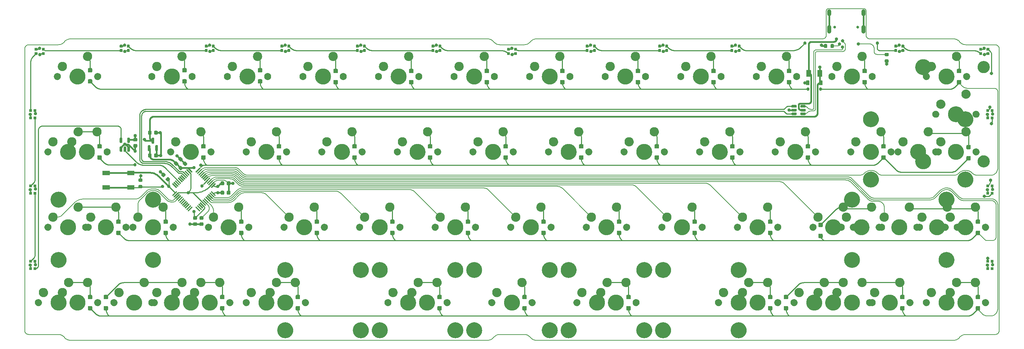
<source format=gbr>
%TF.GenerationSoftware,KiCad,Pcbnew,(7.0.0)*%
%TF.CreationDate,2024-04-06T15:01:54+02:00*%
%TF.ProjectId,forti GND,666f7274-6920-4474-9e44-2e6b69636164,rev?*%
%TF.SameCoordinates,Original*%
%TF.FileFunction,Soldermask,Bot*%
%TF.FilePolarity,Negative*%
%FSLAX46Y46*%
G04 Gerber Fmt 4.6, Leading zero omitted, Abs format (unit mm)*
G04 Created by KiCad (PCBNEW (7.0.0)) date 2024-04-06 15:01:54*
%MOMM*%
%LPD*%
G01*
G04 APERTURE LIST*
G04 Aperture macros list*
%AMRoundRect*
0 Rectangle with rounded corners*
0 $1 Rounding radius*
0 $2 $3 $4 $5 $6 $7 $8 $9 X,Y pos of 4 corners*
0 Add a 4 corners polygon primitive as box body*
4,1,4,$2,$3,$4,$5,$6,$7,$8,$9,$2,$3,0*
0 Add four circle primitives for the rounded corners*
1,1,$1+$1,$2,$3*
1,1,$1+$1,$4,$5*
1,1,$1+$1,$6,$7*
1,1,$1+$1,$8,$9*
0 Add four rect primitives between the rounded corners*
20,1,$1+$1,$2,$3,$4,$5,0*
20,1,$1+$1,$4,$5,$6,$7,0*
20,1,$1+$1,$6,$7,$8,$9,0*
20,1,$1+$1,$8,$9,$2,$3,0*%
G04 Aperture macros list end*
%ADD10C,0.250000*%
%ADD11C,0.000000*%
%ADD12C,0.200000*%
%ADD13C,0.381000*%
%ADD14C,1.000000*%
%ADD15C,0.600000*%
%ADD16C,3.987800*%
%ADD17C,3.048000*%
%ADD18C,0.650000*%
%ADD19O,1.000000X2.100000*%
%ADD20O,1.000000X1.600000*%
%ADD21C,1.750000*%
%ADD22C,2.300000*%
%ADD23C,4.000000*%
%ADD24RoundRect,0.105000X-0.245000X0.245000X-0.245000X-0.245000X0.245000X-0.245000X0.245000X0.245000X0*%
%ADD25RoundRect,0.250000X0.300000X-0.300000X0.300000X0.300000X-0.300000X0.300000X-0.300000X-0.300000X0*%
%ADD26RoundRect,0.105000X0.245000X0.245000X-0.245000X0.245000X-0.245000X-0.245000X0.245000X-0.245000X0*%
%ADD27RoundRect,0.200000X-0.275000X0.200000X-0.275000X-0.200000X0.275000X-0.200000X0.275000X0.200000X0*%
%ADD28RoundRect,0.200000X0.200000X0.275000X-0.200000X0.275000X-0.200000X-0.275000X0.200000X-0.275000X0*%
%ADD29RoundRect,0.105000X0.245000X-0.245000X0.245000X0.245000X-0.245000X0.245000X-0.245000X-0.245000X0*%
%ADD30RoundRect,0.150000X0.150000X-0.512500X0.150000X0.512500X-0.150000X0.512500X-0.150000X-0.512500X0*%
%ADD31R,1.800000X1.100000*%
%ADD32RoundRect,0.225000X-0.250000X0.225000X-0.250000X-0.225000X0.250000X-0.225000X0.250000X0.225000X0*%
%ADD33RoundRect,0.225000X0.335876X0.017678X0.017678X0.335876X-0.335876X-0.017678X-0.017678X-0.335876X0*%
%ADD34RoundRect,0.225000X0.225000X0.375000X-0.225000X0.375000X-0.225000X-0.375000X0.225000X-0.375000X0*%
%ADD35RoundRect,0.225000X-0.225000X-0.250000X0.225000X-0.250000X0.225000X0.250000X-0.225000X0.250000X0*%
%ADD36RoundRect,0.070000X0.521491X-0.422496X-0.422496X0.521491X-0.521491X0.422496X0.422496X-0.521491X0*%
%ADD37RoundRect,0.070000X0.521491X0.422496X0.422496X0.521491X-0.521491X-0.422496X-0.422496X-0.521491X0*%
%ADD38RoundRect,0.150000X0.150000X-0.587500X0.150000X0.587500X-0.150000X0.587500X-0.150000X-0.587500X0*%
%ADD39RoundRect,0.150000X-0.512500X-0.150000X0.512500X-0.150000X0.512500X0.150000X-0.512500X0.150000X0*%
%ADD40RoundRect,0.225000X0.225000X0.250000X-0.225000X0.250000X-0.225000X-0.250000X0.225000X-0.250000X0*%
%ADD41RoundRect,0.200000X0.275000X-0.200000X0.275000X0.200000X-0.275000X0.200000X-0.275000X-0.200000X0*%
%ADD42RoundRect,0.225000X0.017678X-0.335876X0.335876X-0.017678X-0.017678X0.335876X-0.335876X0.017678X0*%
%ADD43RoundRect,0.225000X0.250000X-0.225000X0.250000X0.225000X-0.250000X0.225000X-0.250000X-0.225000X0*%
%ADD44RoundRect,0.250000X-0.375000X-0.625000X0.375000X-0.625000X0.375000X0.625000X-0.375000X0.625000X0*%
G04 APERTURE END LIST*
D10*
X144185295Y-44170368D02*
X144253683Y-44242233D01*
X72462449Y-74599998D02*
X72466731Y-74584563D01*
D11*
G36*
X30325607Y-34033152D02*
G01*
X30359707Y-34055952D01*
X30382507Y-34090052D01*
X30390407Y-34130152D01*
X30390407Y-34620152D01*
X30382507Y-34660352D01*
X30359707Y-34694452D01*
X30325607Y-34717252D01*
X30285507Y-34725152D01*
X29795407Y-34725152D01*
X29755307Y-34717252D01*
X29721207Y-34694452D01*
X29698407Y-34660352D01*
X29690407Y-34620152D01*
X29690407Y-34130152D01*
X29698407Y-34090052D01*
X29721207Y-34055952D01*
X29755307Y-34033152D01*
X29795407Y-34025152D01*
X30285507Y-34025152D01*
X30325607Y-34033152D01*
G37*
G36*
X143092082Y-35046649D02*
G01*
X143150484Y-35051090D01*
X143208037Y-35058403D01*
X143264668Y-35068516D01*
X143320306Y-35081358D01*
X143374878Y-35096854D01*
X143428311Y-35114934D01*
X143480535Y-35135525D01*
X143531475Y-35158555D01*
X143581061Y-35183951D01*
X143629220Y-35211642D01*
X143675879Y-35241554D01*
X143720966Y-35273617D01*
X143764410Y-35307757D01*
X143806137Y-35343902D01*
X143846076Y-35381980D01*
X143884154Y-35421918D01*
X143920300Y-35463646D01*
X143954440Y-35507089D01*
X143986502Y-35552176D01*
X144016415Y-35598836D01*
X144044106Y-35646994D01*
X144069502Y-35696580D01*
X144092532Y-35747520D01*
X144113123Y-35799744D01*
X144131203Y-35853177D01*
X144146700Y-35907749D01*
X144159541Y-35963387D01*
X144169655Y-36020019D01*
X144176968Y-36077571D01*
X144181409Y-36135973D01*
X144182905Y-36195152D01*
X144181409Y-36254331D01*
X144176968Y-36312733D01*
X144169655Y-36370286D01*
X144159541Y-36426917D01*
X144146700Y-36482555D01*
X144131203Y-36537127D01*
X144113123Y-36590561D01*
X144092532Y-36642784D01*
X144069502Y-36693725D01*
X144044106Y-36743311D01*
X144016415Y-36791469D01*
X143986502Y-36838128D01*
X143954440Y-36883216D01*
X143920300Y-36926659D01*
X143884154Y-36968386D01*
X143846076Y-37008325D01*
X143806137Y-37046403D01*
X143764410Y-37082548D01*
X143720966Y-37116688D01*
X143675879Y-37148750D01*
X143629220Y-37178663D01*
X143581061Y-37206353D01*
X143531475Y-37231749D01*
X143480535Y-37254779D01*
X143428311Y-37275370D01*
X143374878Y-37293450D01*
X143320306Y-37308947D01*
X143264668Y-37321788D01*
X143208037Y-37331901D01*
X143150484Y-37339214D01*
X143092082Y-37343655D01*
X143032904Y-37345152D01*
X142973725Y-37343655D01*
X142915324Y-37339214D01*
X142857771Y-37331901D01*
X142801140Y-37321788D01*
X142745502Y-37308947D01*
X142690930Y-37293450D01*
X142637496Y-37275370D01*
X142585273Y-37254779D01*
X142534332Y-37231749D01*
X142484747Y-37206353D01*
X142436588Y-37178663D01*
X142389929Y-37148750D01*
X142344841Y-37116688D01*
X142301398Y-37082548D01*
X142259670Y-37046403D01*
X142219732Y-37008325D01*
X142181653Y-36968386D01*
X142145508Y-36926659D01*
X142111368Y-36883216D01*
X142079306Y-36838128D01*
X142049393Y-36791469D01*
X142021702Y-36743311D01*
X141996306Y-36693725D01*
X141973276Y-36642784D01*
X141952685Y-36590561D01*
X141934605Y-36537127D01*
X141919108Y-36482555D01*
X141906266Y-36426917D01*
X141896153Y-36370286D01*
X141888840Y-36312733D01*
X141884399Y-36254331D01*
X141882902Y-36195152D01*
X141884399Y-36135973D01*
X141888840Y-36077571D01*
X141896153Y-36020019D01*
X141906266Y-35963387D01*
X141919108Y-35907749D01*
X141934605Y-35853177D01*
X141952685Y-35799744D01*
X141973276Y-35747520D01*
X141996306Y-35696580D01*
X142021702Y-35646994D01*
X142049393Y-35598836D01*
X142079306Y-35552176D01*
X142111368Y-35507089D01*
X142145508Y-35463646D01*
X142181653Y-35421918D01*
X142219732Y-35381980D01*
X142259670Y-35343902D01*
X142301398Y-35307757D01*
X142344841Y-35273617D01*
X142389929Y-35241554D01*
X142436588Y-35211642D01*
X142484747Y-35183951D01*
X142534332Y-35158555D01*
X142585273Y-35135525D01*
X142637496Y-35114934D01*
X142690930Y-35096854D01*
X142745502Y-35081358D01*
X142801140Y-35068516D01*
X142857771Y-35058403D01*
X142915324Y-35051090D01*
X142973725Y-35046649D01*
X143032904Y-35045152D01*
X143092082Y-35046649D01*
G37*
D10*
X218686684Y-49419560D02*
X218713272Y-49398848D01*
D12*
X27236132Y-105761784D02*
X27251464Y-105808123D01*
D13*
X65356108Y-63269329D02*
X65353277Y-63268392D01*
D10*
X46248738Y-101777875D02*
X46347236Y-101785200D01*
D12*
X155970151Y-31762868D02*
X155859642Y-31778475D01*
X241839949Y-35654697D02*
X241875852Y-35664659D01*
D13*
X57616023Y-57479074D02*
X57631493Y-57481044D01*
D12*
X73643431Y-74925132D02*
X73650290Y-74885830D01*
D13*
X228119223Y-33499664D02*
X228126994Y-33505126D01*
D10*
X206143117Y-33483383D02*
X206178516Y-33463361D01*
X239109661Y-43682590D02*
X239153510Y-43769803D01*
D12*
X79178396Y-72994351D02*
X79269422Y-72959223D01*
X233298480Y-34404676D02*
X233304436Y-34394145D01*
X218757300Y-68422050D02*
X218685429Y-68353668D01*
D10*
X112377808Y-34697609D02*
X112338075Y-34706574D01*
D13*
X64601970Y-62558121D02*
X64534896Y-62510979D01*
X59144522Y-62063873D02*
X59184049Y-62089213D01*
D10*
X171595506Y-34345424D02*
X171678259Y-34397726D01*
X219066000Y-50550552D02*
X219083416Y-50567122D01*
D12*
X271416818Y-82678204D02*
X271461380Y-82660633D01*
D10*
X61178204Y-63656498D02*
X61069081Y-63648377D01*
D12*
X243120687Y-66197462D02*
X243217349Y-66214329D01*
X73775534Y-65503743D02*
X73677870Y-65515876D01*
D10*
X265296062Y-82638903D02*
X265388737Y-82608239D01*
X222640852Y-93580808D02*
X222555786Y-93628911D01*
D11*
G36*
X138309619Y-73534141D02*
G01*
X138348316Y-73537084D01*
X138386451Y-73541930D01*
X138423976Y-73548631D01*
X138460841Y-73557139D01*
X138497001Y-73567408D01*
X138532407Y-73579388D01*
X138567010Y-73593031D01*
X138600764Y-73608291D01*
X138633620Y-73625119D01*
X138665530Y-73643467D01*
X138696447Y-73663287D01*
X138726323Y-73684532D01*
X138755109Y-73707154D01*
X138782758Y-73731104D01*
X138809221Y-73756335D01*
X138834452Y-73782798D01*
X138858403Y-73810447D01*
X138881024Y-73839233D01*
X138902269Y-73869109D01*
X138922090Y-73900025D01*
X138940438Y-73931936D01*
X138957266Y-73964792D01*
X138972526Y-73998546D01*
X138986170Y-74033149D01*
X138998150Y-74068555D01*
X139008418Y-74104715D01*
X139016927Y-74141581D01*
X139023628Y-74179105D01*
X139028474Y-74217240D01*
X139031416Y-74255938D01*
X139032408Y-74295151D01*
X139031416Y-74334363D01*
X139028474Y-74373061D01*
X139023628Y-74411196D01*
X139016927Y-74448720D01*
X139008418Y-74485586D01*
X138998150Y-74521746D01*
X138986170Y-74557152D01*
X138972526Y-74591756D01*
X138957266Y-74625509D01*
X138940438Y-74658365D01*
X138922090Y-74690276D01*
X138902269Y-74721192D01*
X138881024Y-74751068D01*
X138858403Y-74779854D01*
X138834452Y-74807503D01*
X138809221Y-74833967D01*
X138782758Y-74859197D01*
X138755109Y-74883148D01*
X138726323Y-74905769D01*
X138696447Y-74927014D01*
X138665530Y-74946834D01*
X138633620Y-74965182D01*
X138600764Y-74982010D01*
X138567010Y-74997270D01*
X138532407Y-75010914D01*
X138497001Y-75022894D01*
X138460841Y-75033162D01*
X138423976Y-75041670D01*
X138386451Y-75048372D01*
X138348316Y-75053217D01*
X138309619Y-75056160D01*
X138270407Y-75057152D01*
X138231195Y-75056160D01*
X138192497Y-75053217D01*
X138154363Y-75048372D01*
X138116838Y-75041670D01*
X138079972Y-75033162D01*
X138043813Y-75022894D01*
X138008407Y-75010914D01*
X137973804Y-74997270D01*
X137940050Y-74982010D01*
X137907194Y-74965182D01*
X137875284Y-74946834D01*
X137844367Y-74927014D01*
X137814491Y-74905769D01*
X137785705Y-74883148D01*
X137758056Y-74859197D01*
X137731592Y-74833967D01*
X137706361Y-74807503D01*
X137682411Y-74779854D01*
X137659790Y-74751068D01*
X137638545Y-74721192D01*
X137618724Y-74690276D01*
X137600376Y-74658365D01*
X137583548Y-74625509D01*
X137568288Y-74591756D01*
X137554644Y-74557152D01*
X137542664Y-74521746D01*
X137532396Y-74485586D01*
X137523887Y-74448720D01*
X137517186Y-74411196D01*
X137512340Y-74373061D01*
X137509397Y-74334363D01*
X137508406Y-74295151D01*
X137509397Y-74255938D01*
X137512340Y-74217240D01*
X137517186Y-74179105D01*
X137523887Y-74141581D01*
X137532396Y-74104715D01*
X137542664Y-74068555D01*
X137554644Y-74033149D01*
X137568288Y-73998546D01*
X137583548Y-73964792D01*
X137600376Y-73931936D01*
X137618724Y-73900025D01*
X137638545Y-73869109D01*
X137659790Y-73839233D01*
X137682411Y-73810447D01*
X137706361Y-73782798D01*
X137731592Y-73756335D01*
X137758056Y-73731104D01*
X137785705Y-73707154D01*
X137814491Y-73684532D01*
X137844367Y-73663287D01*
X137875284Y-73643467D01*
X137907194Y-73625119D01*
X137940050Y-73608291D01*
X137973804Y-73593031D01*
X138008407Y-73579388D01*
X138043813Y-73567408D01*
X138079972Y-73557139D01*
X138116838Y-73548631D01*
X138154363Y-73541930D01*
X138192497Y-73537084D01*
X138231195Y-73534141D01*
X138270407Y-73533150D01*
X138309619Y-73534141D01*
G37*
D10*
X119941950Y-81684892D02*
X119972614Y-81777573D01*
D12*
X146189774Y-33082863D02*
X146293065Y-33122014D01*
D13*
X58758043Y-52068017D02*
X58744904Y-52114284D01*
D12*
X224442185Y-49068382D02*
X224402283Y-49034001D01*
D10*
X52767651Y-34717441D02*
X52729085Y-34730203D01*
D13*
X76715322Y-68301288D02*
X76684360Y-68309881D01*
D10*
X72230505Y-62053154D02*
X72232963Y-62152345D01*
X72622950Y-63243107D02*
X72683430Y-63320742D01*
D12*
X82733538Y-67833792D02*
X82832709Y-67836246D01*
D10*
X249818277Y-34564337D02*
X249910954Y-34595001D01*
D12*
X271371222Y-82693632D02*
X271416818Y-82678204D01*
D11*
G36*
X159905430Y-78501390D02*
G01*
X159949866Y-78504769D01*
X159993656Y-78510334D01*
X160036745Y-78518028D01*
X160079078Y-78527799D01*
X160120600Y-78539590D01*
X160161256Y-78553346D01*
X160200991Y-78569013D01*
X160239751Y-78586536D01*
X160277479Y-78605859D01*
X160314121Y-78626928D01*
X160349623Y-78649688D01*
X160383928Y-78674083D01*
X160416983Y-78700059D01*
X160448732Y-78727561D01*
X160479120Y-78756533D01*
X160508093Y-78786921D01*
X160535595Y-78818670D01*
X160561571Y-78851725D01*
X160585966Y-78886031D01*
X160608726Y-78921532D01*
X160629795Y-78958174D01*
X160649118Y-78995903D01*
X160666641Y-79034662D01*
X160682308Y-79074397D01*
X160696065Y-79115053D01*
X160707856Y-79156575D01*
X160717626Y-79198908D01*
X160725321Y-79241998D01*
X160730886Y-79285788D01*
X160734265Y-79330224D01*
X160735403Y-79375252D01*
X160734265Y-79420279D01*
X160730886Y-79464715D01*
X160725321Y-79508506D01*
X160717626Y-79551595D01*
X160707856Y-79593928D01*
X160696065Y-79635450D01*
X160682308Y-79676106D01*
X160666641Y-79715841D01*
X160649118Y-79754600D01*
X160629795Y-79792329D01*
X160608726Y-79828971D01*
X160585966Y-79864473D01*
X160561571Y-79898778D01*
X160535595Y-79931833D01*
X160508093Y-79963582D01*
X160479120Y-79993970D01*
X160448732Y-80022943D01*
X160416983Y-80050444D01*
X160383928Y-80076420D01*
X160349623Y-80100815D01*
X160314121Y-80123575D01*
X160277479Y-80144644D01*
X160239751Y-80163967D01*
X160200991Y-80181490D01*
X160161256Y-80197157D01*
X160120600Y-80210913D01*
X160079078Y-80222704D01*
X160036745Y-80232475D01*
X159993656Y-80240170D01*
X159949866Y-80245734D01*
X159905430Y-80249113D01*
X159860403Y-80250252D01*
X159815376Y-80249113D01*
X159770940Y-80245734D01*
X159727150Y-80240170D01*
X159684061Y-80232475D01*
X159641728Y-80222704D01*
X159600206Y-80210913D01*
X159559550Y-80197157D01*
X159519815Y-80181490D01*
X159481056Y-80163967D01*
X159443328Y-80144644D01*
X159406685Y-80123575D01*
X159371184Y-80100815D01*
X159336878Y-80076420D01*
X159303823Y-80050444D01*
X159272074Y-80022943D01*
X159241686Y-79993970D01*
X159212714Y-79963582D01*
X159185212Y-79931833D01*
X159159236Y-79898778D01*
X159134840Y-79864473D01*
X159112081Y-79828971D01*
X159091012Y-79792329D01*
X159071688Y-79754600D01*
X159054166Y-79715841D01*
X159038498Y-79676106D01*
X159024742Y-79635450D01*
X159012951Y-79593928D01*
X159003180Y-79551595D01*
X158995485Y-79508506D01*
X158989921Y-79464715D01*
X158986542Y-79420279D01*
X158985403Y-79375252D01*
X158986542Y-79330224D01*
X158989921Y-79285788D01*
X158995485Y-79241998D01*
X159003180Y-79198908D01*
X159012951Y-79156575D01*
X159024742Y-79115053D01*
X159038498Y-79074397D01*
X159054166Y-79034662D01*
X159071688Y-78995903D01*
X159091012Y-78958174D01*
X159112081Y-78921532D01*
X159134840Y-78886031D01*
X159159236Y-78851725D01*
X159185212Y-78818670D01*
X159212714Y-78786921D01*
X159241686Y-78756533D01*
X159272074Y-78727561D01*
X159303823Y-78700059D01*
X159336878Y-78674083D01*
X159371184Y-78649688D01*
X159406685Y-78626928D01*
X159443328Y-78605859D01*
X159481056Y-78586536D01*
X159519815Y-78569013D01*
X159559550Y-78553346D01*
X159600206Y-78539590D01*
X159641728Y-78527799D01*
X159684061Y-78518028D01*
X159727150Y-78510334D01*
X159770940Y-78504769D01*
X159815376Y-78501390D01*
X159860403Y-78500252D01*
X159905430Y-78501390D01*
G37*
D10*
X250609213Y-74715153D02*
X260134207Y-74715153D01*
D11*
G36*
X132157408Y-99294254D02*
G01*
X132238508Y-99348453D01*
X132292708Y-99429554D01*
X132311705Y-99525150D01*
X132311705Y-100125255D01*
X132292708Y-100220852D01*
X132238508Y-100301952D01*
X132157408Y-100356151D01*
X132061705Y-100375255D01*
X131461706Y-100375255D01*
X131366003Y-100356151D01*
X131284910Y-100301952D01*
X131230704Y-100220852D01*
X131211706Y-100125255D01*
X131211706Y-99525150D01*
X131230704Y-99429554D01*
X131284910Y-99348453D01*
X131366003Y-99294254D01*
X131461706Y-99275150D01*
X132061705Y-99275150D01*
X132157408Y-99294254D01*
G37*
G36*
X270244406Y-49543152D02*
G01*
X270278403Y-49565952D01*
X270301214Y-49600052D01*
X270309210Y-49640152D01*
X270309210Y-50130152D01*
X270301214Y-50170353D01*
X270278403Y-50204452D01*
X270244406Y-50227253D01*
X270204214Y-50235151D01*
X269714209Y-50235151D01*
X269674002Y-50227253D01*
X269640005Y-50204452D01*
X269617209Y-50170353D01*
X269609213Y-50130152D01*
X269609213Y-49640152D01*
X269617209Y-49600052D01*
X269640005Y-49565952D01*
X269674002Y-49543152D01*
X269714209Y-49535251D01*
X270204214Y-49535251D01*
X270244406Y-49543152D01*
G37*
D13*
X68274206Y-64328853D02*
X69814306Y-64328853D01*
D12*
X80340983Y-65729570D02*
X80253769Y-65685719D01*
X239970874Y-31707026D02*
X240017959Y-31720093D01*
D10*
X91472265Y-62907798D02*
X91516115Y-62995013D01*
X124809670Y-43682590D02*
X124853519Y-43769803D01*
D12*
X272811408Y-105720850D02*
X272822573Y-105672472D01*
D10*
X267432597Y-75271092D02*
X267406467Y-75176917D01*
D12*
X60928335Y-69973919D02*
X60843268Y-69925815D01*
D10*
X29761277Y-69435880D02*
X29763843Y-69456544D01*
X81238014Y-74416234D02*
X81169626Y-74344372D01*
D13*
X228041554Y-33341085D02*
X228041415Y-33341360D01*
D10*
X67063117Y-65371729D02*
X67022523Y-65353741D01*
X179347926Y-94416666D02*
X179326393Y-94321171D01*
X51023023Y-93681205D02*
X50942745Y-93737624D01*
X29854934Y-88834661D02*
X29868559Y-88850477D01*
X247026205Y-33581452D02*
X247067475Y-33580427D01*
X61499283Y-63712484D02*
X61393487Y-63688627D01*
D12*
X56306208Y-72361751D02*
X57992007Y-70675953D01*
D10*
X262213018Y-36316240D02*
X262144629Y-36244378D01*
D12*
X226170287Y-34825577D02*
X226157838Y-34850338D01*
X241276981Y-33911060D02*
X241264769Y-33858151D01*
D10*
X74160332Y-34730215D02*
X74122462Y-34744834D01*
D12*
X243227696Y-73082176D02*
X243171420Y-73046096D01*
X64652754Y-72525125D02*
X64685247Y-72506746D01*
D10*
X170204083Y-34730203D02*
X170166207Y-34744823D01*
D12*
X77732152Y-67595473D02*
X77671460Y-67572050D01*
D10*
X215040030Y-94349817D02*
X215011703Y-94247739D01*
D12*
X74334101Y-67146889D02*
X74259270Y-67211360D01*
D10*
X110352422Y-62348538D02*
X110369289Y-62445211D01*
D11*
G36*
X243084613Y-54484142D02*
G01*
X243123310Y-54487084D01*
X243161445Y-54491930D01*
X243198969Y-54498631D01*
X243235835Y-54507140D01*
X243271994Y-54517408D01*
X243307400Y-54529388D01*
X243342003Y-54543032D01*
X243375757Y-54558292D01*
X243408612Y-54575120D01*
X243440522Y-54593468D01*
X243471439Y-54613288D01*
X243501314Y-54634533D01*
X243530099Y-54657154D01*
X243557748Y-54681104D01*
X243584212Y-54706335D01*
X243609442Y-54732799D01*
X243633392Y-54760448D01*
X243656013Y-54789234D01*
X243677258Y-54819109D01*
X243697078Y-54850026D01*
X243715426Y-54881937D01*
X243732253Y-54914793D01*
X243747513Y-54948546D01*
X243761157Y-54983150D01*
X243773137Y-55018556D01*
X243783405Y-55054716D01*
X243791913Y-55091582D01*
X243798614Y-55129106D01*
X243803460Y-55167241D01*
X243806403Y-55205939D01*
X243807394Y-55245151D01*
X243806403Y-55284364D01*
X243803460Y-55323061D01*
X243798614Y-55361197D01*
X243791913Y-55398721D01*
X243783405Y-55435587D01*
X243773137Y-55471747D01*
X243761157Y-55507153D01*
X243747513Y-55541756D01*
X243732253Y-55575510D01*
X243715426Y-55608366D01*
X243697078Y-55640276D01*
X243677258Y-55671193D01*
X243656013Y-55701069D01*
X243633392Y-55729855D01*
X243609442Y-55757503D01*
X243584212Y-55783967D01*
X243557748Y-55809198D01*
X243530099Y-55833148D01*
X243501314Y-55855770D01*
X243471439Y-55877014D01*
X243440522Y-55896835D01*
X243408612Y-55915183D01*
X243375757Y-55932011D01*
X243342003Y-55947271D01*
X243307400Y-55960914D01*
X243271994Y-55972894D01*
X243235835Y-55983163D01*
X243198969Y-55991671D01*
X243161445Y-55998372D01*
X243123310Y-56003218D01*
X243084613Y-56006161D01*
X243045401Y-56007152D01*
X243006189Y-56006161D01*
X242967491Y-56003218D01*
X242929357Y-55998372D01*
X242891833Y-55991671D01*
X242854967Y-55983163D01*
X242818807Y-55972894D01*
X242783402Y-55960914D01*
X242748799Y-55947271D01*
X242715045Y-55932011D01*
X242682190Y-55915183D01*
X242650280Y-55896835D01*
X242619363Y-55877014D01*
X242589488Y-55855770D01*
X242560702Y-55833148D01*
X242533054Y-55809198D01*
X242506590Y-55783967D01*
X242481359Y-55757503D01*
X242457410Y-55729855D01*
X242434789Y-55701069D01*
X242413544Y-55671193D01*
X242393724Y-55640276D01*
X242375376Y-55608366D01*
X242358548Y-55575510D01*
X242343289Y-55541756D01*
X242329645Y-55507153D01*
X242317665Y-55471747D01*
X242307397Y-55435587D01*
X242298888Y-55398721D01*
X242292187Y-55361197D01*
X242287342Y-55323061D01*
X242284399Y-55284364D01*
X242283407Y-55245151D01*
X242284399Y-55205939D01*
X242287342Y-55167241D01*
X242292187Y-55129106D01*
X242298888Y-55091582D01*
X242307397Y-55054716D01*
X242317665Y-55018556D01*
X242329645Y-54983150D01*
X242343289Y-54948546D01*
X242358548Y-54914793D01*
X242375376Y-54881937D01*
X242393724Y-54850026D01*
X242413544Y-54819109D01*
X242434789Y-54789234D01*
X242457410Y-54760448D01*
X242481359Y-54732799D01*
X242506590Y-54706335D01*
X242533054Y-54681104D01*
X242560702Y-54657154D01*
X242589488Y-54634533D01*
X242619363Y-54613288D01*
X242650280Y-54593468D01*
X242682190Y-54575120D01*
X242715045Y-54558292D01*
X242748799Y-54543032D01*
X242783402Y-54529388D01*
X242818807Y-54517408D01*
X242854967Y-54507140D01*
X242891833Y-54498631D01*
X242929357Y-54491930D01*
X242967491Y-54487084D01*
X243006189Y-54484142D01*
X243045401Y-54483150D01*
X243084613Y-54484142D01*
G37*
D10*
X72476292Y-74338838D02*
X72475352Y-74326212D01*
X72363905Y-68396152D02*
X73322909Y-67437153D01*
D12*
X239744009Y-72263752D02*
X239815583Y-72331864D01*
X255172613Y-72045151D02*
X255271784Y-72042696D01*
D10*
X28661666Y-37585679D02*
X28659207Y-37684852D01*
D12*
X239246628Y-24503377D02*
X239240094Y-24479834D01*
X161880587Y-69096653D02*
X161785091Y-69075125D01*
D10*
X269959204Y-87985149D02*
X269959204Y-87218754D01*
X125070832Y-44095536D02*
X125135300Y-44170368D01*
X260802002Y-44389928D02*
X260896171Y-44363795D01*
D12*
X266999105Y-66197462D02*
X267095767Y-66214329D01*
X82606416Y-67397484D02*
X82703077Y-67414346D01*
D10*
X268457510Y-34375152D02*
X268498772Y-34374129D01*
D13*
X52769494Y-58599644D02*
X52739779Y-58582841D01*
D12*
X38274241Y-107900399D02*
X38383165Y-107922005D01*
D11*
G36*
X164383835Y-103888133D02*
G01*
X164461230Y-103894018D01*
X164537499Y-103903710D01*
X164612548Y-103917113D01*
X164686280Y-103934130D01*
X164758599Y-103954666D01*
X164829410Y-103978626D01*
X164898617Y-104005914D01*
X164966125Y-104036433D01*
X165031837Y-104070089D01*
X165095657Y-104106785D01*
X165157491Y-104146426D01*
X165217242Y-104188916D01*
X165274814Y-104234158D01*
X165330112Y-104282059D01*
X165383040Y-104332520D01*
X165433502Y-104385448D01*
X165481402Y-104440746D01*
X165526645Y-104498318D01*
X165569135Y-104558068D01*
X165608776Y-104619902D01*
X165645472Y-104683723D01*
X165679128Y-104749435D01*
X165709648Y-104816942D01*
X165736936Y-104886150D01*
X165760896Y-104956961D01*
X165781433Y-105029281D01*
X165798450Y-105103013D01*
X165811853Y-105178062D01*
X165821544Y-105254332D01*
X165827430Y-105331727D01*
X165829413Y-105410152D01*
X165827430Y-105488577D01*
X165821544Y-105565973D01*
X165811853Y-105642243D01*
X165798450Y-105717292D01*
X165781433Y-105791024D01*
X165760896Y-105863344D01*
X165736936Y-105934155D01*
X165709648Y-106003362D01*
X165679128Y-106070870D01*
X165645472Y-106136582D01*
X165608776Y-106200402D01*
X165569135Y-106262236D01*
X165526645Y-106321987D01*
X165481402Y-106379559D01*
X165433502Y-106434857D01*
X165383040Y-106487784D01*
X165330112Y-106538246D01*
X165274814Y-106586146D01*
X165217242Y-106631389D01*
X165157491Y-106673879D01*
X165095657Y-106713519D01*
X165031837Y-106750215D01*
X164966125Y-106783871D01*
X164898617Y-106814391D01*
X164829410Y-106841678D01*
X164758599Y-106865638D01*
X164686280Y-106886175D01*
X164612548Y-106903192D01*
X164537499Y-106916594D01*
X164461230Y-106926286D01*
X164383835Y-106932171D01*
X164305411Y-106934154D01*
X164226986Y-106932171D01*
X164149592Y-106926286D01*
X164073322Y-106916594D01*
X163998273Y-106903192D01*
X163924542Y-106886175D01*
X163852222Y-106865638D01*
X163781411Y-106841678D01*
X163712204Y-106814391D01*
X163644696Y-106783871D01*
X163578984Y-106750215D01*
X163515164Y-106713519D01*
X163453330Y-106673879D01*
X163393579Y-106631389D01*
X163336007Y-106586146D01*
X163280709Y-106538246D01*
X163227782Y-106487784D01*
X163177320Y-106434857D01*
X163129419Y-106379559D01*
X163084176Y-106321987D01*
X163041686Y-106262236D01*
X163002045Y-106200402D01*
X162965349Y-106136582D01*
X162931693Y-106070870D01*
X162901173Y-106003362D01*
X162873886Y-105934155D01*
X162849925Y-105863344D01*
X162829389Y-105791024D01*
X162812371Y-105717292D01*
X162798969Y-105642243D01*
X162789277Y-105565973D01*
X162783392Y-105488577D01*
X162781409Y-105410152D01*
X162783392Y-105331727D01*
X162789277Y-105254332D01*
X162798969Y-105178062D01*
X162812371Y-105103013D01*
X162829389Y-105029281D01*
X162849925Y-104956961D01*
X162873886Y-104886150D01*
X162901173Y-104816942D01*
X162931693Y-104749435D01*
X162965349Y-104683723D01*
X163002045Y-104619902D01*
X163041686Y-104558068D01*
X163084176Y-104498318D01*
X163129419Y-104440746D01*
X163177320Y-104385448D01*
X163227782Y-104332520D01*
X163280709Y-104282059D01*
X163336007Y-104234158D01*
X163393579Y-104188916D01*
X163453330Y-104146426D01*
X163515164Y-104106785D01*
X163578984Y-104070089D01*
X163644696Y-104036433D01*
X163712204Y-104005914D01*
X163781411Y-103978626D01*
X163852222Y-103954666D01*
X163924542Y-103934130D01*
X163998273Y-103917113D01*
X164073322Y-103903710D01*
X164149592Y-103894018D01*
X164226986Y-103888133D01*
X164305411Y-103886150D01*
X164383835Y-103888133D01*
G37*
D10*
X269208338Y-35638520D02*
X269176035Y-35663681D01*
D12*
X74881898Y-67377669D02*
X74799139Y-67429973D01*
D11*
G36*
X117672221Y-37974143D02*
G01*
X117710919Y-37977086D01*
X117749053Y-37981932D01*
X117786578Y-37988633D01*
X117823444Y-37997142D01*
X117859603Y-38007410D01*
X117895009Y-38019390D01*
X117929613Y-38033034D01*
X117963366Y-38048293D01*
X117996222Y-38065121D01*
X118028133Y-38083469D01*
X118059049Y-38103289D01*
X118088925Y-38124534D01*
X118117711Y-38147155D01*
X118145360Y-38171105D01*
X118171824Y-38196336D01*
X118197055Y-38222800D01*
X118221005Y-38250449D01*
X118243626Y-38279235D01*
X118264871Y-38309110D01*
X118284692Y-38340027D01*
X118303040Y-38371937D01*
X118319868Y-38404793D01*
X118335128Y-38438546D01*
X118348772Y-38473150D01*
X118360752Y-38508556D01*
X118371020Y-38544715D01*
X118379529Y-38581582D01*
X118386230Y-38619106D01*
X118391076Y-38657241D01*
X118394019Y-38695939D01*
X118395010Y-38735151D01*
X118394019Y-38774364D01*
X118391076Y-38813061D01*
X118386230Y-38851196D01*
X118379529Y-38888721D01*
X118371020Y-38925587D01*
X118360752Y-38961747D01*
X118348772Y-38997152D01*
X118335128Y-39031756D01*
X118319868Y-39065510D01*
X118303040Y-39098365D01*
X118284692Y-39130276D01*
X118264871Y-39161192D01*
X118243626Y-39191068D01*
X118221005Y-39219854D01*
X118197055Y-39247502D01*
X118171824Y-39273966D01*
X118145360Y-39299197D01*
X118117711Y-39323147D01*
X118088925Y-39345768D01*
X118059049Y-39367013D01*
X118028133Y-39386833D01*
X117996222Y-39405181D01*
X117963366Y-39422009D01*
X117929613Y-39437269D01*
X117895009Y-39450912D01*
X117859603Y-39462892D01*
X117823444Y-39473161D01*
X117786578Y-39481669D01*
X117749053Y-39488370D01*
X117710919Y-39493216D01*
X117672221Y-39496159D01*
X117633009Y-39497150D01*
X117593797Y-39496159D01*
X117555100Y-39493216D01*
X117516965Y-39488370D01*
X117479441Y-39481669D01*
X117442575Y-39473161D01*
X117406415Y-39462892D01*
X117371009Y-39450912D01*
X117336406Y-39437269D01*
X117302652Y-39422009D01*
X117269796Y-39405181D01*
X117237886Y-39386833D01*
X117206969Y-39367013D01*
X117177094Y-39345768D01*
X117148307Y-39323147D01*
X117120659Y-39299197D01*
X117094195Y-39273966D01*
X117068964Y-39247502D01*
X117045013Y-39219854D01*
X117022392Y-39191068D01*
X117001147Y-39161192D01*
X116981327Y-39130276D01*
X116962978Y-39098365D01*
X116946150Y-39065510D01*
X116930891Y-39031756D01*
X116917247Y-38997152D01*
X116905267Y-38961747D01*
X116894998Y-38925587D01*
X116886489Y-38888721D01*
X116879788Y-38851196D01*
X116874942Y-38813061D01*
X116872000Y-38774364D01*
X116871008Y-38735151D01*
X116872000Y-38695939D01*
X116874942Y-38657241D01*
X116879788Y-38619106D01*
X116886489Y-38581582D01*
X116894998Y-38544715D01*
X116905267Y-38508556D01*
X116917247Y-38473150D01*
X116930891Y-38438546D01*
X116946150Y-38404793D01*
X116962978Y-38371937D01*
X116981327Y-38340027D01*
X117001147Y-38309110D01*
X117022392Y-38279235D01*
X117045013Y-38250449D01*
X117068964Y-38222800D01*
X117094195Y-38196336D01*
X117120659Y-38171105D01*
X117148307Y-38147155D01*
X117177094Y-38124534D01*
X117206969Y-38103289D01*
X117237886Y-38083469D01*
X117269796Y-38065121D01*
X117302652Y-38048293D01*
X117336406Y-38033034D01*
X117371009Y-38019390D01*
X117406415Y-38007410D01*
X117442575Y-37997142D01*
X117479441Y-37988633D01*
X117516965Y-37981932D01*
X117555100Y-37977086D01*
X117593797Y-37974143D01*
X117633009Y-37973152D01*
X117672221Y-37974143D01*
G37*
D10*
X90887960Y-55518699D02*
X90827480Y-55441065D01*
X29677348Y-86777514D02*
X29698779Y-86712748D01*
D11*
G36*
X233382284Y-31844472D02*
G01*
X233402598Y-31846017D01*
X233422617Y-31848561D01*
X233442315Y-31852079D01*
X233461667Y-31856545D01*
X233480649Y-31861935D01*
X233499234Y-31868224D01*
X233517399Y-31875386D01*
X233535117Y-31883396D01*
X233552364Y-31892230D01*
X233569114Y-31901861D01*
X233585343Y-31912266D01*
X233601026Y-31923418D01*
X233616136Y-31935292D01*
X233630650Y-31947865D01*
X233644541Y-31961109D01*
X233657785Y-31975001D01*
X233670357Y-31989515D01*
X233682231Y-32004625D01*
X233693383Y-32020308D01*
X233703787Y-32036537D01*
X233713418Y-32053288D01*
X233722252Y-32070535D01*
X233730262Y-32088254D01*
X233737423Y-32106418D01*
X233743712Y-32125004D01*
X233749102Y-32143985D01*
X233753568Y-32163338D01*
X233757086Y-32183036D01*
X233759629Y-32203054D01*
X233761174Y-32223368D01*
X233761694Y-32243952D01*
X233761174Y-32264536D01*
X233759629Y-32284849D01*
X233757086Y-32304868D01*
X233753568Y-32324566D01*
X233749102Y-32343918D01*
X233743712Y-32362899D01*
X233737423Y-32381485D01*
X233730262Y-32399650D01*
X233722252Y-32417368D01*
X233713418Y-32434615D01*
X233703787Y-32451366D01*
X233693383Y-32467595D01*
X233682231Y-32483278D01*
X233670357Y-32498389D01*
X233657785Y-32512902D01*
X233644541Y-32526794D01*
X233630650Y-32540039D01*
X233616136Y-32552611D01*
X233601026Y-32564486D01*
X233585343Y-32575638D01*
X233569114Y-32586042D01*
X233552364Y-32595673D01*
X233535117Y-32604507D01*
X233517399Y-32612517D01*
X233499234Y-32619679D01*
X233480649Y-32625968D01*
X233461667Y-32631358D01*
X233442315Y-32635825D01*
X233422617Y-32639342D01*
X233402598Y-32641886D01*
X233382284Y-32643431D01*
X233361700Y-32643951D01*
X233341116Y-32643431D01*
X233320802Y-32641886D01*
X233300784Y-32639342D01*
X233281086Y-32635825D01*
X233261734Y-32631358D01*
X233242752Y-32625968D01*
X233224166Y-32619679D01*
X233206002Y-32612517D01*
X233188284Y-32604507D01*
X233171037Y-32595673D01*
X233154286Y-32586042D01*
X233138057Y-32575638D01*
X233122375Y-32564486D01*
X233107264Y-32552611D01*
X233092751Y-32540039D01*
X233078860Y-32526794D01*
X233065615Y-32512902D01*
X233053044Y-32498389D01*
X233041169Y-32483278D01*
X233030017Y-32467595D01*
X233019613Y-32451366D01*
X233009982Y-32434615D01*
X233001149Y-32417368D01*
X232993139Y-32399650D01*
X232985977Y-32381485D01*
X232979689Y-32362899D01*
X232974299Y-32343918D01*
X232969833Y-32324566D01*
X232966315Y-32304868D01*
X232963771Y-32284849D01*
X232962227Y-32264536D01*
X232961706Y-32243952D01*
X232962227Y-32223368D01*
X232963771Y-32203054D01*
X232966315Y-32183036D01*
X232969833Y-32163338D01*
X232974299Y-32143985D01*
X232979689Y-32125004D01*
X232985977Y-32106418D01*
X232993139Y-32088254D01*
X233001149Y-32070535D01*
X233009982Y-32053288D01*
X233019613Y-32036537D01*
X233030017Y-32020308D01*
X233041169Y-32004625D01*
X233053044Y-31989515D01*
X233065615Y-31975001D01*
X233078860Y-31961109D01*
X233092751Y-31947865D01*
X233107264Y-31935292D01*
X233122375Y-31923418D01*
X233138057Y-31912266D01*
X233154286Y-31901861D01*
X233171037Y-31892230D01*
X233188284Y-31883396D01*
X233206002Y-31875386D01*
X233224166Y-31868224D01*
X233242752Y-31861935D01*
X233261734Y-31856545D01*
X233281086Y-31852079D01*
X233300784Y-31848561D01*
X233320802Y-31846017D01*
X233341116Y-31844472D01*
X233361700Y-31843952D01*
X233382284Y-31844472D01*
G37*
G36*
X269969496Y-87019017D02*
G01*
X269979653Y-87019789D01*
X269989662Y-87021061D01*
X269999511Y-87022820D01*
X270009187Y-87025053D01*
X270018678Y-87027748D01*
X270027971Y-87030892D01*
X270037053Y-87034473D01*
X270045912Y-87038478D01*
X270054536Y-87042895D01*
X270062911Y-87047710D01*
X270071026Y-87052912D01*
X270078867Y-87058488D01*
X270086422Y-87064425D01*
X270093679Y-87070711D01*
X270100624Y-87077333D01*
X270107246Y-87084279D01*
X270113532Y-87091536D01*
X270119470Y-87099091D01*
X270125045Y-87106932D01*
X270130247Y-87115047D01*
X270135063Y-87123422D01*
X270139480Y-87132045D01*
X270143485Y-87140904D01*
X270147065Y-87149987D01*
X270150210Y-87159280D01*
X270152905Y-87168770D01*
X270155138Y-87178446D01*
X270156897Y-87188295D01*
X270158168Y-87198305D01*
X270158941Y-87208462D01*
X270159201Y-87218754D01*
X270158941Y-87229046D01*
X270158168Y-87239203D01*
X270156897Y-87249212D01*
X270155138Y-87259061D01*
X270152905Y-87268737D01*
X270150210Y-87278228D01*
X270147065Y-87287521D01*
X270143485Y-87296603D01*
X270139480Y-87305462D01*
X270135063Y-87314085D01*
X270130247Y-87322461D01*
X270125045Y-87330575D01*
X270119470Y-87338416D01*
X270113532Y-87345972D01*
X270107246Y-87353228D01*
X270100624Y-87360174D01*
X270093679Y-87366796D01*
X270086422Y-87373082D01*
X270078867Y-87379019D01*
X270071026Y-87384595D01*
X270062911Y-87389797D01*
X270054536Y-87394613D01*
X270045912Y-87399029D01*
X270037053Y-87403034D01*
X270027971Y-87406615D01*
X270018678Y-87409759D01*
X270009187Y-87412454D01*
X269999511Y-87414687D01*
X269989662Y-87416446D01*
X269979653Y-87417718D01*
X269969496Y-87418490D01*
X269959204Y-87418751D01*
X269948912Y-87418490D01*
X269938755Y-87417718D01*
X269928746Y-87416446D01*
X269918897Y-87414687D01*
X269909221Y-87412454D01*
X269899730Y-87409759D01*
X269890437Y-87406615D01*
X269881355Y-87403034D01*
X269872496Y-87399029D01*
X269863872Y-87394613D01*
X269855497Y-87389797D01*
X269847382Y-87384595D01*
X269839541Y-87379019D01*
X269831986Y-87373082D01*
X269824729Y-87366796D01*
X269817784Y-87360174D01*
X269811161Y-87353228D01*
X269804876Y-87345972D01*
X269798938Y-87338416D01*
X269793363Y-87330575D01*
X269788161Y-87322461D01*
X269783345Y-87314085D01*
X269778928Y-87305462D01*
X269774923Y-87296603D01*
X269771342Y-87287521D01*
X269768198Y-87278228D01*
X269765503Y-87268737D01*
X269763270Y-87259061D01*
X269761511Y-87249212D01*
X269760240Y-87239203D01*
X269759467Y-87229046D01*
X269759207Y-87218754D01*
X269759467Y-87208462D01*
X269760240Y-87198305D01*
X269761511Y-87188295D01*
X269763270Y-87178446D01*
X269765503Y-87168770D01*
X269768198Y-87159280D01*
X269771342Y-87149987D01*
X269774923Y-87140904D01*
X269778928Y-87132045D01*
X269783345Y-87123422D01*
X269788161Y-87115047D01*
X269793363Y-87106932D01*
X269798938Y-87099091D01*
X269804876Y-87091536D01*
X269811161Y-87084279D01*
X269817784Y-87077333D01*
X269824729Y-87070711D01*
X269831986Y-87064425D01*
X269839541Y-87058488D01*
X269847382Y-87052912D01*
X269855497Y-87047710D01*
X269863872Y-87042895D01*
X269872496Y-87038478D01*
X269881355Y-87034473D01*
X269890437Y-87030892D01*
X269899730Y-87027748D01*
X269909221Y-87025053D01*
X269918897Y-87022820D01*
X269928746Y-87021061D01*
X269938755Y-87019789D01*
X269948912Y-87019017D01*
X269959204Y-87018757D01*
X269969496Y-87019017D01*
G37*
D12*
X272841779Y-34183365D02*
X272838115Y-34134114D01*
X106710605Y-70689207D02*
X106632967Y-70628733D01*
D10*
X270221621Y-71507131D02*
X270248233Y-71498326D01*
D13*
X58715477Y-52307779D02*
X58714209Y-52357952D01*
D12*
X80921408Y-68450554D02*
X80150706Y-67679752D01*
D10*
X67751725Y-43842581D02*
X67804025Y-43925333D01*
D12*
X74659830Y-66929567D02*
X74574765Y-66977678D01*
D10*
X181576146Y-36804003D02*
X181532298Y-36716787D01*
X148432968Y-62152345D02*
X148440297Y-62250861D01*
D12*
X58658852Y-69776674D02*
X58566177Y-69807333D01*
X146836427Y-106474114D02*
X146724835Y-106483535D01*
D10*
X239253919Y-43937622D02*
X239310344Y-44017899D01*
X51934937Y-93355027D02*
X51837275Y-93367153D01*
X148582752Y-62818597D02*
X148622274Y-62907798D01*
D11*
G36*
X123926816Y-96433850D02*
G01*
X124028075Y-96441549D01*
X124127861Y-96454229D01*
X124226051Y-96471764D01*
X124322517Y-96494028D01*
X124417135Y-96520896D01*
X124509780Y-96552244D01*
X124600326Y-96587945D01*
X124688648Y-96627874D01*
X124774621Y-96671907D01*
X124858120Y-96719917D01*
X124939018Y-96771780D01*
X125017192Y-96827370D01*
X125092515Y-96886562D01*
X125164863Y-96949231D01*
X125234109Y-97015252D01*
X125300130Y-97084499D01*
X125362799Y-97156846D01*
X125421991Y-97232169D01*
X125477581Y-97310343D01*
X125529444Y-97391241D01*
X125577454Y-97474740D01*
X125621487Y-97560713D01*
X125661416Y-97649035D01*
X125697117Y-97739581D01*
X125728465Y-97832226D01*
X125755333Y-97926844D01*
X125777597Y-98023310D01*
X125795132Y-98121500D01*
X125807812Y-98221286D01*
X125815511Y-98322546D01*
X125818106Y-98425152D01*
X125815511Y-98527758D01*
X125807812Y-98629017D01*
X125795132Y-98728804D01*
X125777597Y-98826993D01*
X125755333Y-98923459D01*
X125728465Y-99018077D01*
X125697117Y-99110722D01*
X125661416Y-99201268D01*
X125621487Y-99289591D01*
X125577454Y-99375563D01*
X125529444Y-99459062D01*
X125477581Y-99539960D01*
X125421991Y-99618134D01*
X125362799Y-99693457D01*
X125300130Y-99765805D01*
X125234109Y-99835051D01*
X125164863Y-99901072D01*
X125092515Y-99963741D01*
X125017192Y-100022933D01*
X124939018Y-100078523D01*
X124858120Y-100130386D01*
X124774621Y-100178397D01*
X124688648Y-100222429D01*
X124600326Y-100262359D01*
X124509780Y-100298060D01*
X124417135Y-100329407D01*
X124322517Y-100356275D01*
X124226051Y-100378539D01*
X124127861Y-100396074D01*
X124028075Y-100408754D01*
X123926816Y-100416454D01*
X123824209Y-100419048D01*
X123721603Y-100416454D01*
X123620344Y-100408754D01*
X123520557Y-100396074D01*
X123422368Y-100378539D01*
X123325902Y-100356275D01*
X123231284Y-100329407D01*
X123138639Y-100298060D01*
X123048093Y-100262359D01*
X122959771Y-100222429D01*
X122873798Y-100178397D01*
X122790299Y-100130386D01*
X122709401Y-100078523D01*
X122631227Y-100022933D01*
X122555904Y-99963741D01*
X122483556Y-99901072D01*
X122414310Y-99835051D01*
X122348289Y-99765805D01*
X122285620Y-99693457D01*
X122226428Y-99618134D01*
X122170838Y-99539960D01*
X122118975Y-99459062D01*
X122070964Y-99375563D01*
X122026932Y-99289591D01*
X121987002Y-99201268D01*
X121951301Y-99110722D01*
X121919954Y-99018077D01*
X121893086Y-98923459D01*
X121870822Y-98826993D01*
X121853287Y-98728804D01*
X121840607Y-98629017D01*
X121832907Y-98527758D01*
X121830313Y-98425152D01*
X121832907Y-98322546D01*
X121840607Y-98221286D01*
X121853287Y-98121500D01*
X121870822Y-98023310D01*
X121893086Y-97926844D01*
X121919954Y-97832226D01*
X121951301Y-97739581D01*
X121987002Y-97649035D01*
X122026932Y-97560713D01*
X122070964Y-97474740D01*
X122118975Y-97391241D01*
X122170838Y-97310343D01*
X122226428Y-97232169D01*
X122285620Y-97156846D01*
X122348289Y-97084499D01*
X122414310Y-97015252D01*
X122483556Y-96949231D01*
X122555904Y-96886562D01*
X122631227Y-96827370D01*
X122709401Y-96771780D01*
X122790299Y-96719917D01*
X122873798Y-96671907D01*
X122959771Y-96627874D01*
X123048093Y-96587945D01*
X123138639Y-96552244D01*
X123231284Y-96520896D01*
X123325902Y-96494028D01*
X123422368Y-96471764D01*
X123520557Y-96454229D01*
X123620344Y-96441549D01*
X123721603Y-96433850D01*
X123824209Y-96431255D01*
X123926816Y-96433850D01*
G37*
D12*
X265891887Y-82345289D02*
X265969523Y-82284808D01*
X272422860Y-44776919D02*
X272409036Y-44741860D01*
D10*
X266056729Y-82207944D02*
X266128592Y-82139553D01*
D12*
X239439412Y-65245775D02*
X239354346Y-65293885D01*
D11*
G36*
X188172995Y-34525673D02*
G01*
X188193309Y-34527217D01*
X188213327Y-34529761D01*
X188233025Y-34533279D01*
X188252378Y-34537745D01*
X188271359Y-34543135D01*
X188289945Y-34549424D01*
X188308109Y-34556586D01*
X188325827Y-34564596D01*
X188343074Y-34573430D01*
X188359825Y-34583061D01*
X188376054Y-34593466D01*
X188391736Y-34604618D01*
X188406847Y-34616492D01*
X188421360Y-34629065D01*
X188435251Y-34642309D01*
X188448496Y-34656201D01*
X188461067Y-34670715D01*
X188472942Y-34685825D01*
X188484094Y-34701508D01*
X188494498Y-34717737D01*
X188504129Y-34734488D01*
X188512962Y-34751735D01*
X188520972Y-34769454D01*
X188528134Y-34787618D01*
X188534422Y-34806204D01*
X188539812Y-34825185D01*
X188544278Y-34844538D01*
X188547796Y-34864236D01*
X188550340Y-34884254D01*
X188551884Y-34904568D01*
X188552405Y-34925152D01*
X188551884Y-34945736D01*
X188550340Y-34966049D01*
X188547796Y-34986068D01*
X188544278Y-35005766D01*
X188539812Y-35025118D01*
X188534422Y-35044099D01*
X188528134Y-35062685D01*
X188520972Y-35080850D01*
X188512962Y-35098568D01*
X188504129Y-35115815D01*
X188494498Y-35132566D01*
X188484094Y-35148795D01*
X188472942Y-35164478D01*
X188461067Y-35179589D01*
X188448496Y-35194102D01*
X188435251Y-35207994D01*
X188421360Y-35221239D01*
X188406847Y-35233811D01*
X188391736Y-35245686D01*
X188376054Y-35256838D01*
X188359825Y-35267242D01*
X188343074Y-35276874D01*
X188325827Y-35285707D01*
X188308109Y-35293717D01*
X188289945Y-35300879D01*
X188271359Y-35307168D01*
X188252378Y-35312558D01*
X188233025Y-35317025D01*
X188213327Y-35320542D01*
X188193309Y-35323086D01*
X188172995Y-35324631D01*
X188152411Y-35325151D01*
X188131827Y-35324631D01*
X188111513Y-35323086D01*
X188091494Y-35320542D01*
X188071796Y-35317025D01*
X188052444Y-35312558D01*
X188033462Y-35307168D01*
X188014877Y-35300879D01*
X187996712Y-35293717D01*
X187978994Y-35285707D01*
X187961747Y-35276874D01*
X187944997Y-35267242D01*
X187928768Y-35256838D01*
X187913085Y-35245686D01*
X187897975Y-35233811D01*
X187883461Y-35221239D01*
X187869570Y-35207994D01*
X187856326Y-35194102D01*
X187843754Y-35179589D01*
X187831880Y-35164478D01*
X187820728Y-35148795D01*
X187810324Y-35132566D01*
X187800693Y-35115815D01*
X187791860Y-35098568D01*
X187783849Y-35080850D01*
X187776688Y-35062685D01*
X187770399Y-35044099D01*
X187765009Y-35025118D01*
X187760543Y-35005766D01*
X187757026Y-34986068D01*
X187754482Y-34966049D01*
X187752937Y-34945736D01*
X187752417Y-34925152D01*
X187752937Y-34904568D01*
X187754482Y-34884254D01*
X187757026Y-34864236D01*
X187760543Y-34844538D01*
X187765009Y-34825185D01*
X187770399Y-34806204D01*
X187776688Y-34787618D01*
X187783849Y-34769454D01*
X187791860Y-34751735D01*
X187800693Y-34734488D01*
X187810324Y-34717737D01*
X187820728Y-34701508D01*
X187831880Y-34685825D01*
X187843754Y-34670715D01*
X187856326Y-34656201D01*
X187869570Y-34642309D01*
X187883461Y-34629065D01*
X187897975Y-34616492D01*
X187913085Y-34604618D01*
X187928768Y-34593466D01*
X187944997Y-34583061D01*
X187961747Y-34573430D01*
X187978994Y-34564596D01*
X187996712Y-34556586D01*
X188014877Y-34549424D01*
X188033462Y-34543135D01*
X188052444Y-34537745D01*
X188071796Y-34533279D01*
X188091494Y-34529761D01*
X188111513Y-34527217D01*
X188131827Y-34525673D01*
X188152411Y-34525152D01*
X188172995Y-34525673D01*
G37*
D12*
X267095767Y-66214329D02*
X267193431Y-66226462D01*
X241608061Y-35538037D02*
X241638668Y-35559549D01*
X63621508Y-72457050D02*
X63440706Y-72352653D01*
D10*
X129390294Y-62250861D02*
X129402425Y-62348538D01*
X114273904Y-34621134D02*
X114369402Y-34642667D01*
X214821691Y-74731731D02*
X214769391Y-74648978D01*
D12*
X59240507Y-69690151D02*
X59901507Y-69690151D01*
D11*
G36*
X121545514Y-39283846D02*
G01*
X121646773Y-39291546D01*
X121746560Y-39304226D01*
X121844749Y-39321761D01*
X121941215Y-39344025D01*
X122035833Y-39370894D01*
X122128478Y-39402241D01*
X122219024Y-39437942D01*
X122307346Y-39477872D01*
X122393319Y-39521905D01*
X122476818Y-39569916D01*
X122557716Y-39621779D01*
X122635890Y-39677369D01*
X122711213Y-39736562D01*
X122783561Y-39799231D01*
X122852807Y-39865252D01*
X122918828Y-39934499D01*
X122981497Y-40006847D01*
X123040689Y-40082170D01*
X123096279Y-40160344D01*
X123148142Y-40241242D01*
X123196153Y-40324741D01*
X123240185Y-40410714D01*
X123280115Y-40499036D01*
X123315816Y-40589582D01*
X123347163Y-40682227D01*
X123374031Y-40776845D01*
X123396295Y-40873312D01*
X123413830Y-40971501D01*
X123426510Y-41071287D01*
X123434210Y-41172546D01*
X123436804Y-41275152D01*
X123434210Y-41377758D01*
X123426510Y-41479017D01*
X123413830Y-41578803D01*
X123396295Y-41676992D01*
X123374031Y-41773459D01*
X123347163Y-41868077D01*
X123315816Y-41960722D01*
X123280115Y-42051268D01*
X123240185Y-42139590D01*
X123196153Y-42225563D01*
X123148142Y-42309062D01*
X123096279Y-42389960D01*
X123040689Y-42468134D01*
X122981497Y-42543458D01*
X122918828Y-42615805D01*
X122852807Y-42685052D01*
X122783561Y-42751073D01*
X122711213Y-42813742D01*
X122635890Y-42872935D01*
X122557716Y-42928525D01*
X122476818Y-42980389D01*
X122393319Y-43028399D01*
X122307346Y-43072432D01*
X122219024Y-43112362D01*
X122128478Y-43148063D01*
X122035833Y-43179410D01*
X121941215Y-43206279D01*
X121844749Y-43228543D01*
X121746560Y-43246078D01*
X121646773Y-43258758D01*
X121545514Y-43266458D01*
X121442908Y-43269052D01*
X121340301Y-43266458D01*
X121239042Y-43258758D01*
X121139256Y-43246078D01*
X121041066Y-43228543D01*
X120944600Y-43206279D01*
X120849982Y-43179410D01*
X120757337Y-43148063D01*
X120666791Y-43112362D01*
X120578469Y-43072432D01*
X120492496Y-43028399D01*
X120408997Y-42980389D01*
X120328099Y-42928525D01*
X120249925Y-42872935D01*
X120174602Y-42813742D01*
X120102254Y-42751073D01*
X120033008Y-42685052D01*
X119966987Y-42615805D01*
X119904318Y-42543458D01*
X119845126Y-42468134D01*
X119789536Y-42389960D01*
X119737673Y-42309062D01*
X119689663Y-42225563D01*
X119645630Y-42139590D01*
X119605701Y-42051268D01*
X119570000Y-41960722D01*
X119538652Y-41868077D01*
X119511784Y-41773459D01*
X119489520Y-41676992D01*
X119471985Y-41578803D01*
X119459305Y-41479017D01*
X119451606Y-41377758D01*
X119449011Y-41275152D01*
X119451606Y-41172546D01*
X119459305Y-41071287D01*
X119471985Y-40971501D01*
X119489520Y-40873312D01*
X119511784Y-40776845D01*
X119538652Y-40682227D01*
X119570000Y-40589582D01*
X119605701Y-40499036D01*
X119645630Y-40410714D01*
X119689663Y-40324741D01*
X119737673Y-40241242D01*
X119789536Y-40160344D01*
X119845126Y-40082170D01*
X119904318Y-40006847D01*
X119966987Y-39934499D01*
X120033008Y-39865252D01*
X120102254Y-39799231D01*
X120174602Y-39736562D01*
X120249925Y-39677369D01*
X120328099Y-39621779D01*
X120408997Y-39569916D01*
X120492496Y-39521905D01*
X120578469Y-39477872D01*
X120666791Y-39437942D01*
X120757337Y-39402241D01*
X120849982Y-39370894D01*
X120944600Y-39344025D01*
X121041066Y-39321761D01*
X121139256Y-39304226D01*
X121239042Y-39291546D01*
X121340301Y-39283846D01*
X121442908Y-39281252D01*
X121545514Y-39283846D01*
G37*
D10*
X86520366Y-42927221D02*
X86527695Y-43025718D01*
X132621537Y-34288996D02*
X132701813Y-34345422D01*
X66826479Y-65801573D02*
X66801626Y-65789079D01*
X66940628Y-65881865D02*
X66919303Y-65863495D01*
D12*
X131920408Y-76835251D02*
X125507307Y-70422050D01*
D10*
X148714233Y-63080079D02*
X148766534Y-63162831D01*
D11*
G36*
X211657933Y-40401291D02*
G01*
X211702369Y-40404670D01*
X211746159Y-40410234D01*
X211789248Y-40417929D01*
X211831581Y-40427699D01*
X211873103Y-40439490D01*
X211913759Y-40453247D01*
X211953494Y-40468914D01*
X211992253Y-40486436D01*
X212029981Y-40505760D01*
X212066624Y-40526829D01*
X212102125Y-40549588D01*
X212136431Y-40573983D01*
X212169486Y-40599959D01*
X212201235Y-40627461D01*
X212231623Y-40656433D01*
X212260595Y-40686822D01*
X212288097Y-40718571D01*
X212314073Y-40751625D01*
X212338469Y-40785931D01*
X212361228Y-40821432D01*
X212382297Y-40858075D01*
X212401621Y-40895803D01*
X212419143Y-40934562D01*
X212434811Y-40974297D01*
X212448567Y-41014954D01*
X212460358Y-41056476D01*
X212470129Y-41098809D01*
X212477824Y-41141898D01*
X212483388Y-41185688D01*
X212486767Y-41230125D01*
X212487906Y-41275152D01*
X212486767Y-41320179D01*
X212483388Y-41364616D01*
X212477824Y-41408406D01*
X212470129Y-41451495D01*
X212460358Y-41493828D01*
X212448567Y-41535350D01*
X212434811Y-41576007D01*
X212419143Y-41615742D01*
X212401621Y-41654501D01*
X212382297Y-41692229D01*
X212361228Y-41728872D01*
X212338469Y-41764373D01*
X212314073Y-41798679D01*
X212288097Y-41831733D01*
X212260595Y-41863482D01*
X212231623Y-41893871D01*
X212201235Y-41922843D01*
X212169486Y-41950345D01*
X212136431Y-41976321D01*
X212102125Y-42000716D01*
X212066624Y-42023475D01*
X212029981Y-42044544D01*
X211992253Y-42063868D01*
X211953494Y-42081390D01*
X211913759Y-42097057D01*
X211873103Y-42110814D01*
X211831581Y-42122605D01*
X211789248Y-42132375D01*
X211746159Y-42140070D01*
X211702369Y-42145635D01*
X211657933Y-42149013D01*
X211612906Y-42150152D01*
X211567879Y-42149013D01*
X211523443Y-42145635D01*
X211479653Y-42140070D01*
X211436564Y-42132375D01*
X211394231Y-42122605D01*
X211352709Y-42110814D01*
X211312053Y-42097057D01*
X211272318Y-42081390D01*
X211233558Y-42063868D01*
X211195830Y-42044544D01*
X211159188Y-42023475D01*
X211123686Y-42000716D01*
X211089381Y-41976321D01*
X211056326Y-41950345D01*
X211024577Y-41922843D01*
X210994189Y-41893871D01*
X210965216Y-41863482D01*
X210937714Y-41831733D01*
X210911738Y-41798679D01*
X210887343Y-41764373D01*
X210864583Y-41728872D01*
X210843514Y-41692229D01*
X210824191Y-41654501D01*
X210806668Y-41615742D01*
X210791001Y-41576007D01*
X210777244Y-41535350D01*
X210765453Y-41493828D01*
X210755683Y-41451495D01*
X210747988Y-41408406D01*
X210742423Y-41364616D01*
X210739044Y-41320179D01*
X210737906Y-41275152D01*
X210739044Y-41230125D01*
X210742423Y-41185688D01*
X210747988Y-41141898D01*
X210755683Y-41098809D01*
X210765453Y-41056476D01*
X210777244Y-41014954D01*
X210791001Y-40974297D01*
X210806668Y-40934562D01*
X210824191Y-40895803D01*
X210843514Y-40858075D01*
X210864583Y-40821432D01*
X210887343Y-40785931D01*
X210911738Y-40751625D01*
X210937714Y-40718571D01*
X210965216Y-40686822D01*
X210994189Y-40656433D01*
X211024577Y-40627461D01*
X211056326Y-40599959D01*
X211089381Y-40573983D01*
X211123686Y-40549588D01*
X211159188Y-40526829D01*
X211195830Y-40505760D01*
X211233558Y-40486436D01*
X211272318Y-40468914D01*
X211312053Y-40453247D01*
X211352709Y-40439490D01*
X211394231Y-40427699D01*
X211436564Y-40417929D01*
X211479653Y-40410234D01*
X211523443Y-40404670D01*
X211567879Y-40401291D01*
X211612906Y-40400152D01*
X211657933Y-40401291D01*
G37*
D12*
X241112421Y-33520006D02*
X241081929Y-33477127D01*
D11*
G36*
X72072607Y-78142452D02*
G01*
X72145605Y-78191253D01*
X72194407Y-78264252D01*
X72211508Y-78350353D01*
X72211508Y-78800354D01*
X72194407Y-78886452D01*
X72145605Y-78959453D01*
X72072607Y-79008152D01*
X71986506Y-79025352D01*
X71486506Y-79025352D01*
X71400408Y-79008152D01*
X71327406Y-78959453D01*
X71278609Y-78886452D01*
X71261507Y-78800354D01*
X71261507Y-78350353D01*
X71278609Y-78264252D01*
X71327406Y-78191253D01*
X71400408Y-78142452D01*
X71486506Y-78125351D01*
X71986506Y-78125351D01*
X72072607Y-78142452D01*
G37*
G36*
X60542087Y-37586648D02*
G01*
X60600489Y-37591089D01*
X60658042Y-37598402D01*
X60714674Y-37608515D01*
X60770312Y-37621356D01*
X60824884Y-37636853D01*
X60878317Y-37654933D01*
X60930541Y-37675524D01*
X60981482Y-37698554D01*
X61031067Y-37723950D01*
X61079226Y-37751641D01*
X61125885Y-37781553D01*
X61170973Y-37813615D01*
X61214416Y-37847755D01*
X61256143Y-37883900D01*
X61296082Y-37921978D01*
X61334160Y-37961917D01*
X61370305Y-38003644D01*
X61404445Y-38047088D01*
X61436508Y-38092175D01*
X61466420Y-38138834D01*
X61494111Y-38186993D01*
X61519507Y-38236578D01*
X61542537Y-38287519D01*
X61563128Y-38339742D01*
X61581208Y-38393176D01*
X61596705Y-38447748D01*
X61609546Y-38503386D01*
X61619659Y-38560017D01*
X61626973Y-38617570D01*
X61631414Y-38675972D01*
X61632910Y-38735151D01*
X61631414Y-38794330D01*
X61626973Y-38852732D01*
X61619659Y-38910285D01*
X61609546Y-38966916D01*
X61596705Y-39022554D01*
X61581208Y-39077126D01*
X61563128Y-39130560D01*
X61542537Y-39182783D01*
X61519507Y-39233724D01*
X61494111Y-39283310D01*
X61466420Y-39331468D01*
X61436508Y-39378127D01*
X61404445Y-39423215D01*
X61370305Y-39466658D01*
X61334160Y-39508385D01*
X61296082Y-39548324D01*
X61256143Y-39586402D01*
X61214416Y-39622547D01*
X61170973Y-39656687D01*
X61125885Y-39688749D01*
X61079226Y-39718662D01*
X61031067Y-39746352D01*
X60981482Y-39771748D01*
X60930541Y-39794778D01*
X60878317Y-39815369D01*
X60824884Y-39833449D01*
X60770312Y-39848946D01*
X60714674Y-39861787D01*
X60658042Y-39871900D01*
X60600489Y-39879213D01*
X60542087Y-39883654D01*
X60482908Y-39885151D01*
X60423730Y-39883654D01*
X60365328Y-39879213D01*
X60307775Y-39871900D01*
X60251143Y-39861787D01*
X60195505Y-39848946D01*
X60140933Y-39833449D01*
X60087499Y-39815369D01*
X60035276Y-39794778D01*
X59984335Y-39771748D01*
X59934750Y-39746352D01*
X59886591Y-39718662D01*
X59839932Y-39688749D01*
X59794844Y-39656687D01*
X59751401Y-39622547D01*
X59709674Y-39586402D01*
X59669735Y-39548324D01*
X59631657Y-39508385D01*
X59595511Y-39466658D01*
X59561372Y-39423215D01*
X59529309Y-39378127D01*
X59499397Y-39331468D01*
X59471706Y-39283310D01*
X59446310Y-39233724D01*
X59423280Y-39182783D01*
X59402689Y-39130560D01*
X59384609Y-39077126D01*
X59369112Y-39022554D01*
X59356271Y-38966916D01*
X59346158Y-38910285D01*
X59338844Y-38852732D01*
X59334403Y-38794330D01*
X59332907Y-38735151D01*
X59334403Y-38675972D01*
X59338844Y-38617570D01*
X59346158Y-38560017D01*
X59356271Y-38503386D01*
X59369112Y-38447748D01*
X59384609Y-38393176D01*
X59402689Y-38339742D01*
X59423280Y-38287519D01*
X59446310Y-38236578D01*
X59471706Y-38186993D01*
X59499397Y-38138834D01*
X59529309Y-38092175D01*
X59561372Y-38047088D01*
X59595511Y-38003644D01*
X59631657Y-37961917D01*
X59669735Y-37921978D01*
X59709674Y-37883900D01*
X59751401Y-37847755D01*
X59794844Y-37813615D01*
X59839932Y-37781553D01*
X59886591Y-37751641D01*
X59934750Y-37723950D01*
X59984335Y-37698554D01*
X60035276Y-37675524D01*
X60087499Y-37654933D01*
X60140933Y-37636853D01*
X60195505Y-37621356D01*
X60251143Y-37608515D01*
X60307775Y-37598402D01*
X60365328Y-37591089D01*
X60423730Y-37586648D01*
X60482908Y-37585151D01*
X60542087Y-37586648D01*
G37*
D10*
X120047262Y-81957797D02*
X120091112Y-82045012D01*
X268165503Y-34375252D02*
X268457510Y-34375252D01*
D12*
X262464041Y-107589459D02*
X262553001Y-107523538D01*
D10*
X238895990Y-37363271D02*
X238879123Y-37266599D01*
D12*
X79332682Y-65896409D02*
X79233507Y-65893951D01*
D13*
X227617911Y-42612753D02*
X227617911Y-40481453D01*
D10*
X242093484Y-32878725D02*
X242093126Y-32883572D01*
D12*
X155858149Y-107921997D02*
X155968524Y-107937567D01*
D10*
X63990188Y-63211471D02*
X63875485Y-63138980D01*
D12*
X81197145Y-69671916D02*
X81112079Y-69720020D01*
D10*
X249302743Y-34288996D02*
X249383021Y-34345422D01*
D12*
X80967550Y-64557713D02*
X80913602Y-64519791D01*
X82842318Y-66575957D02*
X82937814Y-66597485D01*
D13*
X58880723Y-51812820D02*
X58855362Y-51852379D01*
D10*
X182220831Y-44095536D02*
X182285300Y-44170368D01*
D12*
X239526626Y-65201925D02*
X239439412Y-65245775D01*
X145990796Y-106715409D02*
X145895450Y-106770910D01*
D10*
X162717901Y-37658651D02*
X162717901Y-39268951D01*
X113906841Y-34489686D02*
X113996040Y-34529209D01*
D13*
X225305156Y-40727002D02*
X225286825Y-40703470D01*
D12*
X272784450Y-33895778D02*
X272766886Y-33850268D01*
X78730399Y-72672585D02*
X78825895Y-72651057D01*
D10*
X190862228Y-34678993D02*
X190961401Y-34681451D01*
X179364792Y-94513325D02*
X179347926Y-94416666D01*
D12*
X150970404Y-76835251D02*
X144157309Y-70022053D01*
X238607814Y-65900315D02*
X238688090Y-65843889D01*
X224036571Y-48838559D02*
X223986356Y-48824622D01*
D10*
X29868559Y-88850477D02*
X29883013Y-88865665D01*
D12*
X266048767Y-65718840D02*
X266123598Y-65783309D01*
X224648068Y-50231171D02*
X224597028Y-50270924D01*
D10*
X101089233Y-82130078D02*
X101141534Y-82212831D01*
D13*
X55024667Y-56208667D02*
X55024634Y-56208674D01*
D10*
X215899206Y-82725353D02*
X228599203Y-82725353D01*
X47691844Y-63402186D02*
X47781042Y-63441710D01*
X74399644Y-34682480D02*
X74358660Y-34685534D01*
D12*
X228968817Y-31457358D02*
X229003010Y-31421426D01*
X226146618Y-34875662D02*
X226136646Y-34901502D01*
X56004169Y-72749119D02*
X55956065Y-72834185D01*
D11*
G36*
X78872809Y-67823551D02*
G01*
X78945807Y-67872352D01*
X78994608Y-67945350D01*
X79011706Y-68031452D01*
X79011706Y-68531452D01*
X78994608Y-68617554D01*
X78945807Y-68690552D01*
X78872809Y-68739353D01*
X78786707Y-68756450D01*
X78336706Y-68756450D01*
X78250609Y-68739353D01*
X78177607Y-68690552D01*
X78128805Y-68617554D01*
X78111708Y-68531452D01*
X78111708Y-68031452D01*
X78128805Y-67945350D01*
X78177607Y-67872352D01*
X78250609Y-67823551D01*
X78336706Y-67806454D01*
X78786707Y-67806454D01*
X78872809Y-67823551D01*
G37*
D10*
X224630514Y-62053154D02*
X224632972Y-62152347D01*
D12*
X55780796Y-73288461D02*
X55759269Y-73383957D01*
D10*
X100170408Y-74295151D02*
X100219710Y-74344452D01*
X222315116Y-93798098D02*
X222240283Y-93862560D01*
D13*
X226793298Y-51107495D02*
X226819719Y-51076998D01*
D10*
X271047653Y-52876494D02*
X271052681Y-52847658D01*
D12*
X261318213Y-107950252D02*
X261430791Y-107947084D01*
D10*
X43020506Y-93345150D02*
X43069706Y-93394451D01*
D11*
G36*
X140595929Y-103412755D02*
G01*
X140697498Y-103420478D01*
X140797590Y-103433197D01*
X140896079Y-103450785D01*
X140992841Y-103473118D01*
X141087748Y-103500068D01*
X141180676Y-103531512D01*
X141271500Y-103567322D01*
X141360092Y-103607374D01*
X141446328Y-103651542D01*
X141530082Y-103699699D01*
X141611228Y-103751721D01*
X141689641Y-103807482D01*
X141765195Y-103866855D01*
X141837764Y-103929716D01*
X141907223Y-103995939D01*
X141973446Y-104065398D01*
X142036307Y-104137967D01*
X142095680Y-104213521D01*
X142151441Y-104291934D01*
X142203463Y-104373080D01*
X142251620Y-104456834D01*
X142295788Y-104543070D01*
X142335840Y-104631662D01*
X142371650Y-104722486D01*
X142403094Y-104815414D01*
X142430044Y-104910321D01*
X142452377Y-105007083D01*
X142469965Y-105105572D01*
X142482684Y-105205664D01*
X142490407Y-105307233D01*
X142493010Y-105410152D01*
X142490407Y-105513072D01*
X142482684Y-105614640D01*
X142469965Y-105714732D01*
X142452377Y-105813222D01*
X142430044Y-105909983D01*
X142403094Y-106004891D01*
X142371650Y-106097819D01*
X142335840Y-106188642D01*
X142295788Y-106277235D01*
X142251620Y-106363471D01*
X142203463Y-106447225D01*
X142151441Y-106528371D01*
X142095680Y-106606784D01*
X142036307Y-106682338D01*
X141973446Y-106754907D01*
X141907223Y-106824365D01*
X141837764Y-106890588D01*
X141765195Y-106953449D01*
X141689641Y-107012823D01*
X141611228Y-107068583D01*
X141530082Y-107120605D01*
X141446328Y-107168763D01*
X141360092Y-107212930D01*
X141271500Y-107252982D01*
X141180676Y-107288793D01*
X141087748Y-107320236D01*
X140992841Y-107347187D01*
X140896079Y-107369519D01*
X140797590Y-107387108D01*
X140697498Y-107399826D01*
X140595929Y-107407550D01*
X140493010Y-107410152D01*
X140390090Y-107407550D01*
X140288522Y-107399826D01*
X140188430Y-107387108D01*
X140089940Y-107369519D01*
X139993179Y-107347187D01*
X139898271Y-107320236D01*
X139805343Y-107288793D01*
X139714520Y-107252982D01*
X139625928Y-107212930D01*
X139539691Y-107168763D01*
X139455937Y-107120605D01*
X139374791Y-107068583D01*
X139296378Y-107012823D01*
X139220824Y-106953449D01*
X139148255Y-106890588D01*
X139078797Y-106824365D01*
X139012574Y-106754907D01*
X138949713Y-106682338D01*
X138890339Y-106606784D01*
X138834579Y-106528371D01*
X138782557Y-106447225D01*
X138734399Y-106363471D01*
X138690232Y-106277235D01*
X138650180Y-106188642D01*
X138614369Y-106097819D01*
X138582926Y-106004891D01*
X138555975Y-105909983D01*
X138533643Y-105813222D01*
X138516054Y-105714732D01*
X138503336Y-105614640D01*
X138495612Y-105513072D01*
X138493010Y-105410152D01*
X138495612Y-105307233D01*
X138503336Y-105205664D01*
X138516054Y-105105572D01*
X138533643Y-105007083D01*
X138555975Y-104910321D01*
X138582926Y-104815414D01*
X138614369Y-104722486D01*
X138650180Y-104631662D01*
X138690232Y-104543070D01*
X138734399Y-104456834D01*
X138782557Y-104373080D01*
X138834579Y-104291934D01*
X138890339Y-104213521D01*
X138949713Y-104137967D01*
X139012574Y-104065398D01*
X139078797Y-103995939D01*
X139148255Y-103929716D01*
X139220824Y-103866855D01*
X139296378Y-103807482D01*
X139374791Y-103751721D01*
X139455937Y-103699699D01*
X139539691Y-103651542D01*
X139625928Y-103607374D01*
X139714520Y-103567322D01*
X139805343Y-103531512D01*
X139898271Y-103500068D01*
X139993179Y-103473118D01*
X140089940Y-103450785D01*
X140188430Y-103433197D01*
X140288522Y-103420478D01*
X140390090Y-103412755D01*
X140493010Y-103410152D01*
X140595929Y-103412755D01*
G37*
D10*
X47653906Y-100271575D02*
X47676759Y-100402538D01*
D13*
X51571189Y-59146118D02*
X51548439Y-59197466D01*
D10*
X206502066Y-34844792D02*
X206469759Y-34869962D01*
X242095699Y-34185842D02*
X242099035Y-34212711D01*
X43568957Y-94226909D02*
X43538294Y-94134228D01*
D11*
G36*
X160554592Y-56636647D02*
G01*
X160612995Y-56641088D01*
X160670548Y-56648401D01*
X160727179Y-56658515D01*
X160782817Y-56671356D01*
X160837389Y-56686853D01*
X160890823Y-56704933D01*
X160943046Y-56725524D01*
X160993986Y-56748553D01*
X161043572Y-56773950D01*
X161091730Y-56801640D01*
X161138389Y-56831553D01*
X161183476Y-56863615D01*
X161226919Y-56897755D01*
X161268646Y-56933900D01*
X161308584Y-56971978D01*
X161346662Y-57011917D01*
X161382807Y-57053645D01*
X161416946Y-57097088D01*
X161449008Y-57142176D01*
X161478920Y-57188835D01*
X161506610Y-57236993D01*
X161532006Y-57286579D01*
X161555036Y-57337520D01*
X161575626Y-57389743D01*
X161593706Y-57443177D01*
X161609203Y-57497749D01*
X161622043Y-57553387D01*
X161632157Y-57610018D01*
X161639470Y-57667571D01*
X161643911Y-57725973D01*
X161645407Y-57785152D01*
X161643911Y-57844331D01*
X161639470Y-57902733D01*
X161632157Y-57960286D01*
X161622043Y-58016918D01*
X161609203Y-58072555D01*
X161593706Y-58127127D01*
X161575626Y-58180561D01*
X161555036Y-58232785D01*
X161532006Y-58283725D01*
X161506610Y-58333311D01*
X161478920Y-58381470D01*
X161449008Y-58428129D01*
X161416946Y-58473216D01*
X161382807Y-58516660D01*
X161346662Y-58558387D01*
X161308584Y-58598326D01*
X161268646Y-58636404D01*
X161226919Y-58672549D01*
X161183476Y-58706689D01*
X161138389Y-58738752D01*
X161091730Y-58768664D01*
X161043572Y-58796355D01*
X160993986Y-58821751D01*
X160943046Y-58844781D01*
X160890823Y-58865372D01*
X160837389Y-58883452D01*
X160782817Y-58898949D01*
X160727179Y-58911790D01*
X160670548Y-58921903D01*
X160612995Y-58929216D01*
X160554592Y-58933657D01*
X160495413Y-58935154D01*
X160436234Y-58933657D01*
X160377832Y-58929216D01*
X160320279Y-58921903D01*
X160263647Y-58911790D01*
X160208009Y-58898949D01*
X160153437Y-58883452D01*
X160100003Y-58865372D01*
X160047780Y-58844781D01*
X159996840Y-58821751D01*
X159947254Y-58796355D01*
X159899096Y-58768664D01*
X159852437Y-58738752D01*
X159807350Y-58706689D01*
X159763907Y-58672549D01*
X159722180Y-58636404D01*
X159682242Y-58598326D01*
X159644164Y-58558387D01*
X159608019Y-58516660D01*
X159573880Y-58473216D01*
X159541818Y-58428129D01*
X159511906Y-58381470D01*
X159484216Y-58333311D01*
X159458820Y-58283725D01*
X159435790Y-58232785D01*
X159415200Y-58180561D01*
X159397120Y-58127127D01*
X159381624Y-58072555D01*
X159368783Y-58016918D01*
X159358669Y-57960286D01*
X159351356Y-57902733D01*
X159346916Y-57844331D01*
X159345419Y-57785152D01*
X159346916Y-57725973D01*
X159351356Y-57667571D01*
X159358669Y-57610018D01*
X159368783Y-57553387D01*
X159381624Y-57497749D01*
X159397120Y-57443177D01*
X159415200Y-57389743D01*
X159435790Y-57337520D01*
X159458820Y-57286579D01*
X159484216Y-57236993D01*
X159511906Y-57188835D01*
X159541818Y-57142176D01*
X159573880Y-57097088D01*
X159608019Y-57053645D01*
X159644164Y-57011917D01*
X159682242Y-56971978D01*
X159722180Y-56933900D01*
X159763907Y-56897755D01*
X159807350Y-56863615D01*
X159852437Y-56831553D01*
X159899096Y-56801640D01*
X159947254Y-56773950D01*
X159996840Y-56748553D01*
X160047780Y-56725524D01*
X160100003Y-56704933D01*
X160153437Y-56686853D01*
X160208009Y-56671356D01*
X160263647Y-56658515D01*
X160320279Y-56648401D01*
X160377832Y-56641088D01*
X160436234Y-56636647D01*
X160495413Y-56635151D01*
X160554592Y-56636647D01*
G37*
D10*
X270373223Y-71435467D02*
X270396276Y-71419264D01*
D13*
X224899752Y-32826978D02*
X224884779Y-32856212D01*
D12*
X80589077Y-65886410D02*
X80508801Y-65829983D01*
X242523577Y-72847062D02*
X242452200Y-72845253D01*
X37091406Y-107125231D02*
X37013767Y-107044520D01*
D13*
X61474517Y-55777940D02*
X61472758Y-55754289D01*
D12*
X63385847Y-72789588D02*
X63473061Y-72833432D01*
D10*
X267470994Y-75463271D02*
X267454129Y-75366598D01*
D12*
X79099781Y-66703736D02*
X79001280Y-66696408D01*
X265728857Y-82454016D02*
X265811610Y-82401715D01*
X74653294Y-74571933D02*
X74618167Y-74480910D01*
D10*
X62415414Y-63199114D02*
X62279608Y-63195751D01*
D12*
X146088986Y-106665281D02*
X145990796Y-106715409D01*
D10*
X247826406Y-65395963D02*
X247923068Y-65412831D01*
D12*
X74398031Y-71206577D02*
X74396828Y-71205895D01*
D11*
G36*
X104992084Y-35046649D02*
G01*
X105050486Y-35051090D01*
X105108038Y-35058403D01*
X105164670Y-35068516D01*
X105220307Y-35081358D01*
X105274879Y-35096854D01*
X105328313Y-35114934D01*
X105380536Y-35135525D01*
X105431477Y-35158555D01*
X105481063Y-35183951D01*
X105529221Y-35211642D01*
X105575880Y-35241554D01*
X105620968Y-35273617D01*
X105664411Y-35307757D01*
X105706139Y-35343902D01*
X105746078Y-35381980D01*
X105784156Y-35421918D01*
X105820301Y-35463646D01*
X105854441Y-35507089D01*
X105886504Y-35552176D01*
X105916416Y-35598836D01*
X105944107Y-35646994D01*
X105969504Y-35696580D01*
X105992534Y-35747520D01*
X106013125Y-35799744D01*
X106031205Y-35853177D01*
X106046702Y-35907749D01*
X106059543Y-35963387D01*
X106069656Y-36020019D01*
X106076970Y-36077571D01*
X106081411Y-36135973D01*
X106082907Y-36195152D01*
X106081411Y-36254331D01*
X106076970Y-36312733D01*
X106069656Y-36370286D01*
X106059543Y-36426917D01*
X106046702Y-36482555D01*
X106031205Y-36537127D01*
X106013125Y-36590561D01*
X105992534Y-36642784D01*
X105969504Y-36693725D01*
X105944107Y-36743311D01*
X105916416Y-36791469D01*
X105886504Y-36838128D01*
X105854441Y-36883216D01*
X105820301Y-36926659D01*
X105784156Y-36968386D01*
X105746078Y-37008325D01*
X105706139Y-37046403D01*
X105664411Y-37082548D01*
X105620968Y-37116688D01*
X105575880Y-37148750D01*
X105529221Y-37178663D01*
X105481063Y-37206353D01*
X105431477Y-37231749D01*
X105380536Y-37254779D01*
X105328313Y-37275370D01*
X105274879Y-37293450D01*
X105220307Y-37308947D01*
X105164670Y-37321788D01*
X105108038Y-37331901D01*
X105050486Y-37339214D01*
X104992084Y-37343655D01*
X104932905Y-37345152D01*
X104873727Y-37343655D01*
X104815325Y-37339214D01*
X104757772Y-37331901D01*
X104701141Y-37321788D01*
X104645503Y-37308947D01*
X104590932Y-37293450D01*
X104537498Y-37275370D01*
X104485275Y-37254779D01*
X104434334Y-37231749D01*
X104384748Y-37206353D01*
X104336590Y-37178663D01*
X104289930Y-37148750D01*
X104244843Y-37116688D01*
X104201399Y-37082548D01*
X104159672Y-37046403D01*
X104119733Y-37008325D01*
X104081655Y-36968386D01*
X104045510Y-36926659D01*
X104011370Y-36883216D01*
X103979307Y-36838128D01*
X103949394Y-36791469D01*
X103921704Y-36743311D01*
X103896307Y-36693725D01*
X103873277Y-36642784D01*
X103852686Y-36590561D01*
X103834606Y-36537127D01*
X103819109Y-36482555D01*
X103806268Y-36426917D01*
X103796155Y-36370286D01*
X103788841Y-36312733D01*
X103784400Y-36254331D01*
X103782904Y-36195152D01*
X103784400Y-36135973D01*
X103788841Y-36077571D01*
X103796155Y-36020019D01*
X103806268Y-35963387D01*
X103819109Y-35907749D01*
X103834606Y-35853177D01*
X103852686Y-35799744D01*
X103873277Y-35747520D01*
X103896307Y-35696580D01*
X103921704Y-35646994D01*
X103949394Y-35598836D01*
X103979307Y-35552176D01*
X104011370Y-35507089D01*
X104045510Y-35463646D01*
X104081655Y-35421918D01*
X104119733Y-35381980D01*
X104159672Y-35343902D01*
X104201399Y-35307757D01*
X104244843Y-35273617D01*
X104289930Y-35241554D01*
X104336590Y-35211642D01*
X104384748Y-35183951D01*
X104434334Y-35158555D01*
X104485275Y-35135525D01*
X104537498Y-35114934D01*
X104590932Y-35096854D01*
X104645503Y-35081358D01*
X104701141Y-35068516D01*
X104757772Y-35058403D01*
X104815325Y-35051090D01*
X104873727Y-35046649D01*
X104932905Y-35045152D01*
X104992084Y-35046649D01*
G37*
D10*
X67022523Y-65353741D02*
X66981100Y-65337754D01*
D12*
X61003306Y-70543108D02*
X60925668Y-70482634D01*
D10*
X271074566Y-69667725D02*
X271080013Y-69684183D01*
D12*
X82205435Y-69838807D02*
X82106937Y-69846132D01*
D10*
X96326623Y-101192369D02*
X96378924Y-101275122D01*
X95982588Y-94321085D02*
X95956455Y-94226909D01*
X72466116Y-62995013D02*
X72514225Y-63080079D01*
X56260791Y-50574376D02*
X56230879Y-50650241D01*
D12*
X199960602Y-68689207D02*
X199882962Y-68628733D01*
D13*
X65376511Y-63281563D02*
X65374226Y-63279593D01*
D10*
X29717044Y-67596933D02*
X29732094Y-67530195D01*
X188498893Y-34717450D02*
X188460333Y-34730213D01*
D12*
X265969523Y-82284808D02*
X266044354Y-82220339D01*
D10*
X165099203Y-101787655D02*
X165111609Y-101775348D01*
D12*
X272172469Y-72814130D02*
X272129412Y-72759336D01*
D10*
X219750805Y-36984237D02*
X219715679Y-36893214D01*
X57307907Y-93345150D02*
X52132607Y-93345150D01*
D12*
X80410145Y-66811362D02*
X80335314Y-66746892D01*
D11*
G36*
X64395512Y-96433850D02*
G01*
X64496771Y-96441549D01*
X64596557Y-96454229D01*
X64694746Y-96471764D01*
X64791213Y-96494028D01*
X64885831Y-96520896D01*
X64978476Y-96552244D01*
X65069022Y-96587945D01*
X65157344Y-96627874D01*
X65243317Y-96671907D01*
X65326816Y-96719917D01*
X65407714Y-96771780D01*
X65485888Y-96827370D01*
X65561212Y-96886562D01*
X65633559Y-96949231D01*
X65702806Y-97015252D01*
X65768827Y-97084499D01*
X65831496Y-97156846D01*
X65890689Y-97232169D01*
X65946279Y-97310343D01*
X65998143Y-97391241D01*
X66046153Y-97474740D01*
X66090186Y-97560713D01*
X66130116Y-97649035D01*
X66165817Y-97739581D01*
X66197164Y-97832226D01*
X66224033Y-97926844D01*
X66246297Y-98023310D01*
X66263832Y-98121500D01*
X66276512Y-98221286D01*
X66284212Y-98322546D01*
X66286806Y-98425152D01*
X66284212Y-98527758D01*
X66276512Y-98629017D01*
X66263832Y-98728804D01*
X66246297Y-98826993D01*
X66224033Y-98923459D01*
X66197164Y-99018077D01*
X66165817Y-99110722D01*
X66130116Y-99201268D01*
X66090186Y-99289591D01*
X66046153Y-99375563D01*
X65998143Y-99459062D01*
X65946279Y-99539960D01*
X65890689Y-99618134D01*
X65831496Y-99693457D01*
X65768827Y-99765805D01*
X65702806Y-99835051D01*
X65633559Y-99901072D01*
X65561212Y-99963741D01*
X65485888Y-100022933D01*
X65407714Y-100078523D01*
X65326816Y-100130386D01*
X65243317Y-100178397D01*
X65157344Y-100222429D01*
X65069022Y-100262359D01*
X64978476Y-100298060D01*
X64885831Y-100329407D01*
X64791213Y-100356275D01*
X64694746Y-100378539D01*
X64596557Y-100396074D01*
X64496771Y-100408754D01*
X64395512Y-100416454D01*
X64292906Y-100419048D01*
X64190300Y-100416454D01*
X64089041Y-100408754D01*
X63989255Y-100396074D01*
X63891066Y-100378539D01*
X63794599Y-100356275D01*
X63699981Y-100329407D01*
X63607336Y-100298060D01*
X63516790Y-100262359D01*
X63428468Y-100222429D01*
X63342495Y-100178397D01*
X63258996Y-100130386D01*
X63178098Y-100078523D01*
X63099924Y-100022933D01*
X63024601Y-99963741D01*
X62952253Y-99901072D01*
X62883006Y-99835051D01*
X62816985Y-99765805D01*
X62754316Y-99693457D01*
X62695123Y-99618134D01*
X62639533Y-99539960D01*
X62587670Y-99459062D01*
X62539659Y-99375563D01*
X62495626Y-99289591D01*
X62455696Y-99201268D01*
X62419995Y-99110722D01*
X62388648Y-99018077D01*
X62361779Y-98923459D01*
X62339515Y-98826993D01*
X62321980Y-98728804D01*
X62309300Y-98629017D01*
X62301600Y-98527758D01*
X62299006Y-98425152D01*
X62301600Y-98322546D01*
X62309300Y-98221286D01*
X62321980Y-98121500D01*
X62339515Y-98023310D01*
X62361779Y-97926844D01*
X62388648Y-97832226D01*
X62419995Y-97739581D01*
X62455696Y-97649035D01*
X62495626Y-97560713D01*
X62539659Y-97474740D01*
X62587670Y-97391241D01*
X62639533Y-97310343D01*
X62695123Y-97232169D01*
X62754316Y-97156846D01*
X62816985Y-97084499D01*
X62883006Y-97015252D01*
X62952253Y-96949231D01*
X63024601Y-96886562D01*
X63099924Y-96827370D01*
X63178098Y-96771780D01*
X63258996Y-96719917D01*
X63342495Y-96671907D01*
X63428468Y-96627874D01*
X63516790Y-96587945D01*
X63607336Y-96552244D01*
X63699981Y-96520896D01*
X63794599Y-96494028D01*
X63891066Y-96471764D01*
X63989255Y-96454229D01*
X64089041Y-96441549D01*
X64190300Y-96433850D01*
X64292906Y-96431255D01*
X64395512Y-96433850D01*
G37*
D10*
X269937111Y-69978894D02*
X269931376Y-69965951D01*
X206716595Y-34730203D02*
X206678719Y-34744823D01*
D12*
X81725244Y-68000687D02*
X81812458Y-68044531D01*
D13*
X58689062Y-59607604D02*
X58679860Y-59579792D01*
X55024634Y-56208674D02*
X55024601Y-56208684D01*
D11*
G36*
X201213614Y-39344251D02*
G01*
X201294714Y-39398453D01*
X201348913Y-39479551D01*
X201367911Y-39575151D01*
X201367911Y-40175253D01*
X201348913Y-40270853D01*
X201294714Y-40351951D01*
X201213614Y-40406153D01*
X201117911Y-40425253D01*
X200517905Y-40425253D01*
X200422308Y-40406153D01*
X200341208Y-40351951D01*
X200287009Y-40270853D01*
X200267905Y-40175253D01*
X200267905Y-39575151D01*
X200287009Y-39479551D01*
X200341208Y-39398453D01*
X200422308Y-39344251D01*
X200517905Y-39325151D01*
X201117911Y-39325151D01*
X201213614Y-39344251D01*
G37*
D12*
X242663431Y-72861248D02*
X242594016Y-72852423D01*
D10*
X114466065Y-34659534D02*
X114563729Y-34671665D01*
X29843107Y-89811096D02*
X29884559Y-89805947D01*
D11*
G36*
X234353412Y-76074241D02*
G01*
X234392109Y-76077184D01*
X234430244Y-76082030D01*
X234467768Y-76088731D01*
X234504634Y-76097239D01*
X234540793Y-76107508D01*
X234576199Y-76119488D01*
X234610802Y-76133132D01*
X234644555Y-76148391D01*
X234677411Y-76165219D01*
X234709321Y-76183567D01*
X234740237Y-76203388D01*
X234770113Y-76224632D01*
X234798898Y-76247254D01*
X234826547Y-76271204D01*
X234853010Y-76296435D01*
X234878241Y-76322899D01*
X234902191Y-76350547D01*
X234924812Y-76379333D01*
X234946057Y-76409209D01*
X234965877Y-76440126D01*
X234984225Y-76472036D01*
X235001052Y-76504892D01*
X235016312Y-76538646D01*
X235029956Y-76573249D01*
X235041935Y-76608655D01*
X235052204Y-76644815D01*
X235060712Y-76681681D01*
X235067413Y-76719206D01*
X235072259Y-76757341D01*
X235075202Y-76796038D01*
X235076193Y-76835251D01*
X235075202Y-76874463D01*
X235072259Y-76913161D01*
X235067413Y-76951296D01*
X235060712Y-76988820D01*
X235052204Y-77025686D01*
X235041935Y-77061846D01*
X235029956Y-77097252D01*
X235016312Y-77131856D01*
X235001052Y-77165609D01*
X234984225Y-77198465D01*
X234965877Y-77230376D01*
X234946057Y-77261293D01*
X234924812Y-77291168D01*
X234902191Y-77319954D01*
X234878241Y-77347603D01*
X234853010Y-77374067D01*
X234826547Y-77399298D01*
X234798898Y-77423248D01*
X234770113Y-77445869D01*
X234740237Y-77467114D01*
X234709321Y-77486934D01*
X234677411Y-77505282D01*
X234644555Y-77522110D01*
X234610802Y-77537370D01*
X234576199Y-77551014D01*
X234540793Y-77562994D01*
X234504634Y-77573262D01*
X234467768Y-77581771D01*
X234430244Y-77588472D01*
X234392109Y-77593318D01*
X234353412Y-77596260D01*
X234314200Y-77597252D01*
X234274988Y-77596260D01*
X234236290Y-77593318D01*
X234198156Y-77588472D01*
X234160631Y-77581771D01*
X234123766Y-77573262D01*
X234087606Y-77562994D01*
X234052201Y-77551014D01*
X234017597Y-77537370D01*
X233983844Y-77522110D01*
X233950988Y-77505282D01*
X233919078Y-77486934D01*
X233888162Y-77467114D01*
X233858287Y-77445869D01*
X233829501Y-77423248D01*
X233801852Y-77399298D01*
X233775389Y-77374067D01*
X233750158Y-77347603D01*
X233726208Y-77319954D01*
X233703587Y-77291168D01*
X233682343Y-77261293D01*
X233662523Y-77230376D01*
X233644175Y-77198465D01*
X233627347Y-77165609D01*
X233612087Y-77131856D01*
X233598444Y-77097252D01*
X233586464Y-77061846D01*
X233576196Y-77025686D01*
X233567687Y-76988820D01*
X233560986Y-76951296D01*
X233556140Y-76913161D01*
X233553198Y-76874463D01*
X233552206Y-76835251D01*
X233553198Y-76796038D01*
X233556140Y-76757341D01*
X233560986Y-76719206D01*
X233567687Y-76681681D01*
X233576196Y-76644815D01*
X233586464Y-76608655D01*
X233598444Y-76573249D01*
X233612087Y-76538646D01*
X233627347Y-76504892D01*
X233644175Y-76472036D01*
X233662523Y-76440126D01*
X233682343Y-76409209D01*
X233703587Y-76379333D01*
X233726208Y-76350547D01*
X233750158Y-76322899D01*
X233775389Y-76296435D01*
X233801852Y-76271204D01*
X233829501Y-76247254D01*
X233858287Y-76224632D01*
X233888162Y-76203388D01*
X233919078Y-76183567D01*
X233950988Y-76165219D01*
X233983844Y-76148391D01*
X234017597Y-76133132D01*
X234052201Y-76119488D01*
X234087606Y-76107508D01*
X234123766Y-76097239D01*
X234160631Y-76088731D01*
X234198156Y-76082030D01*
X234236290Y-76077184D01*
X234274988Y-76074241D01*
X234314200Y-76073250D01*
X234353412Y-76074241D01*
G37*
D10*
X91220087Y-56221089D02*
X91193955Y-56126913D01*
D12*
X224273952Y-48943764D02*
X224228593Y-48918108D01*
D13*
X59354244Y-62171137D02*
X59399510Y-62186453D01*
D10*
X47741345Y-100659514D02*
X47782894Y-100785081D01*
D12*
X145802826Y-32871305D02*
X145895165Y-32932215D01*
D10*
X148238654Y-55854008D02*
X148194804Y-55766793D01*
X247916594Y-34761272D02*
X247880301Y-34779521D01*
X195602499Y-74491068D02*
X195538030Y-74416237D01*
D11*
G36*
X105963606Y-39344251D02*
G01*
X106044707Y-39398453D01*
X106098906Y-39479551D01*
X106118010Y-39575151D01*
X106118010Y-40175253D01*
X106098906Y-40270853D01*
X106044707Y-40351951D01*
X105963606Y-40406153D01*
X105868010Y-40425253D01*
X105267905Y-40425253D01*
X105172308Y-40406153D01*
X105091208Y-40351951D01*
X105037009Y-40270853D01*
X105017905Y-40175253D01*
X105017905Y-39575151D01*
X105037009Y-39479551D01*
X105091208Y-39398453D01*
X105172308Y-39344251D01*
X105267905Y-39325151D01*
X105868010Y-39325151D01*
X105963606Y-39344251D01*
G37*
D12*
X59141336Y-69692704D02*
X59042838Y-69700029D01*
X55806923Y-73194293D02*
X55780796Y-73288461D01*
D11*
G36*
X84334621Y-57024143D02*
G01*
X84373319Y-57027085D01*
X84411454Y-57031931D01*
X84448978Y-57038632D01*
X84485844Y-57047141D01*
X84522004Y-57057409D01*
X84557410Y-57069389D01*
X84592014Y-57083033D01*
X84625767Y-57098293D01*
X84658623Y-57115121D01*
X84690534Y-57133469D01*
X84721450Y-57153289D01*
X84751326Y-57174534D01*
X84780112Y-57197155D01*
X84807761Y-57221105D01*
X84834224Y-57246336D01*
X84859455Y-57272800D01*
X84883405Y-57300449D01*
X84906027Y-57329235D01*
X84927272Y-57359110D01*
X84947092Y-57390027D01*
X84965440Y-57421937D01*
X84982268Y-57454793D01*
X84997528Y-57488547D01*
X85011171Y-57523151D01*
X85023151Y-57558557D01*
X85033420Y-57594716D01*
X85041928Y-57631583D01*
X85048630Y-57669107D01*
X85053475Y-57707242D01*
X85056418Y-57745940D01*
X85057410Y-57785152D01*
X85056418Y-57824365D01*
X85053475Y-57863062D01*
X85048630Y-57901197D01*
X85041928Y-57938722D01*
X85033420Y-57975588D01*
X85023151Y-58011748D01*
X85011171Y-58047154D01*
X84997528Y-58081757D01*
X84982268Y-58115511D01*
X84965440Y-58148367D01*
X84947092Y-58180277D01*
X84927272Y-58211194D01*
X84906027Y-58241069D01*
X84883405Y-58269856D01*
X84859455Y-58297504D01*
X84834224Y-58323968D01*
X84807761Y-58349199D01*
X84780112Y-58373149D01*
X84751326Y-58395771D01*
X84721450Y-58417015D01*
X84690534Y-58436836D01*
X84658623Y-58455184D01*
X84625767Y-58472012D01*
X84592014Y-58487271D01*
X84557410Y-58500915D01*
X84522004Y-58512895D01*
X84485844Y-58523163D01*
X84448978Y-58531672D01*
X84411454Y-58538373D01*
X84373319Y-58543219D01*
X84334621Y-58546162D01*
X84295408Y-58547153D01*
X84256196Y-58546162D01*
X84217498Y-58543219D01*
X84179363Y-58538373D01*
X84141839Y-58531672D01*
X84104973Y-58523163D01*
X84068813Y-58512895D01*
X84033407Y-58500915D01*
X83998803Y-58487271D01*
X83965050Y-58472012D01*
X83932194Y-58455184D01*
X83900283Y-58436836D01*
X83869367Y-58417015D01*
X83839491Y-58395771D01*
X83810705Y-58373149D01*
X83783056Y-58349199D01*
X83756593Y-58323968D01*
X83731362Y-58297504D01*
X83707412Y-58269856D01*
X83684790Y-58241069D01*
X83663545Y-58211194D01*
X83643725Y-58180277D01*
X83625377Y-58148367D01*
X83608549Y-58115511D01*
X83593289Y-58081757D01*
X83579645Y-58047154D01*
X83567666Y-58011748D01*
X83557397Y-57975588D01*
X83548889Y-57938722D01*
X83542187Y-57901197D01*
X83537342Y-57863062D01*
X83534399Y-57824365D01*
X83533407Y-57785152D01*
X83534399Y-57745940D01*
X83537342Y-57707242D01*
X83542187Y-57669107D01*
X83548889Y-57631583D01*
X83557397Y-57594716D01*
X83567666Y-57558557D01*
X83579645Y-57523151D01*
X83593289Y-57488547D01*
X83608549Y-57454793D01*
X83625377Y-57421937D01*
X83643725Y-57390027D01*
X83663545Y-57359110D01*
X83684790Y-57329235D01*
X83707412Y-57300449D01*
X83731362Y-57272800D01*
X83756593Y-57246336D01*
X83783056Y-57221105D01*
X83810705Y-57197155D01*
X83839491Y-57174534D01*
X83869367Y-57153289D01*
X83900283Y-57133469D01*
X83932194Y-57115121D01*
X83965050Y-57098293D01*
X83998803Y-57083033D01*
X84033407Y-57069389D01*
X84068813Y-57057409D01*
X84104973Y-57047141D01*
X84141839Y-57038632D01*
X84179363Y-57031931D01*
X84217498Y-57027085D01*
X84256196Y-57024143D01*
X84295408Y-57023151D01*
X84334621Y-57024143D01*
G37*
D12*
X240726838Y-33169798D02*
X240679680Y-33145642D01*
D10*
X45091669Y-43920443D02*
X45166500Y-43984913D01*
D11*
G36*
X235821335Y-70868236D02*
G01*
X235898730Y-70874121D01*
X235974999Y-70883813D01*
X236050048Y-70897215D01*
X236123780Y-70914232D01*
X236196099Y-70934769D01*
X236266910Y-70958728D01*
X236336117Y-70986016D01*
X236403625Y-71016535D01*
X236469337Y-71050191D01*
X236533157Y-71086887D01*
X236594991Y-71126527D01*
X236654742Y-71169017D01*
X236712314Y-71214259D01*
X236767612Y-71262159D01*
X236820540Y-71312621D01*
X236871002Y-71365548D01*
X236918902Y-71420846D01*
X236964145Y-71478418D01*
X237006635Y-71538168D01*
X237046276Y-71600002D01*
X237082972Y-71663822D01*
X237116628Y-71729534D01*
X237147148Y-71797041D01*
X237174436Y-71866249D01*
X237198396Y-71937060D01*
X237218933Y-72009380D01*
X237235950Y-72083112D01*
X237249353Y-72158161D01*
X237259044Y-72234431D01*
X237264930Y-72311826D01*
X237266913Y-72390251D01*
X237264930Y-72468676D01*
X237259044Y-72546071D01*
X237249353Y-72622341D01*
X237235950Y-72697390D01*
X237218933Y-72771122D01*
X237198396Y-72843442D01*
X237174436Y-72914253D01*
X237147148Y-72983460D01*
X237116628Y-73050968D01*
X237082972Y-73116680D01*
X237046276Y-73180500D01*
X237006635Y-73242334D01*
X236964145Y-73302084D01*
X236918902Y-73359656D01*
X236871002Y-73414954D01*
X236820540Y-73467881D01*
X236767612Y-73518343D01*
X236712314Y-73566243D01*
X236654742Y-73611485D01*
X236594991Y-73653975D01*
X236533157Y-73693615D01*
X236469337Y-73730311D01*
X236403625Y-73763967D01*
X236336117Y-73794486D01*
X236266910Y-73821774D01*
X236196099Y-73845733D01*
X236123780Y-73866270D01*
X236050048Y-73883287D01*
X235974999Y-73896689D01*
X235898730Y-73906381D01*
X235821335Y-73912266D01*
X235742911Y-73914249D01*
X235664486Y-73912266D01*
X235587092Y-73906381D01*
X235510822Y-73896689D01*
X235435773Y-73883287D01*
X235362042Y-73866270D01*
X235289722Y-73845733D01*
X235218911Y-73821774D01*
X235149704Y-73794486D01*
X235082196Y-73763967D01*
X235016484Y-73730311D01*
X234952664Y-73693615D01*
X234890830Y-73653975D01*
X234831079Y-73611485D01*
X234773507Y-73566243D01*
X234718209Y-73518343D01*
X234665282Y-73467881D01*
X234614820Y-73414954D01*
X234566919Y-73359656D01*
X234521676Y-73302084D01*
X234479186Y-73242334D01*
X234439545Y-73180500D01*
X234402849Y-73116680D01*
X234369193Y-73050968D01*
X234338673Y-72983460D01*
X234311386Y-72914253D01*
X234287425Y-72843442D01*
X234266889Y-72771122D01*
X234249871Y-72697390D01*
X234236469Y-72622341D01*
X234226777Y-72546071D01*
X234220892Y-72468676D01*
X234218909Y-72390251D01*
X234220892Y-72311826D01*
X234226777Y-72234431D01*
X234236469Y-72158161D01*
X234249871Y-72083112D01*
X234266889Y-72009380D01*
X234287425Y-71937060D01*
X234311386Y-71866249D01*
X234338673Y-71797041D01*
X234369193Y-71729534D01*
X234402849Y-71663822D01*
X234439545Y-71600002D01*
X234479186Y-71538168D01*
X234521676Y-71478418D01*
X234566919Y-71420846D01*
X234614820Y-71365548D01*
X234665282Y-71312621D01*
X234718209Y-71262159D01*
X234773507Y-71214259D01*
X234831079Y-71169017D01*
X234890830Y-71126527D01*
X234952664Y-71086887D01*
X235016484Y-71050191D01*
X235082196Y-71016535D01*
X235149704Y-70986016D01*
X235218911Y-70958728D01*
X235289722Y-70934769D01*
X235362042Y-70914232D01*
X235435773Y-70897215D01*
X235510822Y-70883813D01*
X235587092Y-70874121D01*
X235664486Y-70868236D01*
X235742911Y-70866253D01*
X235821335Y-70868236D01*
G37*
D10*
X56138132Y-51053840D02*
X56131681Y-51138680D01*
D12*
X262944489Y-107125139D02*
X262871084Y-107210552D01*
X272276503Y-106372307D02*
X272319615Y-106350221D01*
D10*
X195903179Y-74993213D02*
X195863659Y-74904012D01*
X188022376Y-33392939D02*
X188053511Y-33366111D01*
X48348732Y-63584166D02*
X48447234Y-63591495D01*
D12*
X75809628Y-67096407D02*
X75711122Y-67103733D01*
D10*
X219867911Y-42828052D02*
X219870369Y-42927221D01*
X105568007Y-37658651D02*
X105568007Y-39268951D01*
X28656027Y-89097100D02*
X28653580Y-89083075D01*
D12*
X233277531Y-34434471D02*
X233285019Y-34424860D01*
D13*
X228044138Y-33338493D02*
X228043870Y-33338645D01*
D10*
X57038295Y-62695244D02*
X57068432Y-62706875D01*
D13*
X225397904Y-40911349D02*
X225388610Y-40883259D01*
D12*
X234032688Y-33182518D02*
X234030226Y-33149412D01*
X265643791Y-82502126D02*
X265728857Y-82454016D01*
X80558814Y-64352056D02*
X80495529Y-64334492D01*
D13*
X57542778Y-57458324D02*
X57556815Y-57463862D01*
D10*
X157895088Y-75271083D02*
X157868956Y-75176907D01*
X186338643Y-55854001D02*
X186294795Y-55766786D01*
D12*
X72332169Y-64977685D02*
X72249416Y-65029987D01*
D10*
X29176618Y-36342516D02*
X29112149Y-36417348D01*
D12*
X225146980Y-49538177D02*
X225202481Y-49550695D01*
X263563877Y-33038104D02*
X263664779Y-33082861D01*
X74534796Y-74304494D02*
X74486687Y-74219428D01*
D10*
X93288069Y-34706575D02*
X93248888Y-34717453D01*
D13*
X225424109Y-41087652D02*
X225423364Y-41057593D01*
D12*
X82335707Y-69036251D02*
X161393103Y-69036251D01*
X153086004Y-33232952D02*
X153198727Y-33229777D01*
D11*
G36*
X264535885Y-54096646D02*
G01*
X264594287Y-54101087D01*
X264651840Y-54108400D01*
X264708472Y-54118514D01*
X264764110Y-54131355D01*
X264818682Y-54146852D01*
X264872115Y-54164932D01*
X264924339Y-54185523D01*
X264975279Y-54208552D01*
X265024865Y-54233949D01*
X265073023Y-54261639D01*
X265119682Y-54291552D01*
X265164769Y-54323614D01*
X265208212Y-54357754D01*
X265249939Y-54393899D01*
X265289877Y-54431978D01*
X265327955Y-54471916D01*
X265364099Y-54513644D01*
X265398239Y-54557087D01*
X265430301Y-54602175D01*
X265460213Y-54648834D01*
X265487903Y-54696992D01*
X265513299Y-54746578D01*
X265536329Y-54797519D01*
X265556919Y-54849742D01*
X265574999Y-54903176D01*
X265590495Y-54957748D01*
X265603336Y-55013386D01*
X265613449Y-55070018D01*
X265620762Y-55127570D01*
X265625203Y-55185972D01*
X265626700Y-55245151D01*
X265625203Y-55304330D01*
X265620762Y-55362732D01*
X265613449Y-55420285D01*
X265603336Y-55476917D01*
X265590495Y-55532555D01*
X265574999Y-55587127D01*
X265556919Y-55640560D01*
X265536329Y-55692784D01*
X265513299Y-55743724D01*
X265487903Y-55793310D01*
X265460213Y-55841469D01*
X265430301Y-55888128D01*
X265398239Y-55933215D01*
X265364099Y-55976659D01*
X265327955Y-56018386D01*
X265289877Y-56058325D01*
X265249939Y-56096403D01*
X265208212Y-56132548D01*
X265164769Y-56166688D01*
X265119682Y-56198751D01*
X265073023Y-56228663D01*
X265024865Y-56256354D01*
X264975279Y-56281750D01*
X264924339Y-56304780D01*
X264872115Y-56325371D01*
X264818682Y-56343451D01*
X264764110Y-56358948D01*
X264708472Y-56371789D01*
X264651840Y-56381902D01*
X264594287Y-56389216D01*
X264535885Y-56393656D01*
X264476706Y-56395153D01*
X264417527Y-56393656D01*
X264359124Y-56389216D01*
X264301571Y-56381902D01*
X264244940Y-56371789D01*
X264189302Y-56358948D01*
X264134730Y-56343451D01*
X264081296Y-56325371D01*
X264029073Y-56304780D01*
X263978132Y-56281750D01*
X263928547Y-56256354D01*
X263880389Y-56228663D01*
X263833730Y-56198751D01*
X263788643Y-56166688D01*
X263745200Y-56132548D01*
X263703473Y-56096403D01*
X263663534Y-56058325D01*
X263625457Y-56018386D01*
X263589312Y-55976659D01*
X263555173Y-55933215D01*
X263523111Y-55888128D01*
X263493199Y-55841469D01*
X263465508Y-55793310D01*
X263440112Y-55743724D01*
X263417083Y-55692784D01*
X263396492Y-55640560D01*
X263378413Y-55587127D01*
X263362916Y-55532555D01*
X263350075Y-55476917D01*
X263339962Y-55420285D01*
X263332649Y-55362732D01*
X263328208Y-55304330D01*
X263326712Y-55245151D01*
X263328208Y-55185972D01*
X263332649Y-55127570D01*
X263339962Y-55070018D01*
X263350075Y-55013386D01*
X263362916Y-54957748D01*
X263378413Y-54903176D01*
X263396492Y-54849742D01*
X263417083Y-54797519D01*
X263440112Y-54746578D01*
X263465508Y-54696992D01*
X263493199Y-54648834D01*
X263523111Y-54602175D01*
X263555173Y-54557087D01*
X263589312Y-54513644D01*
X263625457Y-54471916D01*
X263663534Y-54431978D01*
X263703473Y-54393899D01*
X263745200Y-54357754D01*
X263788643Y-54323614D01*
X263833730Y-54291552D01*
X263880389Y-54261639D01*
X263928547Y-54233949D01*
X263978132Y-54208552D01*
X264029073Y-54185523D01*
X264081296Y-54164932D01*
X264134730Y-54146852D01*
X264189302Y-54131355D01*
X264244940Y-54118514D01*
X264301571Y-54108400D01*
X264359124Y-54101087D01*
X264417527Y-54096646D01*
X264476706Y-54095150D01*
X264535885Y-54096646D01*
G37*
D13*
X227496550Y-42925124D02*
X227461390Y-42941018D01*
D12*
X82303638Y-68626474D02*
X82402136Y-68633799D01*
X272059429Y-81806948D02*
X272060705Y-81756450D01*
D10*
X162727683Y-43025718D02*
X162739812Y-43123378D01*
D12*
X73031435Y-65729578D02*
X72946370Y-65777688D01*
X272039009Y-33252344D02*
X271990677Y-33243911D01*
D10*
X112260335Y-34730215D02*
X112222466Y-34744834D01*
D13*
X226606958Y-51261177D02*
X226641062Y-51239316D01*
D12*
X261974256Y-107839581D02*
X262077437Y-107800523D01*
X58945177Y-69712156D02*
X58848516Y-69729018D01*
X240069906Y-71459453D02*
X235668112Y-67057552D01*
D10*
X91432743Y-62818597D02*
X91472265Y-62907798D01*
X177197273Y-81957804D02*
X177241121Y-82045020D01*
D12*
X263104366Y-72439685D02*
X263193566Y-72479208D01*
D10*
X68267908Y-44444052D02*
X46440207Y-44444052D01*
X96020988Y-94513266D02*
X96004121Y-94416592D01*
D13*
X59639075Y-62228984D02*
X59689207Y-62230251D01*
D12*
X240390228Y-72695538D02*
X240480880Y-72730522D01*
D10*
X218478401Y-49524348D02*
X218510138Y-49513847D01*
D12*
X146292968Y-106581585D02*
X146189787Y-106620636D01*
D10*
X270139402Y-71525660D02*
X270167158Y-71520817D01*
D12*
X81112079Y-69720020D02*
X81029325Y-69772315D01*
D10*
X205666959Y-62634899D02*
X205697622Y-62727581D01*
X52542292Y-60114166D02*
X52566549Y-60152548D01*
D11*
G36*
X236734714Y-57024143D02*
G01*
X236773411Y-57027085D01*
X236811546Y-57031931D01*
X236849070Y-57038632D01*
X236885936Y-57047141D01*
X236922095Y-57057409D01*
X236957500Y-57069389D01*
X236992104Y-57083033D01*
X237025857Y-57098293D01*
X237058713Y-57115121D01*
X237090623Y-57133469D01*
X237121539Y-57153289D01*
X237151414Y-57174534D01*
X237180200Y-57197155D01*
X237207849Y-57221105D01*
X237234312Y-57246336D01*
X237259543Y-57272800D01*
X237283493Y-57300449D01*
X237306114Y-57329235D01*
X237327358Y-57359110D01*
X237347179Y-57390027D01*
X237365526Y-57421937D01*
X237382354Y-57454793D01*
X237397614Y-57488547D01*
X237411257Y-57523151D01*
X237423237Y-57558557D01*
X237433505Y-57594716D01*
X237442014Y-57631583D01*
X237448715Y-57669107D01*
X237453561Y-57707242D01*
X237456503Y-57745940D01*
X237457495Y-57785152D01*
X237456503Y-57824365D01*
X237453561Y-57863062D01*
X237448715Y-57901197D01*
X237442014Y-57938722D01*
X237433505Y-57975588D01*
X237423237Y-58011748D01*
X237411257Y-58047154D01*
X237397614Y-58081757D01*
X237382354Y-58115511D01*
X237365526Y-58148367D01*
X237347179Y-58180277D01*
X237327358Y-58211194D01*
X237306114Y-58241069D01*
X237283493Y-58269856D01*
X237259543Y-58297504D01*
X237234312Y-58323968D01*
X237207849Y-58349199D01*
X237180200Y-58373149D01*
X237151414Y-58395771D01*
X237121539Y-58417015D01*
X237090623Y-58436836D01*
X237058713Y-58455184D01*
X237025857Y-58472012D01*
X236992104Y-58487271D01*
X236957500Y-58500915D01*
X236922095Y-58512895D01*
X236885936Y-58523163D01*
X236849070Y-58531672D01*
X236811546Y-58538373D01*
X236773411Y-58543219D01*
X236734714Y-58546162D01*
X236695502Y-58547153D01*
X236656289Y-58546162D01*
X236617592Y-58543219D01*
X236579457Y-58538373D01*
X236541933Y-58531672D01*
X236505068Y-58523163D01*
X236468908Y-58512895D01*
X236433503Y-58500915D01*
X236398899Y-58487271D01*
X236365146Y-58472012D01*
X236332290Y-58455184D01*
X236300380Y-58436836D01*
X236269464Y-58417015D01*
X236239589Y-58395771D01*
X236210803Y-58373149D01*
X236183154Y-58349199D01*
X236156691Y-58323968D01*
X236131460Y-58297504D01*
X236107510Y-58269856D01*
X236084889Y-58241069D01*
X236063645Y-58211194D01*
X236043824Y-58180277D01*
X236025477Y-58148367D01*
X236008649Y-58115511D01*
X235993389Y-58081757D01*
X235979746Y-58047154D01*
X235967766Y-58011748D01*
X235957498Y-57975588D01*
X235948989Y-57938722D01*
X235942288Y-57901197D01*
X235937442Y-57863062D01*
X235934500Y-57824365D01*
X235933508Y-57785152D01*
X235934500Y-57745940D01*
X235937442Y-57707242D01*
X235942288Y-57669107D01*
X235948989Y-57631583D01*
X235957498Y-57594716D01*
X235967766Y-57558557D01*
X235979746Y-57523151D01*
X235993389Y-57488547D01*
X236008649Y-57454793D01*
X236025477Y-57421937D01*
X236043824Y-57390027D01*
X236063645Y-57359110D01*
X236084889Y-57329235D01*
X236107510Y-57300449D01*
X236131460Y-57272800D01*
X236156691Y-57246336D01*
X236183154Y-57221105D01*
X236210803Y-57197155D01*
X236239589Y-57174534D01*
X236269464Y-57153289D01*
X236300380Y-57133469D01*
X236332290Y-57115121D01*
X236365146Y-57098293D01*
X236398899Y-57083033D01*
X236433503Y-57069389D01*
X236468908Y-57057409D01*
X236505068Y-57047141D01*
X236541933Y-57038632D01*
X236579457Y-57031931D01*
X236617592Y-57027085D01*
X236656289Y-57024143D01*
X236695502Y-57023151D01*
X236734714Y-57024143D01*
G37*
D10*
X260860387Y-65432297D02*
X260958895Y-65424970D01*
X162325464Y-36468694D02*
X162264985Y-36391059D01*
X45884467Y-55943313D02*
X45844945Y-55854115D01*
X247453043Y-65282502D02*
X247544063Y-65317630D01*
X196077418Y-81398534D02*
X196094284Y-81495207D01*
D12*
X234025763Y-34356592D02*
X234030080Y-34322665D01*
X74878734Y-72307505D02*
X74895854Y-72309633D01*
D10*
X205914338Y-33565303D02*
X205954078Y-33556340D01*
X181133002Y-36195152D02*
X181182211Y-36244452D01*
X52467114Y-82391815D02*
X52549867Y-82444117D01*
D12*
X74253014Y-73903935D02*
X74184626Y-73832073D01*
D10*
X271067687Y-88619911D02*
X271072393Y-88640783D01*
D12*
X154958521Y-32177900D02*
X154873056Y-32249015D01*
X71862041Y-64686414D02*
X71784405Y-64746895D01*
X232468625Y-33336828D02*
X232482561Y-33317222D01*
D11*
G36*
X47986735Y-59451292D02*
G01*
X48031172Y-59454671D01*
X48074962Y-59460235D01*
X48118051Y-59467930D01*
X48160384Y-59477700D01*
X48201906Y-59489491D01*
X48242562Y-59503248D01*
X48282298Y-59518915D01*
X48321057Y-59536438D01*
X48358785Y-59555761D01*
X48395427Y-59576830D01*
X48430929Y-59599589D01*
X48465235Y-59623985D01*
X48498289Y-59649960D01*
X48530038Y-59677462D01*
X48560426Y-59706435D01*
X48589399Y-59736823D01*
X48616901Y-59768572D01*
X48642876Y-59801626D01*
X48667272Y-59835932D01*
X48690031Y-59871434D01*
X48711100Y-59908076D01*
X48730423Y-59945804D01*
X48747946Y-59984563D01*
X48763613Y-60024299D01*
X48777370Y-60064955D01*
X48789161Y-60106477D01*
X48798931Y-60148810D01*
X48806626Y-60191899D01*
X48812190Y-60235689D01*
X48815569Y-60280126D01*
X48816708Y-60325153D01*
X48815569Y-60370181D01*
X48812190Y-60414617D01*
X48806626Y-60458407D01*
X48798931Y-60501496D01*
X48789161Y-60543829D01*
X48777370Y-60585352D01*
X48763613Y-60626008D01*
X48747946Y-60665743D01*
X48730423Y-60704502D01*
X48711100Y-60742230D01*
X48690031Y-60778873D01*
X48667272Y-60814374D01*
X48642876Y-60848680D01*
X48616901Y-60881735D01*
X48589399Y-60913484D01*
X48560426Y-60943872D01*
X48530038Y-60972844D01*
X48498289Y-61000346D01*
X48465235Y-61026322D01*
X48430929Y-61050717D01*
X48395427Y-61073477D01*
X48358785Y-61094546D01*
X48321057Y-61113869D01*
X48282298Y-61131391D01*
X48242562Y-61147058D01*
X48201906Y-61160815D01*
X48160384Y-61172606D01*
X48118051Y-61182376D01*
X48074962Y-61190071D01*
X48031172Y-61195636D01*
X47986735Y-61199015D01*
X47941708Y-61200153D01*
X47896680Y-61199015D01*
X47852244Y-61195636D01*
X47808454Y-61190071D01*
X47765365Y-61182376D01*
X47723032Y-61172606D01*
X47681509Y-61160815D01*
X47640853Y-61147058D01*
X47601118Y-61131391D01*
X47562359Y-61113869D01*
X47524631Y-61094546D01*
X47487988Y-61073477D01*
X47452487Y-61050717D01*
X47418181Y-61026322D01*
X47385126Y-61000346D01*
X47353377Y-60972844D01*
X47322989Y-60943872D01*
X47294017Y-60913484D01*
X47266515Y-60881735D01*
X47240539Y-60848680D01*
X47216144Y-60814374D01*
X47193384Y-60778873D01*
X47172316Y-60742230D01*
X47152992Y-60704502D01*
X47135470Y-60665743D01*
X47119803Y-60626008D01*
X47106046Y-60585352D01*
X47094255Y-60543829D01*
X47084485Y-60501496D01*
X47076790Y-60458407D01*
X47071225Y-60414617D01*
X47067846Y-60370181D01*
X47066708Y-60325153D01*
X47067846Y-60280126D01*
X47071225Y-60235689D01*
X47076790Y-60191899D01*
X47084485Y-60148810D01*
X47094255Y-60106477D01*
X47106046Y-60064955D01*
X47119803Y-60024299D01*
X47135470Y-59984563D01*
X47152992Y-59945804D01*
X47172316Y-59908076D01*
X47193384Y-59871434D01*
X47216144Y-59835932D01*
X47240539Y-59801626D01*
X47266515Y-59768572D01*
X47294017Y-59736823D01*
X47322989Y-59706435D01*
X47353377Y-59677462D01*
X47385126Y-59649960D01*
X47418181Y-59623985D01*
X47452487Y-59599589D01*
X47487988Y-59576830D01*
X47524631Y-59555761D01*
X47562359Y-59536438D01*
X47601118Y-59518915D01*
X47640853Y-59503248D01*
X47681509Y-59489491D01*
X47723032Y-59477700D01*
X47765365Y-59467930D01*
X47808454Y-59460235D01*
X47852244Y-59454671D01*
X47896680Y-59451292D01*
X47941708Y-59450153D01*
X47986735Y-59451292D01*
G37*
D12*
X35894539Y-76718069D02*
X35985557Y-76682947D01*
X226052742Y-49438881D02*
X226060631Y-49426393D01*
D10*
X214978463Y-94147278D02*
X214940386Y-94048613D01*
D12*
X80391229Y-64752717D02*
X80327212Y-64734953D01*
D10*
X28618040Y-50890963D02*
X28610451Y-50878955D01*
D12*
X269401030Y-82624562D02*
X269442904Y-82645612D01*
X240114040Y-31739292D02*
X240162872Y-31745358D01*
D11*
G36*
X131185886Y-92196645D02*
G01*
X131244288Y-92201086D01*
X131301840Y-92208399D01*
X131358472Y-92218512D01*
X131414109Y-92231354D01*
X131468681Y-92246850D01*
X131522115Y-92264931D01*
X131574338Y-92285522D01*
X131625279Y-92308552D01*
X131674865Y-92333948D01*
X131723023Y-92361639D01*
X131769682Y-92391552D01*
X131814770Y-92423614D01*
X131858213Y-92457754D01*
X131899941Y-92493899D01*
X131939880Y-92531977D01*
X131977958Y-92571916D01*
X132014103Y-92613644D01*
X132048243Y-92657087D01*
X132080306Y-92702175D01*
X132110218Y-92748834D01*
X132137909Y-92796993D01*
X132163305Y-92846578D01*
X132186335Y-92897519D01*
X132206927Y-92949742D01*
X132225007Y-93003176D01*
X132240503Y-93057748D01*
X132253345Y-93113386D01*
X132263458Y-93170017D01*
X132270771Y-93227570D01*
X132275212Y-93285971D01*
X132276709Y-93345150D01*
X132275212Y-93404328D01*
X132270771Y-93462730D01*
X132263458Y-93520283D01*
X132253345Y-93576914D01*
X132240503Y-93632552D01*
X132225007Y-93687124D01*
X132206927Y-93740557D01*
X132186335Y-93792781D01*
X132163305Y-93843721D01*
X132137909Y-93893307D01*
X132110218Y-93941466D01*
X132080306Y-93988125D01*
X132048243Y-94033212D01*
X132014103Y-94076656D01*
X131977958Y-94118383D01*
X131939880Y-94158322D01*
X131899941Y-94196400D01*
X131858213Y-94232546D01*
X131814770Y-94266686D01*
X131769682Y-94298748D01*
X131723023Y-94328661D01*
X131674865Y-94356352D01*
X131625279Y-94381748D01*
X131574338Y-94404778D01*
X131522115Y-94425369D01*
X131468681Y-94443449D01*
X131414109Y-94458946D01*
X131358472Y-94471787D01*
X131301840Y-94481901D01*
X131244288Y-94489214D01*
X131185886Y-94493655D01*
X131126707Y-94495151D01*
X131067529Y-94493655D01*
X131009127Y-94489214D01*
X130951574Y-94481901D01*
X130894943Y-94471787D01*
X130839305Y-94458946D01*
X130784734Y-94443449D01*
X130731300Y-94425369D01*
X130679077Y-94404778D01*
X130628136Y-94381748D01*
X130578550Y-94356352D01*
X130530392Y-94328661D01*
X130483732Y-94298748D01*
X130438645Y-94266686D01*
X130395201Y-94232546D01*
X130353474Y-94196400D01*
X130313535Y-94158322D01*
X130275457Y-94118383D01*
X130239312Y-94076656D01*
X130205172Y-94033212D01*
X130173109Y-93988125D01*
X130143196Y-93941466D01*
X130115506Y-93893307D01*
X130090109Y-93843721D01*
X130067079Y-93792781D01*
X130046488Y-93740557D01*
X130028408Y-93687124D01*
X130012911Y-93632552D01*
X130000070Y-93576914D01*
X129989956Y-93520283D01*
X129982643Y-93462730D01*
X129978202Y-93404328D01*
X129976706Y-93345150D01*
X129978202Y-93285971D01*
X129982643Y-93227570D01*
X129989956Y-93170017D01*
X130000070Y-93113386D01*
X130012911Y-93057748D01*
X130028408Y-93003176D01*
X130046488Y-92949742D01*
X130067079Y-92897519D01*
X130090109Y-92846578D01*
X130115506Y-92796993D01*
X130143196Y-92748834D01*
X130173109Y-92702175D01*
X130205172Y-92657087D01*
X130239312Y-92613644D01*
X130275457Y-92571916D01*
X130313535Y-92531977D01*
X130353474Y-92493899D01*
X130395201Y-92457754D01*
X130438645Y-92423614D01*
X130483732Y-92391552D01*
X130530392Y-92361639D01*
X130578550Y-92333948D01*
X130628136Y-92308552D01*
X130679077Y-92285522D01*
X130731300Y-92264931D01*
X130784734Y-92246850D01*
X130839305Y-92231354D01*
X130894943Y-92218512D01*
X130951574Y-92208399D01*
X131009127Y-92201086D01*
X131067529Y-92196645D01*
X131126707Y-92195148D01*
X131185886Y-92196645D01*
G37*
D10*
X190019626Y-34445835D02*
X190106841Y-34489686D01*
X262394391Y-36548980D02*
X262337967Y-36468705D01*
D12*
X238930297Y-24154531D02*
X238907128Y-24146865D01*
D10*
X220973383Y-34704812D02*
X221127372Y-34685680D01*
D12*
X79440207Y-71858495D02*
X79515042Y-71794033D01*
D10*
X151568951Y-34676345D02*
X151620450Y-34680171D01*
X45583782Y-55441169D02*
X45519314Y-55366336D01*
D11*
G36*
X221182927Y-97551290D02*
G01*
X221227363Y-97554669D01*
X221271153Y-97560234D01*
X221314242Y-97567929D01*
X221356575Y-97577699D01*
X221398097Y-97589490D01*
X221438753Y-97603247D01*
X221478488Y-97618914D01*
X221517247Y-97636437D01*
X221554975Y-97655760D01*
X221591617Y-97676829D01*
X221627119Y-97699589D01*
X221661425Y-97723984D01*
X221694480Y-97749960D01*
X221726229Y-97777462D01*
X221756617Y-97806434D01*
X221785589Y-97836823D01*
X221813091Y-97868572D01*
X221839067Y-97901627D01*
X221863462Y-97935932D01*
X221886222Y-97971434D01*
X221907291Y-98008076D01*
X221926615Y-98045804D01*
X221944137Y-98084564D01*
X221959804Y-98124299D01*
X221973561Y-98164955D01*
X221985352Y-98206477D01*
X221995123Y-98248810D01*
X222002818Y-98291899D01*
X222008382Y-98335689D01*
X222011761Y-98380125D01*
X222012900Y-98425152D01*
X222011761Y-98470179D01*
X222008382Y-98514615D01*
X222002818Y-98558405D01*
X221995123Y-98601494D01*
X221985352Y-98643827D01*
X221973561Y-98685349D01*
X221959804Y-98726005D01*
X221944137Y-98765740D01*
X221926615Y-98804499D01*
X221907291Y-98842227D01*
X221886222Y-98878870D01*
X221863462Y-98914371D01*
X221839067Y-98948677D01*
X221813091Y-98981732D01*
X221785589Y-99013481D01*
X221756617Y-99043869D01*
X221726229Y-99072841D01*
X221694480Y-99100343D01*
X221661425Y-99126319D01*
X221627119Y-99150715D01*
X221591617Y-99173474D01*
X221554975Y-99194543D01*
X221517247Y-99213867D01*
X221478488Y-99231389D01*
X221438753Y-99247057D01*
X221398097Y-99260813D01*
X221356575Y-99272604D01*
X221314242Y-99282375D01*
X221271153Y-99290070D01*
X221227363Y-99295634D01*
X221182927Y-99299013D01*
X221137900Y-99300152D01*
X221092873Y-99299013D01*
X221048437Y-99295634D01*
X221004647Y-99290070D01*
X220961558Y-99282375D01*
X220919225Y-99272604D01*
X220877703Y-99260813D01*
X220837047Y-99247057D01*
X220797312Y-99231389D01*
X220758552Y-99213867D01*
X220720824Y-99194543D01*
X220684182Y-99173474D01*
X220648680Y-99150715D01*
X220614375Y-99126319D01*
X220581320Y-99100343D01*
X220549571Y-99072841D01*
X220519182Y-99043869D01*
X220490210Y-99013481D01*
X220462708Y-98981732D01*
X220436732Y-98948677D01*
X220412337Y-98914371D01*
X220389577Y-98878870D01*
X220368508Y-98842227D01*
X220349185Y-98804499D01*
X220331662Y-98765740D01*
X220315995Y-98726005D01*
X220302238Y-98685349D01*
X220290447Y-98643827D01*
X220280677Y-98601494D01*
X220272982Y-98558405D01*
X220267417Y-98514615D01*
X220264038Y-98470179D01*
X220262900Y-98425152D01*
X220264038Y-98380125D01*
X220267417Y-98335689D01*
X220272982Y-98291899D01*
X220280677Y-98248810D01*
X220290447Y-98206477D01*
X220302238Y-98164955D01*
X220315995Y-98124299D01*
X220331662Y-98084564D01*
X220349185Y-98045804D01*
X220368508Y-98008076D01*
X220389577Y-97971434D01*
X220412337Y-97935932D01*
X220436732Y-97901627D01*
X220462708Y-97868572D01*
X220490210Y-97836823D01*
X220519182Y-97806434D01*
X220549571Y-97777462D01*
X220581320Y-97749960D01*
X220614375Y-97723984D01*
X220648680Y-97699589D01*
X220684182Y-97676829D01*
X220720824Y-97655760D01*
X220758552Y-97636437D01*
X220797312Y-97618914D01*
X220837047Y-97603247D01*
X220877703Y-97589490D01*
X220919225Y-97577699D01*
X220961558Y-97567929D01*
X221004647Y-97560234D01*
X221048437Y-97554669D01*
X221092873Y-97551290D01*
X221137900Y-97550152D01*
X221182927Y-97551290D01*
G37*
D10*
X100688302Y-75084231D02*
X100653176Y-74993208D01*
X48155962Y-101483598D02*
X48237912Y-101588796D01*
D13*
X66570923Y-64346968D02*
X66560307Y-64351670D01*
D10*
X170092795Y-34779521D02*
X170057397Y-34799543D01*
X57225700Y-49655423D02*
X57149835Y-49685335D01*
D12*
X242992092Y-72954284D02*
X242929106Y-72929446D01*
X81373558Y-69588556D02*
X81284359Y-69628072D01*
D11*
G36*
X67885508Y-72737652D02*
G01*
X67908205Y-72752853D01*
X68007208Y-72851852D01*
X68022406Y-72874554D01*
X68027708Y-72901352D01*
X68022406Y-72928154D01*
X68007208Y-72950851D01*
X67063208Y-73894852D01*
X67040507Y-73910053D01*
X67013708Y-73915352D01*
X66986906Y-73910053D01*
X66964209Y-73894852D01*
X66865206Y-73795852D01*
X66850008Y-73773151D01*
X66844706Y-73746353D01*
X66850008Y-73719551D01*
X66865206Y-73696853D01*
X67809206Y-72752853D01*
X67831908Y-72737652D01*
X67858706Y-72732353D01*
X67885508Y-72737652D01*
G37*
D12*
X224811171Y-50128086D02*
X224755247Y-50159707D01*
X79791209Y-65532737D02*
X79694546Y-65515871D01*
D11*
G36*
X67747607Y-65083252D02*
G01*
X67770308Y-65098453D01*
X68714308Y-66042454D01*
X68729506Y-66065151D01*
X68734808Y-66091953D01*
X68729506Y-66118751D01*
X68714308Y-66141453D01*
X68615305Y-66240452D01*
X68592608Y-66255550D01*
X68565806Y-66260952D01*
X68539007Y-66255550D01*
X68516306Y-66240452D01*
X67572306Y-65296451D01*
X67557108Y-65273750D01*
X67551806Y-65246952D01*
X67557108Y-65220154D01*
X67572306Y-65197452D01*
X67671309Y-65098453D01*
X67694006Y-65083252D01*
X67720808Y-65077953D01*
X67747607Y-65083252D01*
G37*
D13*
X225172737Y-32553984D02*
X225144346Y-32570310D01*
D12*
X243563663Y-73402440D02*
X243522488Y-73350044D01*
D10*
X129664230Y-63080079D02*
X129716531Y-63162831D01*
X179234471Y-94043312D02*
X179194949Y-93954114D01*
D13*
X227675024Y-42771709D02*
X227682881Y-42780777D01*
D10*
X200665671Y-36893204D02*
X200626149Y-36804003D01*
D12*
X155333588Y-31945055D02*
X155235307Y-31995301D01*
D10*
X93172460Y-34744836D02*
X93135348Y-34761284D01*
X268775940Y-34311815D02*
X268813052Y-34295373D01*
D12*
X233677993Y-32623057D02*
X233648693Y-32608330D01*
D13*
X51624124Y-59046943D02*
X51596431Y-59095912D01*
D12*
X260788295Y-70303107D02*
X260710654Y-70242632D01*
D10*
X224570091Y-56221083D02*
X224543959Y-56126907D01*
D12*
X240728876Y-65012712D02*
X240629706Y-65010258D01*
D11*
G36*
X231342930Y-97551290D02*
G01*
X231387366Y-97554669D01*
X231431156Y-97560234D01*
X231474245Y-97567929D01*
X231516578Y-97577699D01*
X231558100Y-97589490D01*
X231598756Y-97603247D01*
X231638491Y-97618914D01*
X231677251Y-97636437D01*
X231714979Y-97655760D01*
X231751621Y-97676829D01*
X231787123Y-97699589D01*
X231821428Y-97723984D01*
X231854483Y-97749960D01*
X231886232Y-97777462D01*
X231916620Y-97806434D01*
X231945593Y-97836823D01*
X231973095Y-97868572D01*
X231999071Y-97901627D01*
X232023466Y-97935932D01*
X232046226Y-97971434D01*
X232067295Y-98008076D01*
X232086618Y-98045804D01*
X232104141Y-98084564D01*
X232119808Y-98124299D01*
X232133565Y-98164955D01*
X232145356Y-98206477D01*
X232155126Y-98248810D01*
X232162821Y-98291899D01*
X232168386Y-98335689D01*
X232171765Y-98380125D01*
X232172903Y-98425152D01*
X232171765Y-98470179D01*
X232168386Y-98514615D01*
X232162821Y-98558405D01*
X232155126Y-98601494D01*
X232145356Y-98643827D01*
X232133565Y-98685349D01*
X232119808Y-98726005D01*
X232104141Y-98765740D01*
X232086618Y-98804499D01*
X232067295Y-98842227D01*
X232046226Y-98878870D01*
X232023466Y-98914371D01*
X231999071Y-98948677D01*
X231973095Y-98981732D01*
X231945593Y-99013481D01*
X231916620Y-99043869D01*
X231886232Y-99072841D01*
X231854483Y-99100343D01*
X231821428Y-99126319D01*
X231787123Y-99150715D01*
X231751621Y-99173474D01*
X231714979Y-99194543D01*
X231677251Y-99213867D01*
X231638491Y-99231389D01*
X231598756Y-99247057D01*
X231558100Y-99260813D01*
X231516578Y-99272604D01*
X231474245Y-99282375D01*
X231431156Y-99290070D01*
X231387366Y-99295634D01*
X231342930Y-99299013D01*
X231297903Y-99300152D01*
X231252876Y-99299013D01*
X231208440Y-99295634D01*
X231164650Y-99290070D01*
X231121561Y-99282375D01*
X231079228Y-99272604D01*
X231037706Y-99260813D01*
X230997050Y-99247057D01*
X230957315Y-99231389D01*
X230918556Y-99213867D01*
X230880828Y-99194543D01*
X230844185Y-99173474D01*
X230808684Y-99150715D01*
X230774378Y-99126319D01*
X230741323Y-99100343D01*
X230709574Y-99072841D01*
X230679186Y-99043869D01*
X230650214Y-99013481D01*
X230622712Y-98981732D01*
X230596736Y-98948677D01*
X230572340Y-98914371D01*
X230549581Y-98878870D01*
X230528512Y-98842227D01*
X230509188Y-98804499D01*
X230491666Y-98765740D01*
X230475998Y-98726005D01*
X230462242Y-98685349D01*
X230450451Y-98643827D01*
X230440680Y-98601494D01*
X230432985Y-98558405D01*
X230427421Y-98514615D01*
X230424042Y-98470179D01*
X230422903Y-98425152D01*
X230424042Y-98380125D01*
X230427421Y-98335689D01*
X230432985Y-98291899D01*
X230440680Y-98248810D01*
X230450451Y-98206477D01*
X230462242Y-98164955D01*
X230475998Y-98124299D01*
X230491666Y-98084564D01*
X230509188Y-98045804D01*
X230528512Y-98008076D01*
X230549581Y-97971434D01*
X230572340Y-97935932D01*
X230596736Y-97901627D01*
X230622712Y-97868572D01*
X230650214Y-97836823D01*
X230679186Y-97806434D01*
X230709574Y-97777462D01*
X230741323Y-97749960D01*
X230774378Y-97723984D01*
X230808684Y-97699589D01*
X230844185Y-97676829D01*
X230880828Y-97655760D01*
X230918556Y-97636437D01*
X230957315Y-97618914D01*
X230997050Y-97603247D01*
X231037706Y-97589490D01*
X231079228Y-97577699D01*
X231121561Y-97567929D01*
X231164650Y-97560234D01*
X231208440Y-97554669D01*
X231252876Y-97551290D01*
X231297903Y-97550152D01*
X231342930Y-97551290D01*
G37*
D10*
X75634564Y-34397724D02*
X75719629Y-34445835D01*
D12*
X265617678Y-65346216D02*
X265534922Y-65293922D01*
D10*
X219285635Y-48873031D02*
X219256569Y-48889465D01*
X270843521Y-35381239D02*
X270828982Y-35337304D01*
X176853171Y-74993202D02*
X176813649Y-74904000D01*
D13*
X228040808Y-33344052D02*
X228041046Y-33353652D01*
D10*
X224543959Y-56126907D02*
X224513297Y-56034226D01*
X90645506Y-55245151D02*
X90694708Y-55294452D01*
X131126707Y-93345150D02*
X131175909Y-93394451D01*
X66614437Y-65737236D02*
X66586368Y-65735149D01*
D13*
X60310445Y-65998399D02*
X60180074Y-65924665D01*
D11*
G36*
X270688498Y-67069471D02*
G01*
X270708812Y-67071016D01*
X270728830Y-67073559D01*
X270748528Y-67077077D01*
X270767880Y-67081544D01*
X270786862Y-67086934D01*
X270805447Y-67093223D01*
X270823612Y-67100385D01*
X270841330Y-67108395D01*
X270858577Y-67117229D01*
X270875328Y-67126860D01*
X270891557Y-67137265D01*
X270907239Y-67148417D01*
X270922350Y-67160292D01*
X270936863Y-67172864D01*
X270950754Y-67186109D01*
X270963999Y-67200001D01*
X270976570Y-67214515D01*
X270988445Y-67229625D01*
X270999597Y-67245308D01*
X271010001Y-67261537D01*
X271019632Y-67278288D01*
X271028465Y-67295536D01*
X271036475Y-67313254D01*
X271043637Y-67331419D01*
X271049925Y-67350004D01*
X271055315Y-67368986D01*
X271059781Y-67388338D01*
X271063299Y-67408036D01*
X271065843Y-67428054D01*
X271067387Y-67448368D01*
X271067908Y-67468952D01*
X271067387Y-67489536D01*
X271065843Y-67509850D01*
X271063299Y-67529868D01*
X271059781Y-67549566D01*
X271055315Y-67568918D01*
X271049925Y-67587900D01*
X271043637Y-67606485D01*
X271036475Y-67624650D01*
X271028465Y-67642368D01*
X271019632Y-67659616D01*
X271010001Y-67676367D01*
X270999597Y-67692596D01*
X270988445Y-67708279D01*
X270976570Y-67723389D01*
X270963999Y-67737903D01*
X270950754Y-67751795D01*
X270936863Y-67765040D01*
X270922350Y-67777612D01*
X270907239Y-67789487D01*
X270891557Y-67800639D01*
X270875328Y-67811044D01*
X270858577Y-67820675D01*
X270841330Y-67829509D01*
X270823612Y-67837519D01*
X270805447Y-67844681D01*
X270786862Y-67850970D01*
X270767880Y-67856360D01*
X270748528Y-67860827D01*
X270728830Y-67864345D01*
X270708812Y-67866888D01*
X270688498Y-67868433D01*
X270667914Y-67868954D01*
X270647329Y-67868433D01*
X270627016Y-67866888D01*
X270606997Y-67864345D01*
X270587299Y-67860827D01*
X270567947Y-67856360D01*
X270548965Y-67850970D01*
X270530380Y-67844681D01*
X270512215Y-67837519D01*
X270494497Y-67829509D01*
X270477250Y-67820675D01*
X270460500Y-67811044D01*
X270444271Y-67800639D01*
X270428588Y-67789487D01*
X270413478Y-67777612D01*
X270398964Y-67765040D01*
X270385073Y-67751795D01*
X270371829Y-67737903D01*
X270359257Y-67723389D01*
X270347383Y-67708279D01*
X270336231Y-67692596D01*
X270325827Y-67676367D01*
X270316196Y-67659616D01*
X270307362Y-67642368D01*
X270299352Y-67624650D01*
X270292191Y-67606485D01*
X270285902Y-67587900D01*
X270280512Y-67568918D01*
X270276046Y-67549566D01*
X270272528Y-67529868D01*
X270269985Y-67509850D01*
X270268440Y-67489536D01*
X270267920Y-67468952D01*
X270268440Y-67448368D01*
X270269985Y-67428054D01*
X270272528Y-67408036D01*
X270276046Y-67388338D01*
X270280512Y-67368986D01*
X270285902Y-67350004D01*
X270292191Y-67331419D01*
X270299352Y-67313254D01*
X270307362Y-67295536D01*
X270316196Y-67278288D01*
X270325827Y-67261537D01*
X270336231Y-67245308D01*
X270347383Y-67229625D01*
X270359257Y-67214515D01*
X270371829Y-67200001D01*
X270385073Y-67186109D01*
X270398964Y-67172864D01*
X270413478Y-67160292D01*
X270428588Y-67148417D01*
X270444271Y-67137265D01*
X270460500Y-67126860D01*
X270477250Y-67117229D01*
X270494497Y-67108395D01*
X270512215Y-67100385D01*
X270530380Y-67093223D01*
X270548965Y-67086934D01*
X270567947Y-67081544D01*
X270587299Y-67077077D01*
X270606997Y-67073559D01*
X270627016Y-67071016D01*
X270647329Y-67069471D01*
X270667914Y-67068950D01*
X270688498Y-67069471D01*
G37*
G36*
X242142386Y-32419373D02*
G01*
X242162700Y-32420918D01*
X242182718Y-32423462D01*
X242202416Y-32426979D01*
X242221768Y-32431446D01*
X242240750Y-32436836D01*
X242259335Y-32443124D01*
X242277500Y-32450287D01*
X242295218Y-32458297D01*
X242312465Y-32467130D01*
X242329216Y-32476762D01*
X242345445Y-32487166D01*
X242361127Y-32498318D01*
X242376237Y-32510193D01*
X242390751Y-32522765D01*
X242404642Y-32536010D01*
X242417887Y-32549901D01*
X242430458Y-32564415D01*
X242442333Y-32579526D01*
X242453484Y-32595209D01*
X242463888Y-32611438D01*
X242473520Y-32628189D01*
X242482353Y-32645436D01*
X242490363Y-32663154D01*
X242497525Y-32681319D01*
X242503813Y-32699905D01*
X242509203Y-32718886D01*
X242513669Y-32738238D01*
X242517187Y-32757936D01*
X242519730Y-32777955D01*
X242521275Y-32798268D01*
X242521796Y-32818852D01*
X242521275Y-32839436D01*
X242519730Y-32859750D01*
X242517187Y-32879768D01*
X242513669Y-32899466D01*
X242509203Y-32918818D01*
X242503813Y-32937800D01*
X242497525Y-32956386D01*
X242490363Y-32974550D01*
X242482353Y-32992269D01*
X242473520Y-33009516D01*
X242463888Y-33026267D01*
X242453484Y-33042496D01*
X242442333Y-33058178D01*
X242430458Y-33073289D01*
X242417887Y-33087803D01*
X242404642Y-33101695D01*
X242390751Y-33114939D01*
X242376237Y-33127511D01*
X242361127Y-33139386D01*
X242345445Y-33150538D01*
X242329216Y-33160943D01*
X242312465Y-33170574D01*
X242295218Y-33179408D01*
X242277500Y-33187418D01*
X242259335Y-33194580D01*
X242240750Y-33200869D01*
X242221768Y-33206259D01*
X242202416Y-33210725D01*
X242182718Y-33214243D01*
X242162700Y-33216787D01*
X242142386Y-33218331D01*
X242121802Y-33218852D01*
X242101217Y-33218331D01*
X242080904Y-33216787D01*
X242060885Y-33214243D01*
X242041187Y-33210725D01*
X242021835Y-33206259D01*
X242002853Y-33200869D01*
X241984268Y-33194580D01*
X241966103Y-33187418D01*
X241948385Y-33179408D01*
X241931138Y-33170574D01*
X241914387Y-33160943D01*
X241898158Y-33150538D01*
X241882476Y-33139386D01*
X241867366Y-33127511D01*
X241852852Y-33114939D01*
X241838961Y-33101695D01*
X241825717Y-33087803D01*
X241813145Y-33073289D01*
X241801270Y-33058178D01*
X241790119Y-33042496D01*
X241779715Y-33026267D01*
X241770084Y-33009516D01*
X241761250Y-32992269D01*
X241753240Y-32974550D01*
X241746079Y-32956386D01*
X241739790Y-32937800D01*
X241734400Y-32918818D01*
X241729934Y-32899466D01*
X241726416Y-32879768D01*
X241723873Y-32859750D01*
X241722328Y-32839436D01*
X241721808Y-32818852D01*
X241722328Y-32798268D01*
X241723873Y-32777955D01*
X241726416Y-32757936D01*
X241729934Y-32738238D01*
X241734400Y-32718886D01*
X241739790Y-32699905D01*
X241746079Y-32681319D01*
X241753240Y-32663154D01*
X241761250Y-32645436D01*
X241770084Y-32628189D01*
X241779715Y-32611438D01*
X241790119Y-32595209D01*
X241801270Y-32579526D01*
X241813145Y-32564415D01*
X241825717Y-32549901D01*
X241838961Y-32536010D01*
X241852852Y-32522765D01*
X241867366Y-32510193D01*
X241882476Y-32498318D01*
X241898158Y-32487166D01*
X241914387Y-32476762D01*
X241931138Y-32467130D01*
X241948385Y-32458297D01*
X241966103Y-32450287D01*
X241984268Y-32443124D01*
X242002853Y-32436836D01*
X242021835Y-32431446D01*
X242041187Y-32426979D01*
X242060885Y-32423462D01*
X242080904Y-32420918D01*
X242101217Y-32419373D01*
X242121802Y-32418853D01*
X242142386Y-32419373D01*
G37*
D10*
X270358204Y-49463931D02*
X270379499Y-49430238D01*
D13*
X71723906Y-78562652D02*
X71736506Y-78575352D01*
D10*
X29830270Y-50578744D02*
X29842202Y-50595715D01*
D12*
X181232968Y-69028734D02*
X181152688Y-68972316D01*
D10*
X68933383Y-69810281D02*
X68967795Y-69706268D01*
D13*
X58807744Y-57077061D02*
X58826405Y-57109515D01*
D11*
G36*
X164408330Y-103412755D02*
G01*
X164509899Y-103420478D01*
X164609991Y-103433197D01*
X164708480Y-103450785D01*
X164805241Y-103473118D01*
X164900149Y-103500068D01*
X164993077Y-103531512D01*
X165083900Y-103567322D01*
X165172493Y-103607374D01*
X165258729Y-103651542D01*
X165342483Y-103699699D01*
X165423629Y-103751721D01*
X165502042Y-103807482D01*
X165577596Y-103866855D01*
X165650165Y-103929716D01*
X165719624Y-103995939D01*
X165785847Y-104065398D01*
X165848708Y-104137967D01*
X165908081Y-104213521D01*
X165963842Y-104291934D01*
X166015864Y-104373080D01*
X166064021Y-104456834D01*
X166108189Y-104543070D01*
X166148241Y-104631662D01*
X166184051Y-104722486D01*
X166215494Y-104815414D01*
X166242445Y-104910321D01*
X166264778Y-105007083D01*
X166282366Y-105105572D01*
X166295085Y-105205664D01*
X166302808Y-105307233D01*
X166305411Y-105410152D01*
X166302808Y-105513072D01*
X166295085Y-105614640D01*
X166282366Y-105714732D01*
X166264778Y-105813222D01*
X166242445Y-105909983D01*
X166215494Y-106004891D01*
X166184051Y-106097819D01*
X166148241Y-106188642D01*
X166108189Y-106277235D01*
X166064021Y-106363471D01*
X166015864Y-106447225D01*
X165963842Y-106528371D01*
X165908081Y-106606784D01*
X165848708Y-106682338D01*
X165785847Y-106754907D01*
X165719624Y-106824365D01*
X165650165Y-106890588D01*
X165577596Y-106953449D01*
X165502042Y-107012823D01*
X165423629Y-107068583D01*
X165342483Y-107120605D01*
X165258729Y-107168763D01*
X165172493Y-107212930D01*
X165083900Y-107252982D01*
X164993077Y-107288793D01*
X164900149Y-107320236D01*
X164805241Y-107347187D01*
X164708480Y-107369519D01*
X164609991Y-107387108D01*
X164509899Y-107399826D01*
X164408330Y-107407550D01*
X164305411Y-107410152D01*
X164202491Y-107407550D01*
X164100922Y-107399826D01*
X164000831Y-107387108D01*
X163902341Y-107369519D01*
X163805580Y-107347187D01*
X163710672Y-107320236D01*
X163617744Y-107288793D01*
X163526921Y-107252982D01*
X163438328Y-107212930D01*
X163352092Y-107168763D01*
X163268338Y-107120605D01*
X163187192Y-107068583D01*
X163108779Y-107012823D01*
X163033225Y-106953449D01*
X162960656Y-106890588D01*
X162891197Y-106824365D01*
X162824975Y-106754907D01*
X162762114Y-106682338D01*
X162702740Y-106606784D01*
X162646979Y-106528371D01*
X162594958Y-106447225D01*
X162546800Y-106363471D01*
X162502632Y-106277235D01*
X162462581Y-106188642D01*
X162426770Y-106097819D01*
X162395327Y-106004891D01*
X162368376Y-105909983D01*
X162346044Y-105813222D01*
X162328455Y-105714732D01*
X162315736Y-105614640D01*
X162308013Y-105513072D01*
X162305411Y-105410152D01*
X162308013Y-105307233D01*
X162315736Y-105205664D01*
X162328455Y-105105572D01*
X162346044Y-105007083D01*
X162368376Y-104910321D01*
X162395327Y-104815414D01*
X162426770Y-104722486D01*
X162462581Y-104631662D01*
X162502632Y-104543070D01*
X162546800Y-104456834D01*
X162594958Y-104373080D01*
X162646979Y-104291934D01*
X162702740Y-104213521D01*
X162762114Y-104137967D01*
X162824975Y-104065398D01*
X162891197Y-103995939D01*
X162960656Y-103929716D01*
X163033225Y-103866855D01*
X163108779Y-103807482D01*
X163187192Y-103751721D01*
X163268338Y-103699699D01*
X163352092Y-103651542D01*
X163438328Y-103607374D01*
X163526921Y-103567322D01*
X163617744Y-103531512D01*
X163710672Y-103500068D01*
X163805580Y-103473118D01*
X163902341Y-103450785D01*
X164000831Y-103433197D01*
X164100922Y-103420478D01*
X164202491Y-103412755D01*
X164305411Y-103410152D01*
X164408330Y-103412755D01*
G37*
D12*
X240301390Y-72656177D02*
X240390228Y-72695538D01*
D10*
X172605939Y-34678994D02*
X172705115Y-34681451D01*
X68261706Y-70634651D02*
X69055506Y-70634651D01*
D12*
X27391682Y-33634721D02*
X27363805Y-33673922D01*
D13*
X59639034Y-51384220D02*
X59589519Y-51387985D01*
X227271813Y-43068936D02*
X227244246Y-43095216D01*
D12*
X60756054Y-69881971D02*
X60666856Y-69842454D01*
D10*
X111722243Y-33463352D02*
X111756673Y-33441587D01*
D12*
X263339126Y-65201925D02*
X263251912Y-65245775D01*
D10*
X112839606Y-33581452D02*
X112832907Y-33581452D01*
D13*
X228084651Y-33466749D02*
X228090891Y-33473993D01*
D12*
X240762084Y-72808532D02*
X240858356Y-72825329D01*
X233086004Y-34525152D02*
X233098283Y-34524848D01*
D10*
X271059210Y-68935154D02*
X271059210Y-69564453D01*
X139141115Y-82045012D02*
X139189224Y-82130078D01*
D12*
X75043070Y-71838510D02*
X75061017Y-71849850D01*
D10*
X179384252Y-94709482D02*
X179376923Y-94610985D01*
X45958919Y-101727356D02*
X46054415Y-101748885D01*
D12*
X255846939Y-71928066D02*
X255937958Y-71892945D01*
D13*
X225076933Y-40539578D02*
X225049896Y-40527599D01*
D10*
X56806063Y-50593545D02*
X56776703Y-50644602D01*
X150285349Y-35555030D02*
X150249062Y-35573273D01*
D11*
G36*
X259658330Y-70392853D02*
G01*
X259759899Y-70400577D01*
X259859991Y-70413296D01*
X259958480Y-70430884D01*
X260055241Y-70453216D01*
X260150149Y-70480167D01*
X260243077Y-70511611D01*
X260333900Y-70547421D01*
X260422493Y-70587473D01*
X260508729Y-70631640D01*
X260592483Y-70679798D01*
X260673629Y-70731820D01*
X260752042Y-70787580D01*
X260827596Y-70846954D01*
X260900165Y-70909815D01*
X260969624Y-70976038D01*
X261035847Y-71045497D01*
X261098708Y-71118066D01*
X261158081Y-71193620D01*
X261213842Y-71272032D01*
X261265864Y-71353179D01*
X261314021Y-71436933D01*
X261358189Y-71523169D01*
X261398241Y-71611761D01*
X261434051Y-71702584D01*
X261465494Y-71795513D01*
X261492445Y-71890420D01*
X261514778Y-71987182D01*
X261532366Y-72085671D01*
X261545085Y-72185763D01*
X261552808Y-72287331D01*
X261555411Y-72390251D01*
X261552808Y-72493171D01*
X261545085Y-72594739D01*
X261532366Y-72694831D01*
X261514778Y-72793320D01*
X261492445Y-72890082D01*
X261465494Y-72984989D01*
X261434051Y-73077918D01*
X261398241Y-73168741D01*
X261358189Y-73257333D01*
X261314021Y-73343569D01*
X261265864Y-73427323D01*
X261213842Y-73508470D01*
X261158081Y-73586882D01*
X261098708Y-73662436D01*
X261035847Y-73735005D01*
X260969624Y-73804464D01*
X260900165Y-73870687D01*
X260827596Y-73933548D01*
X260752042Y-73992922D01*
X260673629Y-74048682D01*
X260592483Y-74100704D01*
X260508729Y-74148862D01*
X260422493Y-74193029D01*
X260333900Y-74233081D01*
X260243077Y-74268891D01*
X260150149Y-74300335D01*
X260055241Y-74327286D01*
X259958480Y-74349618D01*
X259859991Y-74367206D01*
X259759899Y-74379925D01*
X259658330Y-74387649D01*
X259555411Y-74390251D01*
X259452491Y-74387649D01*
X259350922Y-74379925D01*
X259250831Y-74367206D01*
X259152341Y-74349618D01*
X259055580Y-74327286D01*
X258960672Y-74300335D01*
X258867744Y-74268891D01*
X258776921Y-74233081D01*
X258688328Y-74193029D01*
X258602092Y-74148862D01*
X258518338Y-74100704D01*
X258437192Y-74048682D01*
X258358779Y-73992922D01*
X258283225Y-73933548D01*
X258210656Y-73870687D01*
X258141197Y-73804464D01*
X258074975Y-73735005D01*
X258012114Y-73662436D01*
X257952740Y-73586882D01*
X257896979Y-73508470D01*
X257844958Y-73427323D01*
X257796800Y-73343569D01*
X257752632Y-73257333D01*
X257712581Y-73168741D01*
X257676770Y-73077918D01*
X257645327Y-72984989D01*
X257618376Y-72890082D01*
X257596044Y-72793320D01*
X257578455Y-72694831D01*
X257565736Y-72594739D01*
X257558013Y-72493171D01*
X257555411Y-72390251D01*
X257558013Y-72287331D01*
X257565736Y-72185763D01*
X257578455Y-72085671D01*
X257596044Y-71987182D01*
X257618376Y-71890420D01*
X257645327Y-71795513D01*
X257676770Y-71702584D01*
X257712581Y-71611761D01*
X257752632Y-71523169D01*
X257796800Y-71436933D01*
X257844958Y-71353179D01*
X257896979Y-71272032D01*
X257952740Y-71193620D01*
X258012114Y-71118066D01*
X258074975Y-71045497D01*
X258141197Y-70976038D01*
X258210656Y-70909815D01*
X258283225Y-70846954D01*
X258358779Y-70787580D01*
X258437192Y-70731820D01*
X258518338Y-70679798D01*
X258602092Y-70631640D01*
X258688328Y-70587473D01*
X258776921Y-70547421D01*
X258867744Y-70511611D01*
X258960672Y-70480167D01*
X259055580Y-70453216D01*
X259152341Y-70430884D01*
X259250831Y-70413296D01*
X259350922Y-70400577D01*
X259452491Y-70392853D01*
X259555411Y-70390251D01*
X259658330Y-70392853D01*
G37*
D10*
X150518025Y-35484371D02*
X150477807Y-35491388D01*
D12*
X239148469Y-24308373D02*
X239132352Y-24289665D01*
D10*
X219889828Y-43123378D02*
X219906694Y-43220037D01*
D12*
X271893118Y-82305102D02*
X271918642Y-82265288D01*
D14*
X229948309Y-25443952D02*
X229948309Y-24843952D01*
D10*
X242092901Y-34131452D02*
X242092901Y-32888452D01*
D12*
X263003816Y-65402612D02*
X262926180Y-65463093D01*
X80330270Y-65246194D02*
X80239251Y-65211066D01*
D13*
X225423364Y-41057593D02*
X225421142Y-41027737D01*
D12*
X60483162Y-69776674D02*
X60388994Y-69750547D01*
X144896776Y-107650229D02*
X144989045Y-107589459D01*
X145163424Y-107452576D02*
X145245069Y-107376684D01*
D10*
X29442656Y-68142034D02*
X29484924Y-68087779D01*
D12*
X269529433Y-82681447D02*
X269573929Y-82696166D01*
D10*
X70293716Y-70628067D02*
X70557520Y-70608438D01*
D11*
G36*
X223857291Y-42463274D02*
G01*
X223877604Y-42464818D01*
X223897623Y-42467362D01*
X223917321Y-42470880D01*
X223936673Y-42475346D01*
X223955655Y-42480736D01*
X223974240Y-42487025D01*
X223992405Y-42494187D01*
X224010123Y-42502197D01*
X224027370Y-42511031D01*
X224044121Y-42520662D01*
X224060350Y-42531066D01*
X224076032Y-42542219D01*
X224091142Y-42554093D01*
X224105656Y-42566665D01*
X224119547Y-42579910D01*
X224132791Y-42593802D01*
X224145363Y-42608315D01*
X224157237Y-42623426D01*
X224168389Y-42639109D01*
X224178793Y-42655338D01*
X224188424Y-42672089D01*
X224197258Y-42689336D01*
X224205268Y-42707054D01*
X224212429Y-42725219D01*
X224218718Y-42743805D01*
X224224108Y-42762786D01*
X224228574Y-42782139D01*
X224232092Y-42801836D01*
X224234635Y-42821855D01*
X224236180Y-42842169D01*
X224236700Y-42862753D01*
X224236180Y-42883337D01*
X224234635Y-42903651D01*
X224232092Y-42923669D01*
X224228574Y-42943367D01*
X224224108Y-42962719D01*
X224218718Y-42981701D01*
X224212429Y-43000286D01*
X224205268Y-43018451D01*
X224197258Y-43036170D01*
X224188424Y-43053417D01*
X224178793Y-43070168D01*
X224168389Y-43086397D01*
X224157237Y-43102079D01*
X224145363Y-43117190D01*
X224132791Y-43131704D01*
X224119547Y-43145596D01*
X224105656Y-43158840D01*
X224091142Y-43171412D01*
X224076032Y-43183287D01*
X224060350Y-43194439D01*
X224044121Y-43204843D01*
X224027370Y-43214475D01*
X224010123Y-43223308D01*
X223992405Y-43231319D01*
X223974240Y-43238481D01*
X223955655Y-43244769D01*
X223936673Y-43250159D01*
X223917321Y-43254626D01*
X223897623Y-43258143D01*
X223877604Y-43260687D01*
X223857291Y-43262232D01*
X223836706Y-43262752D01*
X223816122Y-43262232D01*
X223795808Y-43260687D01*
X223775790Y-43258143D01*
X223756092Y-43254626D01*
X223736740Y-43250159D01*
X223717758Y-43244769D01*
X223699173Y-43238481D01*
X223681008Y-43231319D01*
X223663290Y-43223308D01*
X223646043Y-43214475D01*
X223629292Y-43204843D01*
X223613063Y-43194439D01*
X223597381Y-43183287D01*
X223582271Y-43171412D01*
X223567757Y-43158840D01*
X223553866Y-43145596D01*
X223540621Y-43131704D01*
X223528050Y-43117190D01*
X223516175Y-43102079D01*
X223505024Y-43086397D01*
X223494620Y-43070168D01*
X223484988Y-43053417D01*
X223476155Y-43036170D01*
X223468145Y-43018451D01*
X223460983Y-43000286D01*
X223454695Y-42981701D01*
X223449305Y-42962719D01*
X223444839Y-42943367D01*
X223441321Y-42923669D01*
X223438778Y-42903651D01*
X223437233Y-42883337D01*
X223436712Y-42862753D01*
X223437233Y-42842169D01*
X223438778Y-42821855D01*
X223441321Y-42801836D01*
X223444839Y-42782139D01*
X223449305Y-42762786D01*
X223454695Y-42743805D01*
X223460983Y-42725219D01*
X223468145Y-42707054D01*
X223476155Y-42689336D01*
X223484988Y-42672089D01*
X223494620Y-42655338D01*
X223505024Y-42639109D01*
X223516175Y-42623426D01*
X223528050Y-42608315D01*
X223540621Y-42593802D01*
X223553866Y-42579910D01*
X223567757Y-42566665D01*
X223582271Y-42554093D01*
X223597381Y-42542219D01*
X223613063Y-42531066D01*
X223629292Y-42520662D01*
X223646043Y-42511031D01*
X223663290Y-42502197D01*
X223681008Y-42494187D01*
X223699173Y-42487025D01*
X223717758Y-42480736D01*
X223736740Y-42475346D01*
X223756092Y-42470880D01*
X223775790Y-42467362D01*
X223795808Y-42464818D01*
X223816122Y-42463274D01*
X223836706Y-42462753D01*
X223857291Y-42463274D01*
G37*
G36*
X67863608Y-39156751D02*
G01*
X67944708Y-39210953D01*
X67998907Y-39292051D01*
X68017908Y-39387651D01*
X68017908Y-39987753D01*
X67998907Y-40083353D01*
X67944708Y-40164451D01*
X67863608Y-40218653D01*
X67767908Y-40237753D01*
X67167906Y-40237753D01*
X67072306Y-40218653D01*
X66991205Y-40164451D01*
X66937006Y-40083353D01*
X66917906Y-39987753D01*
X66917906Y-39387651D01*
X66937006Y-39292051D01*
X66991205Y-39210953D01*
X67072306Y-39156751D01*
X67167906Y-39137651D01*
X67767908Y-39137651D01*
X67863608Y-39156751D01*
G37*
D10*
X177397952Y-82293114D02*
X177458431Y-82370748D01*
X208314647Y-34484588D02*
X208401863Y-34528432D01*
X228758002Y-93345150D02*
X223582602Y-93345150D01*
X124678227Y-43315532D02*
X124704359Y-43409699D01*
D12*
X265922308Y-65595951D02*
X265850437Y-65527569D01*
D10*
X112418026Y-34690587D02*
X112377808Y-34697609D01*
D12*
X81615761Y-70428072D02*
X81528547Y-70471916D01*
D10*
X43655407Y-37728252D02*
X43655407Y-39687652D01*
X179396496Y-100350814D02*
X179408627Y-100448474D01*
D12*
X239337832Y-31132935D02*
X239357593Y-31177535D01*
D10*
X224294393Y-55598967D02*
X224237970Y-55518692D01*
D12*
X262500590Y-65843889D02*
X262578226Y-65783408D01*
D10*
X179386709Y-94808651D02*
X179384252Y-94709482D01*
D12*
X241264769Y-33858151D02*
X241250032Y-33806256D01*
D10*
X30876310Y-54108620D02*
X30843848Y-54146094D01*
X95525509Y-93466228D02*
X95457121Y-93394367D01*
D12*
X226231985Y-34733100D02*
X226214813Y-34755142D01*
D13*
X68274206Y-64328853D02*
X68879008Y-64933651D01*
D12*
X243638410Y-73513092D02*
X243602333Y-73456818D01*
X82345221Y-67775951D02*
X82440717Y-67797479D01*
X264089936Y-33204714D02*
X264200447Y-33220326D01*
X272037678Y-73586198D02*
X272024893Y-73529496D01*
D13*
X228059372Y-33426775D02*
X228063616Y-33435217D01*
D10*
X248835452Y-101343107D02*
X248895931Y-101420741D01*
X157438021Y-74416226D02*
X157369635Y-74344364D01*
D12*
X271827692Y-73112458D02*
X271791781Y-73066361D01*
D10*
X248030154Y-34717441D02*
X247991589Y-34730203D01*
D12*
X40915630Y-72431592D02*
X40760103Y-72491618D01*
D10*
X125411703Y-44450151D02*
X107155409Y-44450151D01*
X76475514Y-93466228D02*
X76407126Y-93394367D01*
D12*
X74683957Y-74664614D02*
X74653294Y-74571933D01*
D11*
G36*
X219272113Y-35434144D02*
G01*
X219310810Y-35437086D01*
X219348945Y-35441932D01*
X219386469Y-35448633D01*
X219423335Y-35457142D01*
X219459494Y-35467410D01*
X219494900Y-35479390D01*
X219529503Y-35493034D01*
X219563257Y-35508293D01*
X219596112Y-35525121D01*
X219628022Y-35543469D01*
X219658939Y-35563290D01*
X219688814Y-35584534D01*
X219717599Y-35607156D01*
X219745248Y-35631106D01*
X219771712Y-35656337D01*
X219796942Y-35682800D01*
X219820892Y-35710449D01*
X219843513Y-35739235D01*
X219864758Y-35769111D01*
X219884578Y-35800027D01*
X219902926Y-35831938D01*
X219919753Y-35864793D01*
X219935013Y-35898547D01*
X219948657Y-35933151D01*
X219960637Y-35968557D01*
X219970905Y-36004716D01*
X219979413Y-36041582D01*
X219986114Y-36079107D01*
X219990960Y-36117242D01*
X219993903Y-36155940D01*
X219994894Y-36195152D01*
X219993903Y-36234365D01*
X219990960Y-36273062D01*
X219986114Y-36311197D01*
X219979413Y-36348722D01*
X219970905Y-36385588D01*
X219960637Y-36421748D01*
X219948657Y-36457153D01*
X219935013Y-36491757D01*
X219919753Y-36525511D01*
X219902926Y-36558366D01*
X219884578Y-36590277D01*
X219864758Y-36621193D01*
X219843513Y-36651069D01*
X219820892Y-36679855D01*
X219796942Y-36707503D01*
X219771712Y-36733967D01*
X219745248Y-36759198D01*
X219717599Y-36783148D01*
X219688814Y-36805769D01*
X219658939Y-36827014D01*
X219628022Y-36846834D01*
X219596112Y-36865182D01*
X219563257Y-36882010D01*
X219529503Y-36897270D01*
X219494900Y-36910913D01*
X219459494Y-36922893D01*
X219423335Y-36933162D01*
X219386469Y-36941670D01*
X219348945Y-36948371D01*
X219310810Y-36953217D01*
X219272113Y-36956160D01*
X219232901Y-36957151D01*
X219193689Y-36956160D01*
X219154991Y-36953217D01*
X219116857Y-36948371D01*
X219079333Y-36941670D01*
X219042467Y-36933162D01*
X219006307Y-36922893D01*
X218970902Y-36910913D01*
X218936299Y-36897270D01*
X218902545Y-36882010D01*
X218869690Y-36865182D01*
X218837780Y-36846834D01*
X218806863Y-36827014D01*
X218776988Y-36805769D01*
X218748202Y-36783148D01*
X218720554Y-36759198D01*
X218694090Y-36733967D01*
X218668859Y-36707503D01*
X218644910Y-36679855D01*
X218622289Y-36651069D01*
X218601044Y-36621193D01*
X218581224Y-36590277D01*
X218562876Y-36558366D01*
X218546048Y-36525511D01*
X218530789Y-36491757D01*
X218517145Y-36457153D01*
X218505165Y-36421748D01*
X218494897Y-36385588D01*
X218486388Y-36348722D01*
X218479687Y-36311197D01*
X218474842Y-36273062D01*
X218471899Y-36234365D01*
X218470907Y-36195152D01*
X218471899Y-36155940D01*
X218474842Y-36117242D01*
X218479687Y-36079107D01*
X218486388Y-36041582D01*
X218494897Y-36004716D01*
X218505165Y-35968557D01*
X218517145Y-35933151D01*
X218530789Y-35898547D01*
X218546048Y-35864793D01*
X218562876Y-35831938D01*
X218581224Y-35800027D01*
X218601044Y-35769111D01*
X218622289Y-35739235D01*
X218644910Y-35710449D01*
X218668859Y-35682800D01*
X218694090Y-35656337D01*
X218720554Y-35631106D01*
X218748202Y-35607156D01*
X218776988Y-35584534D01*
X218806863Y-35563290D01*
X218837780Y-35543469D01*
X218869690Y-35525121D01*
X218902545Y-35508293D01*
X218936299Y-35493034D01*
X218970902Y-35479390D01*
X219006307Y-35467410D01*
X219042467Y-35457142D01*
X219079333Y-35448633D01*
X219116857Y-35441932D01*
X219154991Y-35437086D01*
X219193689Y-35434144D01*
X219232901Y-35433152D01*
X219272113Y-35434144D01*
G37*
D10*
X132097727Y-101275122D02*
X132154151Y-101355398D01*
D11*
G36*
X207270519Y-96433850D02*
G01*
X207371778Y-96441549D01*
X207471564Y-96454229D01*
X207569753Y-96471764D01*
X207666219Y-96494028D01*
X207760837Y-96520896D01*
X207853481Y-96552244D01*
X207944027Y-96587945D01*
X208032349Y-96627874D01*
X208118322Y-96671907D01*
X208201820Y-96719917D01*
X208282719Y-96771780D01*
X208360893Y-96827370D01*
X208436216Y-96886562D01*
X208508564Y-96949231D01*
X208577811Y-97015252D01*
X208643831Y-97084499D01*
X208706500Y-97156846D01*
X208765693Y-97232169D01*
X208821283Y-97310343D01*
X208873147Y-97391241D01*
X208921157Y-97474740D01*
X208965190Y-97560713D01*
X209005120Y-97649035D01*
X209040821Y-97739581D01*
X209072168Y-97832226D01*
X209099037Y-97926844D01*
X209121301Y-98023310D01*
X209138836Y-98121500D01*
X209151516Y-98221286D01*
X209159216Y-98322546D01*
X209161810Y-98425152D01*
X209159216Y-98527758D01*
X209151516Y-98629017D01*
X209138836Y-98728804D01*
X209121301Y-98826993D01*
X209099037Y-98923459D01*
X209072168Y-99018077D01*
X209040821Y-99110722D01*
X209005120Y-99201268D01*
X208965190Y-99289591D01*
X208921157Y-99375563D01*
X208873147Y-99459062D01*
X208821283Y-99539960D01*
X208765693Y-99618134D01*
X208706500Y-99693457D01*
X208643831Y-99765805D01*
X208577811Y-99835051D01*
X208508564Y-99901072D01*
X208436216Y-99963741D01*
X208360893Y-100022933D01*
X208282719Y-100078523D01*
X208201820Y-100130386D01*
X208118322Y-100178397D01*
X208032349Y-100222429D01*
X207944027Y-100262359D01*
X207853481Y-100298060D01*
X207760837Y-100329407D01*
X207666219Y-100356275D01*
X207569753Y-100378539D01*
X207471564Y-100396074D01*
X207371778Y-100408754D01*
X207270519Y-100416454D01*
X207167914Y-100419048D01*
X207065308Y-100416454D01*
X206964050Y-100408754D01*
X206864263Y-100396074D01*
X206766075Y-100378539D01*
X206669609Y-100356275D01*
X206574991Y-100329407D01*
X206482346Y-100298060D01*
X206391800Y-100262359D01*
X206303478Y-100222429D01*
X206217505Y-100178397D01*
X206134007Y-100130386D01*
X206053108Y-100078523D01*
X205974935Y-100022933D01*
X205899611Y-99963741D01*
X205827264Y-99901072D01*
X205758017Y-99835051D01*
X205691996Y-99765805D01*
X205629327Y-99693457D01*
X205570134Y-99618134D01*
X205514544Y-99539960D01*
X205462681Y-99459062D01*
X205414670Y-99375563D01*
X205370637Y-99289591D01*
X205330708Y-99201268D01*
X205295007Y-99110722D01*
X205263659Y-99018077D01*
X205236790Y-98923459D01*
X205214526Y-98826993D01*
X205196991Y-98728804D01*
X205184311Y-98629017D01*
X205176612Y-98527758D01*
X205174017Y-98425152D01*
X205176612Y-98322546D01*
X205184311Y-98221286D01*
X205196991Y-98121500D01*
X205214526Y-98023310D01*
X205236790Y-97926844D01*
X205263659Y-97832226D01*
X205295007Y-97739581D01*
X205330708Y-97649035D01*
X205370637Y-97560713D01*
X205414670Y-97474740D01*
X205462681Y-97391241D01*
X205514544Y-97310343D01*
X205570134Y-97232169D01*
X205629327Y-97156846D01*
X205691996Y-97084499D01*
X205758017Y-97015252D01*
X205827264Y-96949231D01*
X205899611Y-96886562D01*
X205974935Y-96827370D01*
X206053108Y-96771780D01*
X206134007Y-96719917D01*
X206217505Y-96671907D01*
X206303478Y-96627874D01*
X206391800Y-96587945D01*
X206482346Y-96552244D01*
X206574991Y-96520896D01*
X206669609Y-96494028D01*
X206766075Y-96471764D01*
X206864263Y-96454229D01*
X206964050Y-96441549D01*
X207065308Y-96433850D01*
X207167914Y-96431255D01*
X207270519Y-96433850D01*
G37*
D10*
X181314988Y-36391059D02*
X181250521Y-36316229D01*
X62791957Y-81684892D02*
X62822621Y-81777573D01*
D13*
X63854566Y-62248557D02*
X63772966Y-62238424D01*
D10*
X66723860Y-65759074D02*
X66697025Y-65751629D01*
X81794291Y-81495210D02*
X81815824Y-81590717D01*
D12*
X239320268Y-31087425D02*
X239337832Y-31132935D01*
D10*
X201270819Y-44095536D02*
X201335288Y-44170368D01*
X82147952Y-82293106D02*
X82208432Y-82370741D01*
D12*
X272843008Y-34232952D02*
X272841779Y-34183365D01*
X80482008Y-66879753D02*
X80410145Y-66811362D01*
D10*
X182561712Y-44450151D02*
X201611700Y-44450151D01*
D11*
G36*
X52618206Y-58986954D02*
G01*
X52666807Y-59019451D01*
X52699307Y-59068153D01*
X52710806Y-59125553D01*
X52710806Y-60150551D01*
X52699307Y-60207950D01*
X52666807Y-60256553D01*
X52618206Y-60289051D01*
X52560807Y-60300552D01*
X52260807Y-60300552D01*
X52203408Y-60289051D01*
X52154707Y-60256553D01*
X52122208Y-60207950D01*
X52110808Y-60150551D01*
X52110808Y-59125553D01*
X52122208Y-59068153D01*
X52154707Y-59019451D01*
X52203408Y-58986954D01*
X52260807Y-58975551D01*
X52560807Y-58975551D01*
X52618206Y-58986954D01*
G37*
D13*
X68830660Y-78563081D02*
X68830512Y-78563156D01*
D10*
X81765293Y-81300861D02*
X81777425Y-81398537D01*
D13*
X228205822Y-33535531D02*
X228215276Y-33536705D01*
D11*
G36*
X254520527Y-40401291D02*
G01*
X254564963Y-40404670D01*
X254608753Y-40410234D01*
X254651842Y-40417929D01*
X254694175Y-40427699D01*
X254735697Y-40439490D01*
X254776353Y-40453247D01*
X254816088Y-40468914D01*
X254854848Y-40486436D01*
X254892576Y-40505760D01*
X254929218Y-40526829D01*
X254964720Y-40549588D01*
X254999025Y-40573983D01*
X255032080Y-40599959D01*
X255063829Y-40627461D01*
X255094218Y-40656433D01*
X255123190Y-40686822D01*
X255150692Y-40718571D01*
X255176668Y-40751625D01*
X255201063Y-40785931D01*
X255223823Y-40821432D01*
X255244892Y-40858075D01*
X255264215Y-40895803D01*
X255281738Y-40934562D01*
X255297405Y-40974297D01*
X255311162Y-41014954D01*
X255322953Y-41056476D01*
X255332723Y-41098809D01*
X255340418Y-41141898D01*
X255345983Y-41185688D01*
X255349362Y-41230125D01*
X255350500Y-41275152D01*
X255349362Y-41320179D01*
X255345983Y-41364616D01*
X255340418Y-41408406D01*
X255332723Y-41451495D01*
X255322953Y-41493828D01*
X255311162Y-41535350D01*
X255297405Y-41576007D01*
X255281738Y-41615742D01*
X255264215Y-41654501D01*
X255244892Y-41692229D01*
X255223823Y-41728872D01*
X255201063Y-41764373D01*
X255176668Y-41798679D01*
X255150692Y-41831733D01*
X255123190Y-41863482D01*
X255094218Y-41893871D01*
X255063829Y-41922843D01*
X255032080Y-41950345D01*
X254999025Y-41976321D01*
X254964720Y-42000716D01*
X254929218Y-42023475D01*
X254892576Y-42044544D01*
X254854848Y-42063868D01*
X254816088Y-42081390D01*
X254776353Y-42097057D01*
X254735697Y-42110814D01*
X254694175Y-42122605D01*
X254651842Y-42132375D01*
X254608753Y-42140070D01*
X254564963Y-42145635D01*
X254520527Y-42149013D01*
X254475500Y-42150152D01*
X254430473Y-42149013D01*
X254386037Y-42145635D01*
X254342247Y-42140070D01*
X254299158Y-42132375D01*
X254256825Y-42122605D01*
X254215303Y-42110814D01*
X254174647Y-42097057D01*
X254134912Y-42081390D01*
X254096153Y-42063868D01*
X254058425Y-42044544D01*
X254021782Y-42023475D01*
X253986281Y-42000716D01*
X253951975Y-41976321D01*
X253918920Y-41950345D01*
X253887171Y-41922843D01*
X253856783Y-41893871D01*
X253827811Y-41863482D01*
X253800309Y-41831733D01*
X253774333Y-41798679D01*
X253749937Y-41764373D01*
X253727178Y-41728872D01*
X253706109Y-41692229D01*
X253686785Y-41654501D01*
X253669263Y-41615742D01*
X253653595Y-41576007D01*
X253639839Y-41535350D01*
X253628048Y-41493828D01*
X253618277Y-41451495D01*
X253610582Y-41408406D01*
X253605018Y-41364616D01*
X253601639Y-41320179D01*
X253600500Y-41275152D01*
X253601639Y-41230125D01*
X253605018Y-41185688D01*
X253610582Y-41141898D01*
X253618277Y-41098809D01*
X253628048Y-41056476D01*
X253639839Y-41014954D01*
X253653595Y-40974297D01*
X253669263Y-40934562D01*
X253686785Y-40895803D01*
X253706109Y-40858075D01*
X253727178Y-40821432D01*
X253749937Y-40785931D01*
X253774333Y-40751625D01*
X253800309Y-40718571D01*
X253827811Y-40686822D01*
X253856783Y-40656433D01*
X253887171Y-40627461D01*
X253918920Y-40599959D01*
X253951975Y-40573983D01*
X253986281Y-40549588D01*
X254021782Y-40526829D01*
X254058425Y-40505760D01*
X254096153Y-40486436D01*
X254134912Y-40468914D01*
X254174647Y-40453247D01*
X254215303Y-40439490D01*
X254256825Y-40427699D01*
X254299158Y-40417929D01*
X254342247Y-40410234D01*
X254386037Y-40404670D01*
X254430473Y-40401291D01*
X254475500Y-40400152D01*
X254520527Y-40401291D01*
G37*
G36*
X228061392Y-32944573D02*
G01*
X228081706Y-32946118D01*
X228101725Y-32948661D01*
X228121422Y-32952179D01*
X228140775Y-32956646D01*
X228159756Y-32962036D01*
X228178342Y-32968324D01*
X228196506Y-32975486D01*
X228214225Y-32983497D01*
X228231472Y-32992330D01*
X228248222Y-33001962D01*
X228264451Y-33012366D01*
X228280133Y-33023518D01*
X228295244Y-33035393D01*
X228309757Y-33047965D01*
X228323649Y-33061210D01*
X228336893Y-33075101D01*
X228349465Y-33089615D01*
X228361339Y-33104726D01*
X228372491Y-33120408D01*
X228382895Y-33136638D01*
X228392526Y-33153388D01*
X228401359Y-33170636D01*
X228409369Y-33188354D01*
X228416531Y-33206519D01*
X228422819Y-33225104D01*
X228428209Y-33244086D01*
X228432676Y-33263438D01*
X228436193Y-33283136D01*
X228438737Y-33303154D01*
X228440281Y-33323468D01*
X228440802Y-33344052D01*
X228440281Y-33364636D01*
X228438737Y-33384950D01*
X228436193Y-33404968D01*
X228432676Y-33424666D01*
X228428209Y-33444018D01*
X228422819Y-33463000D01*
X228416531Y-33481585D01*
X228409369Y-33499750D01*
X228401359Y-33517469D01*
X228392526Y-33534716D01*
X228382895Y-33551467D01*
X228372491Y-33567696D01*
X228361339Y-33583378D01*
X228349465Y-33598489D01*
X228336893Y-33613003D01*
X228323649Y-33626895D01*
X228309757Y-33640139D01*
X228295244Y-33652711D01*
X228280133Y-33664586D01*
X228264451Y-33675738D01*
X228248222Y-33686143D01*
X228231472Y-33695774D01*
X228214225Y-33704607D01*
X228196506Y-33712618D01*
X228178342Y-33719780D01*
X228159756Y-33726069D01*
X228140775Y-33731459D01*
X228121422Y-33735925D01*
X228101725Y-33739443D01*
X228081706Y-33741987D01*
X228061392Y-33743531D01*
X228040808Y-33744052D01*
X228020224Y-33743531D01*
X227999910Y-33741987D01*
X227979891Y-33739443D01*
X227960193Y-33735925D01*
X227940841Y-33731459D01*
X227921860Y-33726069D01*
X227903274Y-33719780D01*
X227885110Y-33712618D01*
X227867391Y-33704607D01*
X227850144Y-33695774D01*
X227833394Y-33686143D01*
X227817165Y-33675738D01*
X227801483Y-33664586D01*
X227786372Y-33652711D01*
X227771859Y-33640139D01*
X227757967Y-33626895D01*
X227744723Y-33613003D01*
X227732151Y-33598489D01*
X227720277Y-33583378D01*
X227709125Y-33567696D01*
X227698721Y-33551467D01*
X227689090Y-33534716D01*
X227680257Y-33517469D01*
X227672247Y-33499750D01*
X227665085Y-33481585D01*
X227658796Y-33463000D01*
X227653407Y-33444018D01*
X227648940Y-33424666D01*
X227645423Y-33404968D01*
X227642879Y-33384950D01*
X227641335Y-33364636D01*
X227640814Y-33344052D01*
X227641335Y-33323468D01*
X227642879Y-33303154D01*
X227645423Y-33283136D01*
X227648940Y-33263438D01*
X227653407Y-33244086D01*
X227658796Y-33225104D01*
X227665085Y-33206519D01*
X227672247Y-33188354D01*
X227680257Y-33170636D01*
X227689090Y-33153388D01*
X227698721Y-33136638D01*
X227709125Y-33120408D01*
X227720277Y-33104726D01*
X227732151Y-33089615D01*
X227744723Y-33075101D01*
X227757967Y-33061210D01*
X227771859Y-33047965D01*
X227786372Y-33035393D01*
X227801483Y-33023518D01*
X227817165Y-33012366D01*
X227833394Y-33001962D01*
X227850144Y-32992330D01*
X227867391Y-32983497D01*
X227885110Y-32975486D01*
X227903274Y-32968324D01*
X227921860Y-32962036D01*
X227940841Y-32956646D01*
X227960193Y-32952179D01*
X227979891Y-32948661D01*
X227999910Y-32946118D01*
X228020224Y-32944573D01*
X228040808Y-32944053D01*
X228061392Y-32944573D01*
G37*
D10*
X215083490Y-75463271D02*
X215066623Y-75366598D01*
X163110332Y-44017899D02*
X163170813Y-44095536D01*
X187886850Y-33483374D02*
X187922243Y-33463353D01*
D11*
G36*
X233579586Y-73146645D02*
G01*
X233637988Y-73151086D01*
X233695541Y-73158400D01*
X233752173Y-73168513D01*
X233807811Y-73181354D01*
X233862383Y-73196851D01*
X233915817Y-73214931D01*
X233968040Y-73235522D01*
X234018980Y-73258552D01*
X234068566Y-73283948D01*
X234116724Y-73311639D01*
X234163383Y-73341551D01*
X234208470Y-73373614D01*
X234251913Y-73407754D01*
X234293640Y-73443899D01*
X234333578Y-73481977D01*
X234371656Y-73521916D01*
X234407801Y-73563643D01*
X234441940Y-73607086D01*
X234474002Y-73652174D01*
X234503914Y-73698833D01*
X234531604Y-73746992D01*
X234557000Y-73796577D01*
X234580030Y-73847518D01*
X234600620Y-73899742D01*
X234618700Y-73953175D01*
X234634196Y-74007747D01*
X234647037Y-74063385D01*
X234657151Y-74120017D01*
X234664464Y-74177570D01*
X234668905Y-74235972D01*
X234670401Y-74295151D01*
X234668905Y-74354329D01*
X234664464Y-74412732D01*
X234657151Y-74470284D01*
X234647037Y-74526916D01*
X234634196Y-74582554D01*
X234618700Y-74637126D01*
X234600620Y-74690560D01*
X234580030Y-74742783D01*
X234557000Y-74793724D01*
X234531604Y-74843309D01*
X234503914Y-74891468D01*
X234474002Y-74938127D01*
X234441940Y-74983215D01*
X234407801Y-75026658D01*
X234371656Y-75068386D01*
X234333578Y-75108324D01*
X234293640Y-75146402D01*
X234251913Y-75182548D01*
X234208470Y-75216687D01*
X234163383Y-75248750D01*
X234116724Y-75278662D01*
X234068566Y-75306353D01*
X234018980Y-75331749D01*
X233968040Y-75354779D01*
X233915817Y-75375370D01*
X233862383Y-75393450D01*
X233807811Y-75408947D01*
X233752173Y-75421788D01*
X233695541Y-75431901D01*
X233637988Y-75439215D01*
X233579586Y-75443656D01*
X233520407Y-75445152D01*
X233461228Y-75443656D01*
X233402825Y-75439215D01*
X233345272Y-75431901D01*
X233288641Y-75421788D01*
X233233003Y-75408947D01*
X233178431Y-75393450D01*
X233124997Y-75375370D01*
X233072774Y-75354779D01*
X233021834Y-75331749D01*
X232972248Y-75306353D01*
X232924090Y-75278662D01*
X232877431Y-75248750D01*
X232832344Y-75216687D01*
X232788901Y-75182548D01*
X232747174Y-75146402D01*
X232707236Y-75108324D01*
X232669158Y-75068386D01*
X232633013Y-75026658D01*
X232598874Y-74983215D01*
X232566812Y-74938127D01*
X232536900Y-74891468D01*
X232509210Y-74843309D01*
X232483814Y-74793724D01*
X232460784Y-74742783D01*
X232440194Y-74690560D01*
X232422114Y-74637126D01*
X232406617Y-74582554D01*
X232393777Y-74526916D01*
X232383663Y-74470284D01*
X232376350Y-74412732D01*
X232371909Y-74354329D01*
X232370413Y-74295151D01*
X232371909Y-74235972D01*
X232376350Y-74177570D01*
X232383663Y-74120017D01*
X232393777Y-74063385D01*
X232406617Y-74007747D01*
X232422114Y-73953175D01*
X232440194Y-73899742D01*
X232460784Y-73847518D01*
X232483814Y-73796577D01*
X232509210Y-73746992D01*
X232536900Y-73698833D01*
X232566812Y-73652174D01*
X232598874Y-73607086D01*
X232633013Y-73563643D01*
X232669158Y-73521916D01*
X232707236Y-73481977D01*
X232747174Y-73443899D01*
X232788901Y-73407754D01*
X232832344Y-73373614D01*
X232877431Y-73341551D01*
X232924090Y-73311639D01*
X232972248Y-73283948D01*
X233021834Y-73258552D01*
X233072774Y-73235522D01*
X233124997Y-73214931D01*
X233178431Y-73196851D01*
X233233003Y-73181354D01*
X233288641Y-73168513D01*
X233345272Y-73158400D01*
X233402825Y-73151086D01*
X233461228Y-73146645D01*
X233520407Y-73145149D01*
X233579586Y-73146645D01*
G37*
D12*
X223883889Y-48804143D02*
X223831810Y-48797672D01*
D10*
X265197237Y-101753430D02*
X265293898Y-101736563D01*
X222009110Y-34417852D02*
X222146621Y-34348708D01*
X215118766Y-100126931D02*
X215135205Y-100259278D01*
D12*
X144703240Y-107755872D02*
X144801430Y-107705737D01*
X82469337Y-68226473D02*
X82567835Y-68233797D01*
D10*
X81745621Y-75560944D02*
X81733490Y-75463267D01*
X57149835Y-49685335D02*
X57075834Y-49718790D01*
D12*
X81280448Y-70628733D02*
X81202810Y-70689207D01*
D10*
X81755408Y-80775150D02*
X81755408Y-81103153D01*
D11*
G36*
X61393000Y-65161210D02*
G01*
X61403157Y-65161982D01*
X61413166Y-65163254D01*
X61423015Y-65165013D01*
X61432691Y-65167246D01*
X61442182Y-65169941D01*
X61451475Y-65173085D01*
X61460558Y-65176666D01*
X61469417Y-65180672D01*
X61478041Y-65185088D01*
X61486416Y-65189904D01*
X61494531Y-65195106D01*
X61502372Y-65200682D01*
X61509927Y-65206620D01*
X61517184Y-65212906D01*
X61524130Y-65219528D01*
X61530752Y-65226474D01*
X61537038Y-65233731D01*
X61542976Y-65241286D01*
X61548552Y-65249128D01*
X61553754Y-65257242D01*
X61558570Y-65265618D01*
X61562987Y-65274241D01*
X61566992Y-65283101D01*
X61570573Y-65292183D01*
X61573717Y-65301476D01*
X61576412Y-65310967D01*
X61578645Y-65320643D01*
X61580404Y-65330492D01*
X61581676Y-65340501D01*
X61582448Y-65350658D01*
X61582709Y-65360950D01*
X61582448Y-65371242D01*
X61581676Y-65381399D01*
X61580404Y-65391409D01*
X61578645Y-65401258D01*
X61576412Y-65410934D01*
X61573717Y-65420425D01*
X61570573Y-65429718D01*
X61566992Y-65438800D01*
X61562987Y-65447659D01*
X61558570Y-65456283D01*
X61553754Y-65464658D01*
X61548552Y-65472773D01*
X61542976Y-65480614D01*
X61537038Y-65488170D01*
X61530752Y-65495427D01*
X61524130Y-65502373D01*
X61517184Y-65508995D01*
X61509927Y-65515281D01*
X61502372Y-65521218D01*
X61494531Y-65526794D01*
X61486416Y-65531997D01*
X61478041Y-65536812D01*
X61469417Y-65541229D01*
X61460558Y-65545234D01*
X61451475Y-65548815D01*
X61442182Y-65551960D01*
X61432691Y-65554655D01*
X61423015Y-65556888D01*
X61413166Y-65558647D01*
X61403157Y-65559918D01*
X61393000Y-65560691D01*
X61382708Y-65560951D01*
X61372416Y-65560691D01*
X61362259Y-65559918D01*
X61352249Y-65558647D01*
X61342400Y-65556888D01*
X61332724Y-65554655D01*
X61323233Y-65551960D01*
X61313940Y-65548815D01*
X61304858Y-65545234D01*
X61295999Y-65541229D01*
X61287375Y-65536812D01*
X61279000Y-65531997D01*
X61270885Y-65526794D01*
X61263044Y-65521218D01*
X61255488Y-65515281D01*
X61248231Y-65508995D01*
X61241286Y-65502373D01*
X61234663Y-65495427D01*
X61228377Y-65488170D01*
X61222440Y-65480614D01*
X61216864Y-65472773D01*
X61211662Y-65464658D01*
X61206846Y-65456283D01*
X61202429Y-65447659D01*
X61198424Y-65438800D01*
X61194843Y-65429718D01*
X61191699Y-65420425D01*
X61189004Y-65410934D01*
X61186770Y-65401258D01*
X61185011Y-65391409D01*
X61183740Y-65381399D01*
X61182967Y-65371242D01*
X61182707Y-65360950D01*
X61182967Y-65350658D01*
X61183740Y-65340501D01*
X61185011Y-65330492D01*
X61186770Y-65320643D01*
X61189004Y-65310967D01*
X61191699Y-65301476D01*
X61194843Y-65292183D01*
X61198424Y-65283101D01*
X61202429Y-65274241D01*
X61206846Y-65265618D01*
X61211662Y-65257242D01*
X61216864Y-65249128D01*
X61222440Y-65241286D01*
X61228377Y-65233731D01*
X61234663Y-65226474D01*
X61241286Y-65219528D01*
X61248231Y-65212906D01*
X61255488Y-65206620D01*
X61263044Y-65200682D01*
X61270885Y-65195106D01*
X61279000Y-65189904D01*
X61287375Y-65185088D01*
X61295999Y-65180672D01*
X61304858Y-65176666D01*
X61313940Y-65173085D01*
X61323233Y-65169941D01*
X61332724Y-65167246D01*
X61342400Y-65165013D01*
X61352249Y-65163254D01*
X61362259Y-65161982D01*
X61372416Y-65161210D01*
X61382708Y-65160950D01*
X61393000Y-65161210D01*
G37*
D10*
X54742607Y-34621134D02*
X54838105Y-34642667D01*
D12*
X37483521Y-32177899D02*
X37398055Y-32249014D01*
X272458721Y-73607314D02*
X272453120Y-73533655D01*
X225372666Y-49571819D02*
X225430304Y-49573252D01*
D10*
X167672271Y-62907793D02*
X167716120Y-62995009D01*
D12*
X81978161Y-67644528D02*
X82067360Y-67684045D01*
D10*
X187577250Y-33577371D02*
X187617885Y-33572318D01*
D12*
X81559545Y-68400688D02*
X81646759Y-68444532D01*
X64016207Y-72591053D02*
X63814406Y-72536953D01*
D10*
X222660205Y-34006041D02*
X222778193Y-33904387D01*
D11*
G36*
X42964314Y-58333847D02*
G01*
X43065573Y-58341547D01*
X43165359Y-58354227D01*
X43263548Y-58371762D01*
X43360014Y-58394026D01*
X43454633Y-58420895D01*
X43547277Y-58452242D01*
X43637824Y-58487944D01*
X43726146Y-58527873D01*
X43812119Y-58571906D01*
X43895617Y-58619917D01*
X43976516Y-58671780D01*
X44054690Y-58727370D01*
X44130013Y-58786563D01*
X44202361Y-58849232D01*
X44271608Y-58915253D01*
X44337629Y-58984500D01*
X44400298Y-59056848D01*
X44459491Y-59132171D01*
X44515081Y-59210345D01*
X44566944Y-59291244D01*
X44614955Y-59374742D01*
X44658988Y-59460715D01*
X44698918Y-59549037D01*
X44734619Y-59639584D01*
X44765966Y-59732228D01*
X44792835Y-59826847D01*
X44815099Y-59923313D01*
X44832634Y-60021502D01*
X44845314Y-60121289D01*
X44853014Y-60222547D01*
X44855608Y-60325153D01*
X44853014Y-60427759D01*
X44845314Y-60529018D01*
X44832634Y-60628804D01*
X44815099Y-60726993D01*
X44792835Y-60823460D01*
X44765966Y-60918078D01*
X44734619Y-61010723D01*
X44698918Y-61101269D01*
X44658988Y-61189591D01*
X44614955Y-61275564D01*
X44566944Y-61359063D01*
X44515081Y-61439962D01*
X44459491Y-61518135D01*
X44400298Y-61593459D01*
X44337629Y-61665806D01*
X44271608Y-61735053D01*
X44202361Y-61801074D01*
X44130013Y-61863743D01*
X44054690Y-61922936D01*
X43976516Y-61978526D01*
X43895617Y-62030390D01*
X43812119Y-62078400D01*
X43726146Y-62122433D01*
X43637824Y-62162363D01*
X43547277Y-62198064D01*
X43454633Y-62229412D01*
X43360014Y-62256280D01*
X43263548Y-62278544D01*
X43165359Y-62296079D01*
X43065573Y-62308759D01*
X42964314Y-62316459D01*
X42861708Y-62319053D01*
X42759102Y-62316459D01*
X42657843Y-62308759D01*
X42558057Y-62296079D01*
X42459868Y-62278544D01*
X42363401Y-62256280D01*
X42268783Y-62229412D01*
X42176138Y-62198064D01*
X42085592Y-62162363D01*
X41997270Y-62122433D01*
X41911297Y-62078400D01*
X41827798Y-62030390D01*
X41746900Y-61978526D01*
X41668726Y-61922936D01*
X41593402Y-61863743D01*
X41521055Y-61801074D01*
X41451808Y-61735053D01*
X41385787Y-61665806D01*
X41323118Y-61593459D01*
X41263925Y-61518135D01*
X41208335Y-61439962D01*
X41156471Y-61359063D01*
X41108461Y-61275564D01*
X41064428Y-61189591D01*
X41024498Y-61101269D01*
X40988797Y-61010723D01*
X40957449Y-60918078D01*
X40930581Y-60823460D01*
X40908317Y-60726993D01*
X40890782Y-60628804D01*
X40878102Y-60529018D01*
X40870402Y-60427759D01*
X40867808Y-60325153D01*
X40870402Y-60222547D01*
X40878102Y-60121289D01*
X40890782Y-60021502D01*
X40908317Y-59923313D01*
X40930581Y-59826847D01*
X40957449Y-59732228D01*
X40988797Y-59639584D01*
X41024498Y-59549037D01*
X41064428Y-59460715D01*
X41108461Y-59374742D01*
X41156471Y-59291244D01*
X41208335Y-59210345D01*
X41263925Y-59132171D01*
X41323118Y-59056848D01*
X41385787Y-58984500D01*
X41451808Y-58915253D01*
X41521055Y-58849232D01*
X41593402Y-58786563D01*
X41668726Y-58727370D01*
X41746900Y-58671780D01*
X41827798Y-58619917D01*
X41911297Y-58571906D01*
X41997270Y-58527873D01*
X42085592Y-58487944D01*
X42176138Y-58452242D01*
X42268783Y-58420895D01*
X42363401Y-58394026D01*
X42459868Y-58371762D01*
X42558057Y-58354227D01*
X42657843Y-58341547D01*
X42759102Y-58333847D01*
X42861708Y-58331253D01*
X42964314Y-58333847D01*
G37*
D12*
X233878733Y-34684563D02*
X233898860Y-34658954D01*
X41563251Y-72268915D02*
X41398080Y-72297739D01*
D10*
X53815907Y-34095652D02*
X53887770Y-34164043D01*
D13*
X58718209Y-56786891D02*
X58723138Y-56825677D01*
D10*
X63494872Y-82727690D02*
X63495277Y-82727599D01*
X81755408Y-75758652D02*
X81752950Y-75659460D01*
D11*
G36*
X189129681Y-75686746D02*
G01*
X189188083Y-75691186D01*
X189245636Y-75698500D01*
X189302268Y-75708613D01*
X189357906Y-75721454D01*
X189412477Y-75736951D01*
X189465911Y-75755031D01*
X189518134Y-75775622D01*
X189569075Y-75798652D01*
X189618660Y-75824048D01*
X189666819Y-75851739D01*
X189713477Y-75881651D01*
X189758565Y-75913714D01*
X189802008Y-75947854D01*
X189843735Y-75983999D01*
X189883673Y-76022077D01*
X189921751Y-76062016D01*
X189957895Y-76103743D01*
X189992035Y-76147187D01*
X190024097Y-76192274D01*
X190054009Y-76238933D01*
X190081699Y-76287092D01*
X190107095Y-76336678D01*
X190130124Y-76387618D01*
X190150715Y-76439842D01*
X190168795Y-76493276D01*
X190184291Y-76547847D01*
X190197132Y-76603485D01*
X190207245Y-76660117D01*
X190214558Y-76717670D01*
X190218999Y-76776072D01*
X190220495Y-76835251D01*
X190218999Y-76894430D01*
X190214558Y-76952832D01*
X190207245Y-77010385D01*
X190197132Y-77067016D01*
X190184291Y-77122654D01*
X190168795Y-77177226D01*
X190150715Y-77230660D01*
X190130124Y-77282883D01*
X190107095Y-77333824D01*
X190081699Y-77383410D01*
X190054009Y-77431568D01*
X190024097Y-77478227D01*
X189992035Y-77523315D01*
X189957895Y-77566758D01*
X189921751Y-77608486D01*
X189883673Y-77648424D01*
X189843735Y-77686503D01*
X189802008Y-77722648D01*
X189758565Y-77756788D01*
X189713477Y-77788850D01*
X189666819Y-77818763D01*
X189618660Y-77846453D01*
X189569075Y-77871850D01*
X189518134Y-77894879D01*
X189465911Y-77915470D01*
X189412477Y-77933550D01*
X189357906Y-77949047D01*
X189302268Y-77961888D01*
X189245636Y-77972002D01*
X189188083Y-77979315D01*
X189129681Y-77983756D01*
X189070502Y-77985252D01*
X189011322Y-77983756D01*
X188952920Y-77979315D01*
X188895367Y-77972002D01*
X188838735Y-77961888D01*
X188783098Y-77949047D01*
X188728526Y-77933550D01*
X188675092Y-77915470D01*
X188622869Y-77894879D01*
X188571928Y-77871850D01*
X188522343Y-77846453D01*
X188474184Y-77818763D01*
X188427526Y-77788850D01*
X188382439Y-77756788D01*
X188338995Y-77722648D01*
X188297269Y-77686503D01*
X188257330Y-77648424D01*
X188219253Y-77608486D01*
X188183108Y-77566758D01*
X188148968Y-77523315D01*
X188116907Y-77478227D01*
X188086994Y-77431568D01*
X188059304Y-77383410D01*
X188033908Y-77333824D01*
X188010879Y-77282883D01*
X187990288Y-77230660D01*
X187972208Y-77177226D01*
X187956712Y-77122654D01*
X187943871Y-77067016D01*
X187933758Y-77010385D01*
X187926445Y-76952832D01*
X187922004Y-76894430D01*
X187920508Y-76835251D01*
X187922004Y-76776072D01*
X187926445Y-76717670D01*
X187933758Y-76660117D01*
X187943871Y-76603485D01*
X187956712Y-76547847D01*
X187972208Y-76493276D01*
X187990288Y-76439842D01*
X188010879Y-76387618D01*
X188033908Y-76336678D01*
X188059304Y-76287092D01*
X188086994Y-76238933D01*
X188116907Y-76192274D01*
X188148968Y-76147187D01*
X188183108Y-76103743D01*
X188219253Y-76062016D01*
X188257330Y-76022077D01*
X188297269Y-75983999D01*
X188338995Y-75947854D01*
X188382439Y-75913714D01*
X188427526Y-75881651D01*
X188474184Y-75851739D01*
X188522343Y-75824048D01*
X188571928Y-75798652D01*
X188622869Y-75775622D01*
X188675092Y-75755031D01*
X188728526Y-75736951D01*
X188783098Y-75721454D01*
X188838735Y-75708613D01*
X188895367Y-75698500D01*
X188952920Y-75691186D01*
X189011322Y-75686746D01*
X189070502Y-75685249D01*
X189129681Y-75686746D01*
G37*
G36*
X40583013Y-39283846D02*
G01*
X40684272Y-39291546D01*
X40784058Y-39304226D01*
X40882247Y-39321761D01*
X40978714Y-39344025D01*
X41073332Y-39370894D01*
X41165977Y-39402241D01*
X41256523Y-39437942D01*
X41344845Y-39477872D01*
X41430818Y-39521905D01*
X41514317Y-39569916D01*
X41595215Y-39621779D01*
X41673389Y-39677369D01*
X41748712Y-39736562D01*
X41821060Y-39799231D01*
X41890307Y-39865252D01*
X41956328Y-39934499D01*
X42018997Y-40006847D01*
X42078189Y-40082170D01*
X42133780Y-40160344D01*
X42185643Y-40241242D01*
X42233654Y-40324741D01*
X42277686Y-40410714D01*
X42317616Y-40499036D01*
X42353317Y-40589582D01*
X42384665Y-40682227D01*
X42411533Y-40776845D01*
X42433797Y-40873312D01*
X42451332Y-40971501D01*
X42464012Y-41071287D01*
X42471712Y-41172546D01*
X42474306Y-41275152D01*
X42471712Y-41377758D01*
X42464012Y-41479017D01*
X42451332Y-41578803D01*
X42433797Y-41676992D01*
X42411533Y-41773459D01*
X42384665Y-41868077D01*
X42353317Y-41960722D01*
X42317616Y-42051268D01*
X42277686Y-42139590D01*
X42233654Y-42225563D01*
X42185643Y-42309062D01*
X42133780Y-42389960D01*
X42078189Y-42468134D01*
X42018997Y-42543458D01*
X41956328Y-42615805D01*
X41890307Y-42685052D01*
X41821060Y-42751073D01*
X41748712Y-42813742D01*
X41673389Y-42872935D01*
X41595215Y-42928525D01*
X41514317Y-42980389D01*
X41430818Y-43028399D01*
X41344845Y-43072432D01*
X41256523Y-43112362D01*
X41165977Y-43148063D01*
X41073332Y-43179410D01*
X40978714Y-43206279D01*
X40882247Y-43228543D01*
X40784058Y-43246078D01*
X40684272Y-43258758D01*
X40583013Y-43266458D01*
X40480407Y-43269052D01*
X40377801Y-43266458D01*
X40276542Y-43258758D01*
X40176756Y-43246078D01*
X40078566Y-43228543D01*
X39982100Y-43206279D01*
X39887482Y-43179410D01*
X39794837Y-43148063D01*
X39704291Y-43112362D01*
X39615969Y-43072432D01*
X39529996Y-43028399D01*
X39446497Y-42980389D01*
X39365598Y-42928525D01*
X39287424Y-42872935D01*
X39212101Y-42813742D01*
X39139753Y-42751073D01*
X39070506Y-42685052D01*
X39004486Y-42615805D01*
X38941816Y-42543458D01*
X38882624Y-42468134D01*
X38827033Y-42389960D01*
X38775170Y-42309062D01*
X38727160Y-42225563D01*
X38683127Y-42139590D01*
X38643197Y-42051268D01*
X38607496Y-41960722D01*
X38576148Y-41868077D01*
X38549280Y-41773459D01*
X38527016Y-41676992D01*
X38509481Y-41578803D01*
X38496801Y-41479017D01*
X38489101Y-41377758D01*
X38486507Y-41275152D01*
X38489101Y-41172546D01*
X38496801Y-41071287D01*
X38509481Y-40971501D01*
X38527016Y-40873312D01*
X38549280Y-40776845D01*
X38576148Y-40682227D01*
X38607496Y-40589582D01*
X38643197Y-40499036D01*
X38683127Y-40410714D01*
X38727160Y-40324741D01*
X38775170Y-40241242D01*
X38827033Y-40160344D01*
X38882624Y-40082170D01*
X38941816Y-40006847D01*
X39004486Y-39934499D01*
X39070506Y-39865252D01*
X39139753Y-39799231D01*
X39212101Y-39736562D01*
X39287424Y-39677369D01*
X39365598Y-39621779D01*
X39446497Y-39569916D01*
X39529996Y-39521905D01*
X39615969Y-39477872D01*
X39704291Y-39437942D01*
X39794837Y-39402241D01*
X39887482Y-39370894D01*
X39982100Y-39344025D01*
X40078566Y-39321761D01*
X40176756Y-39304226D01*
X40276542Y-39291546D01*
X40377801Y-39283846D01*
X40480407Y-39281252D01*
X40583013Y-39283846D01*
G37*
D12*
X228311296Y-31749023D02*
X228360546Y-31745358D01*
X73634673Y-74963961D02*
X73643431Y-74925132D01*
X226060058Y-49967125D02*
X226085812Y-49962526D01*
D10*
X96836706Y-101787655D02*
X77786707Y-101787655D01*
D11*
G36*
X271173598Y-69616013D02*
G01*
X271183755Y-69616786D01*
X271193764Y-69618057D01*
X271203613Y-69619816D01*
X271213289Y-69622049D01*
X271222780Y-69624745D01*
X271232072Y-69627889D01*
X271241155Y-69631470D01*
X271250014Y-69635475D01*
X271258637Y-69639892D01*
X271267013Y-69644708D01*
X271275127Y-69649910D01*
X271282968Y-69655486D01*
X271290523Y-69661423D01*
X271297780Y-69667709D01*
X271304726Y-69674331D01*
X271311348Y-69681277D01*
X271317634Y-69688534D01*
X271323571Y-69696090D01*
X271329147Y-69703931D01*
X271334349Y-69712046D01*
X271339165Y-69720421D01*
X271343581Y-69729045D01*
X271347586Y-69737904D01*
X271351167Y-69746986D01*
X271354311Y-69756279D01*
X271357006Y-69765770D01*
X271359239Y-69775446D01*
X271360998Y-69785295D01*
X271362270Y-69795305D01*
X271363042Y-69805462D01*
X271363302Y-69815754D01*
X271363042Y-69826046D01*
X271362270Y-69836203D01*
X271360998Y-69846212D01*
X271359239Y-69856061D01*
X271357006Y-69865737D01*
X271354311Y-69875228D01*
X271351167Y-69884521D01*
X271347586Y-69893604D01*
X271343581Y-69902463D01*
X271339165Y-69911086D01*
X271334349Y-69919462D01*
X271329147Y-69927577D01*
X271323571Y-69935418D01*
X271317634Y-69942973D01*
X271311348Y-69950230D01*
X271304726Y-69957176D01*
X271297780Y-69963798D01*
X271290523Y-69970084D01*
X271282968Y-69976022D01*
X271275127Y-69981598D01*
X271267013Y-69986800D01*
X271258637Y-69991616D01*
X271250014Y-69996032D01*
X271241155Y-70000038D01*
X271232072Y-70003619D01*
X271222780Y-70006763D01*
X271213289Y-70009458D01*
X271203613Y-70011691D01*
X271193764Y-70013450D01*
X271183755Y-70014722D01*
X271173598Y-70015494D01*
X271163306Y-70015755D01*
X271153013Y-70015494D01*
X271142856Y-70014722D01*
X271132847Y-70013450D01*
X271122998Y-70011691D01*
X271113322Y-70009458D01*
X271103831Y-70006763D01*
X271094539Y-70003619D01*
X271085456Y-70000038D01*
X271076597Y-69996032D01*
X271067974Y-69991616D01*
X271059598Y-69986800D01*
X271051484Y-69981598D01*
X271043643Y-69976022D01*
X271036088Y-69970084D01*
X271028831Y-69963798D01*
X271021885Y-69957176D01*
X271015263Y-69950230D01*
X271008977Y-69942973D01*
X271003040Y-69935418D01*
X270997464Y-69927577D01*
X270992262Y-69919462D01*
X270987446Y-69911086D01*
X270983030Y-69902463D01*
X270979025Y-69893604D01*
X270975444Y-69884521D01*
X270972300Y-69875228D01*
X270969605Y-69865737D01*
X270967372Y-69856061D01*
X270965613Y-69846212D01*
X270964341Y-69836203D01*
X270963569Y-69826046D01*
X270963309Y-69815754D01*
X270963569Y-69805462D01*
X270964341Y-69795305D01*
X270965613Y-69785295D01*
X270967372Y-69775446D01*
X270969605Y-69765770D01*
X270972300Y-69756279D01*
X270975444Y-69746986D01*
X270979025Y-69737904D01*
X270983030Y-69729045D01*
X270987446Y-69720421D01*
X270992262Y-69712046D01*
X270997464Y-69703931D01*
X271003040Y-69696090D01*
X271008977Y-69688534D01*
X271015263Y-69681277D01*
X271021885Y-69674331D01*
X271028831Y-69667709D01*
X271036088Y-69661423D01*
X271043643Y-69655486D01*
X271051484Y-69649910D01*
X271059598Y-69644708D01*
X271067974Y-69639892D01*
X271076597Y-69635475D01*
X271085456Y-69631470D01*
X271094539Y-69627889D01*
X271103831Y-69624745D01*
X271113322Y-69622049D01*
X271122998Y-69619816D01*
X271132847Y-69618057D01*
X271142856Y-69616786D01*
X271153013Y-69616013D01*
X271163306Y-69615753D01*
X271173598Y-69616013D01*
G37*
D10*
X31587659Y-53771596D02*
X31535209Y-53775584D01*
D11*
G36*
X59633114Y-85638851D02*
G01*
X59734373Y-85646551D01*
X59834159Y-85659231D01*
X59932349Y-85676766D01*
X60028815Y-85699030D01*
X60123433Y-85725898D01*
X60216078Y-85757246D01*
X60306624Y-85792947D01*
X60394946Y-85832876D01*
X60480919Y-85876908D01*
X60564418Y-85924919D01*
X60645317Y-85976782D01*
X60723490Y-86032372D01*
X60798814Y-86091564D01*
X60871162Y-86154233D01*
X60940408Y-86220254D01*
X61006429Y-86289500D01*
X61069098Y-86361848D01*
X61128291Y-86437171D01*
X61183882Y-86515345D01*
X61235745Y-86596243D01*
X61283755Y-86679742D01*
X61327788Y-86765715D01*
X61367718Y-86854037D01*
X61403419Y-86944583D01*
X61434767Y-87037228D01*
X61461635Y-87131846D01*
X61483900Y-87228312D01*
X61501434Y-87326501D01*
X61514114Y-87426288D01*
X61521814Y-87527547D01*
X61524409Y-87630153D01*
X61521814Y-87732760D01*
X61514114Y-87834019D01*
X61501434Y-87933805D01*
X61483900Y-88031995D01*
X61461635Y-88128461D01*
X61434767Y-88223079D01*
X61403419Y-88315724D01*
X61367718Y-88406270D01*
X61327788Y-88494592D01*
X61283755Y-88580565D01*
X61235745Y-88664064D01*
X61183882Y-88744962D01*
X61128291Y-88823136D01*
X61069098Y-88898459D01*
X61006429Y-88970807D01*
X60940408Y-89040053D01*
X60871162Y-89106074D01*
X60798814Y-89168743D01*
X60723490Y-89227935D01*
X60645317Y-89283525D01*
X60564418Y-89335388D01*
X60480919Y-89383398D01*
X60394946Y-89427431D01*
X60306624Y-89467360D01*
X60216078Y-89503061D01*
X60123433Y-89534409D01*
X60028815Y-89561277D01*
X59932349Y-89583541D01*
X59834159Y-89601076D01*
X59734373Y-89613756D01*
X59633114Y-89621456D01*
X59530508Y-89624050D01*
X59427902Y-89621456D01*
X59326644Y-89613756D01*
X59226857Y-89601076D01*
X59128668Y-89583541D01*
X59032202Y-89561277D01*
X58937584Y-89534409D01*
X58844939Y-89503061D01*
X58754393Y-89467360D01*
X58666070Y-89427431D01*
X58580097Y-89383398D01*
X58496599Y-89335388D01*
X58415700Y-89283525D01*
X58337526Y-89227935D01*
X58262203Y-89168743D01*
X58189855Y-89106074D01*
X58120608Y-89040053D01*
X58054587Y-88970807D01*
X57991918Y-88898459D01*
X57932726Y-88823136D01*
X57877135Y-88744962D01*
X57825272Y-88664064D01*
X57777261Y-88580565D01*
X57733228Y-88494592D01*
X57693299Y-88406270D01*
X57657597Y-88315724D01*
X57626250Y-88223079D01*
X57599381Y-88128461D01*
X57577117Y-88031995D01*
X57559582Y-87933805D01*
X57546902Y-87834019D01*
X57539202Y-87732760D01*
X57536608Y-87630153D01*
X57539202Y-87527547D01*
X57546902Y-87426288D01*
X57559582Y-87326501D01*
X57577117Y-87228312D01*
X57599381Y-87131846D01*
X57626250Y-87037228D01*
X57657597Y-86944583D01*
X57693299Y-86854037D01*
X57733228Y-86765715D01*
X57777261Y-86679742D01*
X57825272Y-86596243D01*
X57877135Y-86515345D01*
X57932726Y-86437171D01*
X57991918Y-86361848D01*
X58054587Y-86289500D01*
X58120608Y-86220254D01*
X58189855Y-86154233D01*
X58262203Y-86091564D01*
X58337526Y-86032372D01*
X58415700Y-85976782D01*
X58496599Y-85924919D01*
X58580097Y-85876908D01*
X58666070Y-85832876D01*
X58754393Y-85792947D01*
X58844939Y-85757246D01*
X58937584Y-85725898D01*
X59032202Y-85699030D01*
X59128668Y-85676766D01*
X59226857Y-85659231D01*
X59326644Y-85646551D01*
X59427902Y-85638851D01*
X59530508Y-85636257D01*
X59633114Y-85638851D01*
G37*
D12*
X124388439Y-69858259D02*
X124290778Y-69846132D01*
D10*
X215165829Y-81590712D02*
X215191961Y-81684888D01*
X205772269Y-62907805D02*
X205816118Y-62995020D01*
X29698779Y-86712748D02*
X29717043Y-86646940D01*
D11*
G36*
X238342083Y-92196645D02*
G01*
X238400485Y-92201086D01*
X238458038Y-92208399D01*
X238514670Y-92218512D01*
X238570308Y-92231354D01*
X238624880Y-92246850D01*
X238678313Y-92264931D01*
X238730537Y-92285522D01*
X238781477Y-92308552D01*
X238831063Y-92333948D01*
X238879221Y-92361639D01*
X238925880Y-92391552D01*
X238970967Y-92423614D01*
X239014410Y-92457754D01*
X239056137Y-92493899D01*
X239096075Y-92531977D01*
X239134153Y-92571916D01*
X239170298Y-92613644D01*
X239204437Y-92657087D01*
X239236499Y-92702175D01*
X239266411Y-92748834D01*
X239294101Y-92796993D01*
X239319497Y-92846578D01*
X239342527Y-92897519D01*
X239363117Y-92949742D01*
X239381197Y-93003176D01*
X239396693Y-93057748D01*
X239409534Y-93113386D01*
X239419647Y-93170017D01*
X239426961Y-93227570D01*
X239431401Y-93285971D01*
X239432898Y-93345150D01*
X239431401Y-93404328D01*
X239426961Y-93462730D01*
X239419647Y-93520283D01*
X239409534Y-93576914D01*
X239396693Y-93632552D01*
X239381197Y-93687124D01*
X239363117Y-93740557D01*
X239342527Y-93792781D01*
X239319497Y-93843721D01*
X239294101Y-93893307D01*
X239266411Y-93941466D01*
X239236499Y-93988125D01*
X239204437Y-94033212D01*
X239170298Y-94076656D01*
X239134153Y-94118383D01*
X239096075Y-94158322D01*
X239056137Y-94196400D01*
X239014410Y-94232546D01*
X238970967Y-94266686D01*
X238925880Y-94298748D01*
X238879221Y-94328661D01*
X238831063Y-94356352D01*
X238781477Y-94381748D01*
X238730537Y-94404778D01*
X238678313Y-94425369D01*
X238624880Y-94443449D01*
X238570308Y-94458946D01*
X238514670Y-94471787D01*
X238458038Y-94481901D01*
X238400485Y-94489214D01*
X238342083Y-94493655D01*
X238282904Y-94495151D01*
X238223725Y-94493655D01*
X238165322Y-94489214D01*
X238107769Y-94481901D01*
X238051138Y-94471787D01*
X237995500Y-94458946D01*
X237940928Y-94443449D01*
X237887494Y-94425369D01*
X237835271Y-94404778D01*
X237784331Y-94381748D01*
X237734745Y-94356352D01*
X237686587Y-94328661D01*
X237639928Y-94298748D01*
X237594841Y-94266686D01*
X237551398Y-94232546D01*
X237509671Y-94196400D01*
X237469733Y-94158322D01*
X237431655Y-94118383D01*
X237395510Y-94076656D01*
X237361371Y-94033212D01*
X237329309Y-93988125D01*
X237299397Y-93941466D01*
X237271706Y-93893307D01*
X237246311Y-93843721D01*
X237223281Y-93792781D01*
X237202690Y-93740557D01*
X237184611Y-93687124D01*
X237169114Y-93632552D01*
X237156273Y-93576914D01*
X237146160Y-93520283D01*
X237138847Y-93462730D01*
X237134406Y-93404328D01*
X237132910Y-93345150D01*
X237134406Y-93285971D01*
X237138847Y-93227570D01*
X237146160Y-93170017D01*
X237156273Y-93113386D01*
X237169114Y-93057748D01*
X237184611Y-93003176D01*
X237202690Y-92949742D01*
X237223281Y-92897519D01*
X237246311Y-92846578D01*
X237271706Y-92796993D01*
X237299397Y-92748834D01*
X237329309Y-92702175D01*
X237361371Y-92657087D01*
X237395510Y-92613644D01*
X237431655Y-92571916D01*
X237469733Y-92531977D01*
X237509671Y-92493899D01*
X237551398Y-92457754D01*
X237594841Y-92423614D01*
X237639928Y-92391552D01*
X237686587Y-92361639D01*
X237734745Y-92333948D01*
X237784331Y-92308552D01*
X237835271Y-92285522D01*
X237887494Y-92264931D01*
X237940928Y-92246850D01*
X237995500Y-92231354D01*
X238051138Y-92218512D01*
X238107769Y-92208399D01*
X238165322Y-92201086D01*
X238223725Y-92196645D01*
X238282904Y-92195148D01*
X238342083Y-92196645D01*
G37*
G36*
X271344412Y-68593151D02*
G01*
X271378409Y-68615951D01*
X271401205Y-68650051D01*
X271409201Y-68690151D01*
X271409201Y-69180153D01*
X271401205Y-69220352D01*
X271378409Y-69254452D01*
X271344412Y-69277252D01*
X271304205Y-69285152D01*
X270814200Y-69285152D01*
X270774008Y-69277252D01*
X270740011Y-69254452D01*
X270717200Y-69220352D01*
X270709204Y-69180153D01*
X270709204Y-68690151D01*
X270717200Y-68650051D01*
X270740011Y-68615951D01*
X270774008Y-68593151D01*
X270814200Y-68585251D01*
X271304205Y-68585251D01*
X271344412Y-68593151D01*
G37*
D10*
X200827689Y-43025718D02*
X200839818Y-43123378D01*
X242185409Y-34436665D02*
X242200926Y-34458739D01*
X179376923Y-94610985D02*
X179364792Y-94513325D01*
X73753508Y-33366111D02*
X73783407Y-33337653D01*
D12*
X224318079Y-48971656D02*
X224273952Y-48943764D01*
D10*
X94769632Y-34445835D02*
X94856846Y-34489686D01*
D13*
X224825735Y-33046900D02*
X224821423Y-33080831D01*
D10*
X54375544Y-34489686D02*
X54464743Y-34529209D01*
X61393487Y-63688627D02*
X61286400Y-63669939D01*
X148490828Y-62540717D02*
X148516961Y-62634893D01*
D12*
X27674446Y-33377840D02*
X27633878Y-33403849D01*
D10*
X112499644Y-34682480D02*
X112458661Y-34685534D01*
X201009654Y-43682590D02*
X201053504Y-43769803D01*
D12*
X270760722Y-66234001D02*
X270852222Y-66227038D01*
X261310705Y-66236351D02*
X261409881Y-66233891D01*
D10*
X57710905Y-69133854D02*
X61834307Y-69133854D01*
X70028109Y-70634651D02*
X69572909Y-70634651D01*
X95807292Y-93866787D02*
X95759183Y-93781721D01*
X111497841Y-33556331D02*
X111537022Y-33545453D01*
X124770149Y-43593392D02*
X124809670Y-43682590D01*
X243677953Y-56609462D02*
X243670625Y-56510947D01*
D11*
G36*
X105963606Y-42144253D02*
G01*
X106044707Y-42198452D01*
X106098906Y-42279552D01*
X106118010Y-42375252D01*
X106118010Y-42975153D01*
X106098906Y-43070852D01*
X106044707Y-43151953D01*
X105963606Y-43206152D01*
X105868010Y-43225153D01*
X105267905Y-43225153D01*
X105172308Y-43206152D01*
X105091208Y-43151953D01*
X105037009Y-43070852D01*
X105017905Y-42975153D01*
X105017905Y-42375252D01*
X105037009Y-42279552D01*
X105091208Y-42198452D01*
X105172308Y-42144253D01*
X105267905Y-42125252D01*
X105868010Y-42125252D01*
X105963606Y-42144253D01*
G37*
D12*
X237890213Y-66197561D02*
X237985713Y-66176026D01*
D10*
X248895931Y-101420741D02*
X248960397Y-101495571D01*
X72514225Y-63080079D02*
X72566526Y-63162831D01*
X77445832Y-101433034D02*
X77510300Y-101507867D01*
X30006086Y-89778556D02*
X30045421Y-89765540D01*
D12*
X74411736Y-67086407D02*
X74334101Y-67146889D01*
D11*
G36*
X159645833Y-103412755D02*
G01*
X159747402Y-103420478D01*
X159847494Y-103433197D01*
X159945983Y-103450785D01*
X160042744Y-103473118D01*
X160137652Y-103500068D01*
X160230580Y-103531512D01*
X160321403Y-103567322D01*
X160409996Y-103607374D01*
X160496232Y-103651542D01*
X160579986Y-103699699D01*
X160661132Y-103751721D01*
X160739545Y-103807482D01*
X160815099Y-103866855D01*
X160887668Y-103929716D01*
X160957127Y-103995939D01*
X161023350Y-104065398D01*
X161086211Y-104137967D01*
X161145584Y-104213521D01*
X161201345Y-104291934D01*
X161253367Y-104373080D01*
X161301524Y-104456834D01*
X161345692Y-104543070D01*
X161385744Y-104631662D01*
X161421554Y-104722486D01*
X161452998Y-104815414D01*
X161479948Y-104910321D01*
X161502281Y-105007083D01*
X161519869Y-105105572D01*
X161532588Y-105205664D01*
X161540311Y-105307233D01*
X161542914Y-105410152D01*
X161540311Y-105513072D01*
X161532588Y-105614640D01*
X161519869Y-105714732D01*
X161502281Y-105813222D01*
X161479948Y-105909983D01*
X161452998Y-106004891D01*
X161421554Y-106097819D01*
X161385744Y-106188642D01*
X161345692Y-106277235D01*
X161301524Y-106363471D01*
X161253367Y-106447225D01*
X161201345Y-106528371D01*
X161145584Y-106606784D01*
X161086211Y-106682338D01*
X161023350Y-106754907D01*
X160957127Y-106824365D01*
X160887668Y-106890588D01*
X160815099Y-106953449D01*
X160739545Y-107012823D01*
X160661132Y-107068583D01*
X160579986Y-107120605D01*
X160496232Y-107168763D01*
X160409996Y-107212930D01*
X160321403Y-107252982D01*
X160230580Y-107288793D01*
X160137652Y-107320236D01*
X160042744Y-107347187D01*
X159945983Y-107369519D01*
X159847494Y-107387108D01*
X159747402Y-107399826D01*
X159645833Y-107407550D01*
X159542914Y-107410152D01*
X159439994Y-107407550D01*
X159338425Y-107399826D01*
X159238334Y-107387108D01*
X159139844Y-107369519D01*
X159043083Y-107347187D01*
X158948175Y-107320236D01*
X158855247Y-107288793D01*
X158764424Y-107252982D01*
X158675831Y-107212930D01*
X158589595Y-107168763D01*
X158505841Y-107120605D01*
X158424695Y-107068583D01*
X158346282Y-107012823D01*
X158270728Y-106953449D01*
X158198159Y-106890588D01*
X158128700Y-106824365D01*
X158062478Y-106754907D01*
X157999617Y-106682338D01*
X157940243Y-106606784D01*
X157884483Y-106528371D01*
X157832461Y-106447225D01*
X157784303Y-106363471D01*
X157740136Y-106277235D01*
X157700084Y-106188642D01*
X157664273Y-106097819D01*
X157632830Y-106004891D01*
X157605879Y-105909983D01*
X157583547Y-105813222D01*
X157565958Y-105714732D01*
X157553239Y-105614640D01*
X157545516Y-105513072D01*
X157542914Y-105410152D01*
X157545516Y-105307233D01*
X157553239Y-105205664D01*
X157565958Y-105105572D01*
X157583547Y-105007083D01*
X157605879Y-104910321D01*
X157632830Y-104815414D01*
X157664273Y-104722486D01*
X157700084Y-104631662D01*
X157740136Y-104543070D01*
X157784303Y-104456834D01*
X157832461Y-104373080D01*
X157884483Y-104291934D01*
X157940243Y-104213521D01*
X157999617Y-104137967D01*
X158062478Y-104065398D01*
X158128700Y-103995939D01*
X158198159Y-103929716D01*
X158270728Y-103866855D01*
X158346282Y-103807482D01*
X158424695Y-103751721D01*
X158505841Y-103699699D01*
X158589595Y-103651542D01*
X158675831Y-103607374D01*
X158764424Y-103567322D01*
X158855247Y-103531512D01*
X158948175Y-103500068D01*
X159043083Y-103473118D01*
X159139844Y-103450785D01*
X159238334Y-103433197D01*
X159338425Y-103420478D01*
X159439994Y-103412755D01*
X159542914Y-103410152D01*
X159645833Y-103412755D01*
G37*
D10*
X239070139Y-43593392D02*
X239109661Y-43682590D01*
X139297949Y-82293106D02*
X139358429Y-82370741D01*
X176813649Y-74904000D02*
X176769801Y-74816785D01*
X67317808Y-65551052D02*
X67285103Y-65519928D01*
X157838294Y-75084225D02*
X157803168Y-74993202D01*
D11*
G36*
X65979807Y-66851051D02*
G01*
X66002508Y-66866253D01*
X66946509Y-67810154D01*
X66961706Y-67832950D01*
X66967009Y-67859653D01*
X66961706Y-67886452D01*
X66946509Y-67909153D01*
X66847506Y-68008152D01*
X66824808Y-68023353D01*
X66798006Y-68028652D01*
X66771208Y-68023353D01*
X66748507Y-68008152D01*
X65804507Y-67064152D01*
X65789408Y-67041450D01*
X65784006Y-67014751D01*
X65789408Y-66987953D01*
X65804507Y-66965252D01*
X65903506Y-66866253D01*
X65926306Y-66851051D01*
X65953009Y-66845753D01*
X65979807Y-66851051D01*
G37*
D10*
X250393448Y-34678993D02*
X250492621Y-34681451D01*
X52902363Y-82610729D02*
X52995039Y-82641394D01*
X147913021Y-55366234D02*
X147844633Y-55294372D01*
D11*
G36*
X159621338Y-103888133D02*
G01*
X159698733Y-103894018D01*
X159775002Y-103903710D01*
X159850051Y-103917113D01*
X159923783Y-103934130D01*
X159996102Y-103954666D01*
X160066913Y-103978626D01*
X160136121Y-104005914D01*
X160203628Y-104036433D01*
X160269340Y-104070089D01*
X160333160Y-104106785D01*
X160394994Y-104146426D01*
X160454745Y-104188916D01*
X160512317Y-104234158D01*
X160567615Y-104282059D01*
X160620543Y-104332520D01*
X160671005Y-104385448D01*
X160718905Y-104440746D01*
X160764148Y-104498318D01*
X160806638Y-104558068D01*
X160846279Y-104619902D01*
X160882975Y-104683723D01*
X160916631Y-104749435D01*
X160947151Y-104816942D01*
X160974439Y-104886150D01*
X160998399Y-104956961D01*
X161018936Y-105029281D01*
X161035953Y-105103013D01*
X161049356Y-105178062D01*
X161059047Y-105254332D01*
X161064933Y-105331727D01*
X161066916Y-105410152D01*
X161064933Y-105488577D01*
X161059047Y-105565973D01*
X161049356Y-105642243D01*
X161035953Y-105717292D01*
X161018936Y-105791024D01*
X160998399Y-105863344D01*
X160974439Y-105934155D01*
X160947151Y-106003362D01*
X160916631Y-106070870D01*
X160882975Y-106136582D01*
X160846279Y-106200402D01*
X160806638Y-106262236D01*
X160764148Y-106321987D01*
X160718905Y-106379559D01*
X160671005Y-106434857D01*
X160620543Y-106487784D01*
X160567615Y-106538246D01*
X160512317Y-106586146D01*
X160454745Y-106631389D01*
X160394994Y-106673879D01*
X160333160Y-106713519D01*
X160269340Y-106750215D01*
X160203628Y-106783871D01*
X160136121Y-106814391D01*
X160066913Y-106841678D01*
X159996102Y-106865638D01*
X159923783Y-106886175D01*
X159850051Y-106903192D01*
X159775002Y-106916594D01*
X159698733Y-106926286D01*
X159621338Y-106932171D01*
X159542914Y-106934154D01*
X159464489Y-106932171D01*
X159387095Y-106926286D01*
X159310825Y-106916594D01*
X159235776Y-106903192D01*
X159162045Y-106886175D01*
X159089725Y-106865638D01*
X159018914Y-106841678D01*
X158949707Y-106814391D01*
X158882199Y-106783871D01*
X158816487Y-106750215D01*
X158752667Y-106713519D01*
X158690833Y-106673879D01*
X158631082Y-106631389D01*
X158573510Y-106586146D01*
X158518212Y-106538246D01*
X158465285Y-106487784D01*
X158414823Y-106434857D01*
X158366922Y-106379559D01*
X158321679Y-106321987D01*
X158279189Y-106262236D01*
X158239548Y-106200402D01*
X158202852Y-106136582D01*
X158169196Y-106070870D01*
X158138676Y-106003362D01*
X158111389Y-105934155D01*
X158087428Y-105863344D01*
X158066892Y-105791024D01*
X158049874Y-105717292D01*
X158036472Y-105642243D01*
X158026780Y-105565973D01*
X158020895Y-105488577D01*
X158018912Y-105410152D01*
X158020895Y-105331727D01*
X158026780Y-105254332D01*
X158036472Y-105178062D01*
X158049874Y-105103013D01*
X158066892Y-105029281D01*
X158087428Y-104956961D01*
X158111389Y-104886150D01*
X158138676Y-104816942D01*
X158169196Y-104749435D01*
X158202852Y-104683723D01*
X158239548Y-104619902D01*
X158279189Y-104558068D01*
X158321679Y-104498318D01*
X158366922Y-104440746D01*
X158414823Y-104385448D01*
X158465285Y-104332520D01*
X158518212Y-104282059D01*
X158573510Y-104234158D01*
X158631082Y-104188916D01*
X158690833Y-104146426D01*
X158752667Y-104106785D01*
X158816487Y-104070089D01*
X158882199Y-104036433D01*
X158949707Y-104005914D01*
X159018914Y-103978626D01*
X159089725Y-103954666D01*
X159162045Y-103934130D01*
X159235776Y-103917113D01*
X159310825Y-103903710D01*
X159387095Y-103894018D01*
X159464489Y-103888133D01*
X159542914Y-103886150D01*
X159621338Y-103888133D01*
G37*
G36*
X227229580Y-75686746D02*
G01*
X227287982Y-75691186D01*
X227345535Y-75698500D01*
X227402167Y-75708613D01*
X227457805Y-75721454D01*
X227512377Y-75736951D01*
X227565810Y-75755031D01*
X227618034Y-75775622D01*
X227668974Y-75798652D01*
X227718560Y-75824048D01*
X227766718Y-75851739D01*
X227813377Y-75881651D01*
X227858464Y-75913714D01*
X227901907Y-75947854D01*
X227943634Y-75983999D01*
X227983572Y-76022077D01*
X228021650Y-76062016D01*
X228057795Y-76103743D01*
X228091934Y-76147187D01*
X228123996Y-76192274D01*
X228153908Y-76238933D01*
X228181598Y-76287092D01*
X228206994Y-76336678D01*
X228230024Y-76387618D01*
X228250614Y-76439842D01*
X228268694Y-76493276D01*
X228284190Y-76547847D01*
X228297031Y-76603485D01*
X228307144Y-76660117D01*
X228314458Y-76717670D01*
X228318898Y-76776072D01*
X228320395Y-76835251D01*
X228318898Y-76894430D01*
X228314458Y-76952832D01*
X228307144Y-77010385D01*
X228297031Y-77067016D01*
X228284190Y-77122654D01*
X228268694Y-77177226D01*
X228250614Y-77230660D01*
X228230024Y-77282883D01*
X228206994Y-77333824D01*
X228181598Y-77383410D01*
X228153908Y-77431568D01*
X228123996Y-77478227D01*
X228091934Y-77523315D01*
X228057795Y-77566758D01*
X228021650Y-77608486D01*
X227983572Y-77648424D01*
X227943634Y-77686503D01*
X227901907Y-77722648D01*
X227858464Y-77756788D01*
X227813377Y-77788850D01*
X227766718Y-77818763D01*
X227718560Y-77846453D01*
X227668974Y-77871850D01*
X227618034Y-77894879D01*
X227565810Y-77915470D01*
X227512377Y-77933550D01*
X227457805Y-77949047D01*
X227402167Y-77961888D01*
X227345535Y-77972002D01*
X227287982Y-77979315D01*
X227229580Y-77983756D01*
X227170401Y-77985252D01*
X227111222Y-77983756D01*
X227052819Y-77979315D01*
X226995266Y-77972002D01*
X226938635Y-77961888D01*
X226882997Y-77949047D01*
X226828425Y-77933550D01*
X226774991Y-77915470D01*
X226722768Y-77894879D01*
X226671828Y-77871850D01*
X226622242Y-77846453D01*
X226574084Y-77818763D01*
X226527425Y-77788850D01*
X226482338Y-77756788D01*
X226438895Y-77722648D01*
X226397168Y-77686503D01*
X226357229Y-77648424D01*
X226319152Y-77608486D01*
X226283007Y-77566758D01*
X226248868Y-77523315D01*
X226216806Y-77478227D01*
X226186894Y-77431568D01*
X226159203Y-77383410D01*
X226133808Y-77333824D01*
X226110778Y-77282883D01*
X226090187Y-77230660D01*
X226072108Y-77177226D01*
X226056611Y-77122654D01*
X226043770Y-77067016D01*
X226033657Y-77010385D01*
X226026344Y-76952832D01*
X226021903Y-76894430D01*
X226020407Y-76835251D01*
X226021903Y-76776072D01*
X226026344Y-76717670D01*
X226033657Y-76660117D01*
X226043770Y-76603485D01*
X226056611Y-76547847D01*
X226072108Y-76493276D01*
X226090187Y-76439842D01*
X226110778Y-76387618D01*
X226133808Y-76336678D01*
X226159203Y-76287092D01*
X226186894Y-76238933D01*
X226216806Y-76192274D01*
X226248868Y-76147187D01*
X226283007Y-76103743D01*
X226319152Y-76062016D01*
X226357229Y-76022077D01*
X226397168Y-75983999D01*
X226438895Y-75947854D01*
X226482338Y-75913714D01*
X226527425Y-75881651D01*
X226574084Y-75851739D01*
X226622242Y-75824048D01*
X226671828Y-75798652D01*
X226722768Y-75775622D01*
X226774991Y-75755031D01*
X226828425Y-75736951D01*
X226882997Y-75721454D01*
X226938635Y-75708613D01*
X226995266Y-75698500D01*
X227052819Y-75691186D01*
X227111222Y-75686746D01*
X227170401Y-75685249D01*
X227229580Y-75686746D01*
G37*
D12*
X272823615Y-34036950D02*
X272812848Y-33989201D01*
X243384799Y-73205620D02*
X243334472Y-73162025D01*
X261985060Y-66119228D02*
X262076081Y-66084100D01*
D10*
X249383021Y-34345422D02*
X249465775Y-34397724D01*
D12*
X261867702Y-31827728D02*
X261760336Y-31800130D01*
D10*
X30195030Y-89694822D02*
X30230153Y-89672622D01*
D12*
X262544714Y-72045650D02*
X262616580Y-72114041D01*
D11*
G36*
X215501105Y-80244251D02*
G01*
X215582205Y-80298450D01*
X215636404Y-80379551D01*
X215655401Y-80475151D01*
X215655401Y-81075153D01*
X215636404Y-81170852D01*
X215582205Y-81251953D01*
X215501105Y-81306152D01*
X215405401Y-81325153D01*
X214805411Y-81325153D01*
X214709814Y-81306152D01*
X214628714Y-81251953D01*
X214574515Y-81170852D01*
X214555411Y-81075153D01*
X214555411Y-80475151D01*
X214574515Y-80379551D01*
X214628714Y-80298450D01*
X214709814Y-80244251D01*
X214805411Y-80225151D01*
X215405401Y-80225151D01*
X215501105Y-80244251D01*
G37*
D10*
X100922624Y-81777573D02*
X100957752Y-81868596D01*
X265001078Y-101772890D02*
X265099575Y-101765562D01*
D13*
X224848404Y-32948537D02*
X224839267Y-32980710D01*
D11*
G36*
X176574238Y-97551290D02*
G01*
X176618674Y-97554669D01*
X176662464Y-97560234D01*
X176705553Y-97567929D01*
X176747886Y-97577699D01*
X176789408Y-97589490D01*
X176830064Y-97603247D01*
X176869799Y-97618914D01*
X176908559Y-97636437D01*
X176946287Y-97655760D01*
X176982929Y-97676829D01*
X177018431Y-97699589D01*
X177052736Y-97723984D01*
X177085791Y-97749960D01*
X177117540Y-97777462D01*
X177147928Y-97806434D01*
X177176901Y-97836823D01*
X177204403Y-97868572D01*
X177230379Y-97901627D01*
X177254774Y-97935932D01*
X177277534Y-97971434D01*
X177298603Y-98008076D01*
X177317926Y-98045804D01*
X177335449Y-98084564D01*
X177351116Y-98124299D01*
X177364873Y-98164955D01*
X177376664Y-98206477D01*
X177386434Y-98248810D01*
X177394129Y-98291899D01*
X177399694Y-98335689D01*
X177403073Y-98380125D01*
X177404211Y-98425152D01*
X177403073Y-98470179D01*
X177399694Y-98514615D01*
X177394129Y-98558405D01*
X177386434Y-98601494D01*
X177376664Y-98643827D01*
X177364873Y-98685349D01*
X177351116Y-98726005D01*
X177335449Y-98765740D01*
X177317926Y-98804499D01*
X177298603Y-98842227D01*
X177277534Y-98878870D01*
X177254774Y-98914371D01*
X177230379Y-98948677D01*
X177204403Y-98981732D01*
X177176901Y-99013481D01*
X177147928Y-99043869D01*
X177117540Y-99072841D01*
X177085791Y-99100343D01*
X177052736Y-99126319D01*
X177018431Y-99150715D01*
X176982929Y-99173474D01*
X176946287Y-99194543D01*
X176908559Y-99213867D01*
X176869799Y-99231389D01*
X176830064Y-99247057D01*
X176789408Y-99260813D01*
X176747886Y-99272604D01*
X176705553Y-99282375D01*
X176662464Y-99290070D01*
X176618674Y-99295634D01*
X176574238Y-99299013D01*
X176529211Y-99300152D01*
X176484184Y-99299013D01*
X176439748Y-99295634D01*
X176395958Y-99290070D01*
X176352869Y-99282375D01*
X176310536Y-99272604D01*
X176269014Y-99260813D01*
X176228358Y-99247057D01*
X176188623Y-99231389D01*
X176149864Y-99213867D01*
X176112136Y-99194543D01*
X176075493Y-99173474D01*
X176039992Y-99150715D01*
X176005686Y-99126319D01*
X175972631Y-99100343D01*
X175940882Y-99072841D01*
X175910494Y-99043869D01*
X175881522Y-99013481D01*
X175854020Y-98981732D01*
X175828044Y-98948677D01*
X175803648Y-98914371D01*
X175780889Y-98878870D01*
X175759820Y-98842227D01*
X175740496Y-98804499D01*
X175722974Y-98765740D01*
X175707306Y-98726005D01*
X175693550Y-98685349D01*
X175681759Y-98643827D01*
X175671988Y-98601494D01*
X175664293Y-98558405D01*
X175658729Y-98514615D01*
X175655350Y-98470179D01*
X175654211Y-98425152D01*
X175655350Y-98380125D01*
X175658729Y-98335689D01*
X175664293Y-98291899D01*
X175671988Y-98248810D01*
X175681759Y-98206477D01*
X175693550Y-98164955D01*
X175707306Y-98124299D01*
X175722974Y-98084564D01*
X175740496Y-98045804D01*
X175759820Y-98008076D01*
X175780889Y-97971434D01*
X175803648Y-97935932D01*
X175828044Y-97901627D01*
X175854020Y-97868572D01*
X175881522Y-97836823D01*
X175910494Y-97806434D01*
X175940882Y-97777462D01*
X175972631Y-97749960D01*
X176005686Y-97723984D01*
X176039992Y-97699589D01*
X176075493Y-97676829D01*
X176112136Y-97655760D01*
X176149864Y-97636437D01*
X176188623Y-97618914D01*
X176228358Y-97603247D01*
X176269014Y-97589490D01*
X176310536Y-97577699D01*
X176352869Y-97567929D01*
X176395958Y-97560234D01*
X176439748Y-97554669D01*
X176484184Y-97551290D01*
X176529211Y-97550152D01*
X176574238Y-97551290D01*
G37*
D12*
X241286439Y-72035368D02*
X241384936Y-72042693D01*
D10*
X91616525Y-63162831D02*
X91672949Y-63243107D01*
D12*
X73051909Y-64293953D02*
X80167906Y-64293953D01*
X55720408Y-76835251D02*
X55720408Y-73775951D01*
D10*
X138569385Y-74648974D02*
X138512961Y-74568698D01*
D12*
X73973208Y-65493954D02*
X79399206Y-65493954D01*
D10*
X242457560Y-34649277D02*
X242483045Y-34657705D01*
X200534193Y-36631721D02*
X200481893Y-36548969D01*
D12*
X255937958Y-71892945D02*
X256027156Y-71853429D01*
D10*
X76906457Y-94226909D02*
X76875794Y-94134228D01*
D11*
G36*
X100229587Y-73146645D02*
G01*
X100287989Y-73151086D01*
X100345541Y-73158400D01*
X100402173Y-73168513D01*
X100457810Y-73181354D01*
X100512382Y-73196851D01*
X100565816Y-73214931D01*
X100618039Y-73235522D01*
X100668980Y-73258552D01*
X100718566Y-73283948D01*
X100766724Y-73311639D01*
X100813383Y-73341551D01*
X100858471Y-73373614D01*
X100901915Y-73407754D01*
X100943642Y-73443899D01*
X100983581Y-73481977D01*
X101021659Y-73521916D01*
X101057804Y-73563643D01*
X101091944Y-73607086D01*
X101124007Y-73652174D01*
X101153919Y-73698833D01*
X101181610Y-73746992D01*
X101207007Y-73796577D01*
X101230037Y-73847518D01*
X101250628Y-73899742D01*
X101268708Y-73953175D01*
X101284205Y-74007747D01*
X101297046Y-74063385D01*
X101307159Y-74120017D01*
X101314473Y-74177570D01*
X101318914Y-74235972D01*
X101320410Y-74295151D01*
X101318914Y-74354329D01*
X101314473Y-74412732D01*
X101307159Y-74470284D01*
X101297046Y-74526916D01*
X101284205Y-74582554D01*
X101268708Y-74637126D01*
X101250628Y-74690560D01*
X101230037Y-74742783D01*
X101207007Y-74793724D01*
X101181610Y-74843309D01*
X101153919Y-74891468D01*
X101124007Y-74938127D01*
X101091944Y-74983215D01*
X101057804Y-75026658D01*
X101021659Y-75068386D01*
X100983581Y-75108324D01*
X100943642Y-75146402D01*
X100901915Y-75182548D01*
X100858471Y-75216687D01*
X100813383Y-75248750D01*
X100766724Y-75278662D01*
X100718566Y-75306353D01*
X100668980Y-75331749D01*
X100618039Y-75354779D01*
X100565816Y-75375370D01*
X100512382Y-75393450D01*
X100457810Y-75408947D01*
X100402173Y-75421788D01*
X100345541Y-75431901D01*
X100287989Y-75439215D01*
X100229587Y-75443656D01*
X100170408Y-75445152D01*
X100111230Y-75443656D01*
X100052828Y-75439215D01*
X99995276Y-75431901D01*
X99938644Y-75421788D01*
X99883007Y-75408947D01*
X99828435Y-75393450D01*
X99775001Y-75375370D01*
X99722778Y-75354779D01*
X99671837Y-75331749D01*
X99622251Y-75306353D01*
X99574093Y-75278662D01*
X99527433Y-75248750D01*
X99482346Y-75216687D01*
X99438902Y-75182548D01*
X99397175Y-75146402D01*
X99357236Y-75108324D01*
X99319158Y-75068386D01*
X99283013Y-75026658D01*
X99248873Y-74983215D01*
X99216810Y-74938127D01*
X99186897Y-74891468D01*
X99159207Y-74843309D01*
X99133810Y-74793724D01*
X99110780Y-74742783D01*
X99090189Y-74690560D01*
X99072109Y-74637126D01*
X99056612Y-74582554D01*
X99043771Y-74526916D01*
X99033658Y-74470284D01*
X99026344Y-74412732D01*
X99021903Y-74354329D01*
X99020407Y-74295151D01*
X99021903Y-74235972D01*
X99026344Y-74177570D01*
X99033658Y-74120017D01*
X99043771Y-74063385D01*
X99056612Y-74007747D01*
X99072109Y-73953175D01*
X99090189Y-73899742D01*
X99110780Y-73847518D01*
X99133810Y-73796577D01*
X99159207Y-73746992D01*
X99186897Y-73698833D01*
X99216810Y-73652174D01*
X99248873Y-73607086D01*
X99283013Y-73563643D01*
X99319158Y-73521916D01*
X99357236Y-73481977D01*
X99397175Y-73443899D01*
X99438902Y-73407754D01*
X99482346Y-73373614D01*
X99527433Y-73341551D01*
X99574093Y-73311639D01*
X99622251Y-73283948D01*
X99671837Y-73258552D01*
X99722778Y-73235522D01*
X99775001Y-73214931D01*
X99828435Y-73196851D01*
X99883007Y-73181354D01*
X99938644Y-73168513D01*
X99995276Y-73158400D01*
X100052828Y-73151086D01*
X100111230Y-73146645D01*
X100170408Y-73145149D01*
X100229587Y-73146645D01*
G37*
D10*
X62941119Y-82045012D02*
X62989228Y-82130078D01*
X266437903Y-74715153D02*
X260134207Y-74715153D01*
X119703164Y-74993208D02*
X119663642Y-74904007D01*
D11*
G36*
X68946108Y-73798351D02*
G01*
X68968909Y-73813553D01*
X69067808Y-73912552D01*
X69083006Y-73935253D01*
X69088309Y-73962051D01*
X69083006Y-73988853D01*
X69067808Y-74011551D01*
X68123907Y-74955551D01*
X68101107Y-74970653D01*
X68074408Y-74976051D01*
X68047606Y-74970653D01*
X68024908Y-74955551D01*
X67925905Y-74856552D01*
X67910708Y-74833851D01*
X67905405Y-74807052D01*
X67910708Y-74780250D01*
X67925905Y-74757553D01*
X68869906Y-73813553D01*
X68892607Y-73798351D01*
X68919405Y-73793052D01*
X68946108Y-73798351D01*
G37*
D12*
X242170362Y-65718840D02*
X242245191Y-65783309D01*
D10*
X29732093Y-86580202D02*
X29743883Y-86512650D01*
X63495677Y-82727488D02*
X63496071Y-82727357D01*
X51845967Y-33577375D02*
X51886609Y-33572324D01*
D13*
X75828207Y-70643951D02*
X77011706Y-70643951D01*
D12*
X145628343Y-32734111D02*
X145713808Y-32805233D01*
D13*
X231669076Y-32198652D02*
X231688063Y-32171956D01*
D12*
X36757744Y-106831744D02*
X36665475Y-106770975D01*
X146614461Y-106499103D02*
X146505537Y-106520708D01*
D10*
X181828221Y-43315532D02*
X181854353Y-43409699D01*
X153214818Y-100460879D02*
X153231683Y-100557539D01*
X153106462Y-94226909D02*
X153075799Y-94134228D01*
D11*
G36*
X136722118Y-37974143D02*
G01*
X136760815Y-37977086D01*
X136798950Y-37981932D01*
X136836474Y-37988633D01*
X136873340Y-37997142D01*
X136909500Y-38007410D01*
X136944905Y-38019390D01*
X136979509Y-38033034D01*
X137013263Y-38048293D01*
X137046119Y-38065121D01*
X137078029Y-38083469D01*
X137108946Y-38103289D01*
X137138821Y-38124534D01*
X137167607Y-38147155D01*
X137195256Y-38171105D01*
X137221720Y-38196336D01*
X137246951Y-38222800D01*
X137270901Y-38250449D01*
X137293523Y-38279235D01*
X137314768Y-38309110D01*
X137334588Y-38340027D01*
X137352936Y-38371937D01*
X137369764Y-38404793D01*
X137385024Y-38438546D01*
X137398668Y-38473150D01*
X137410648Y-38508556D01*
X137420916Y-38544715D01*
X137429425Y-38581582D01*
X137436126Y-38619106D01*
X137440972Y-38657241D01*
X137443915Y-38695939D01*
X137444906Y-38735151D01*
X137443915Y-38774364D01*
X137440972Y-38813061D01*
X137436126Y-38851196D01*
X137429425Y-38888721D01*
X137420916Y-38925587D01*
X137410648Y-38961747D01*
X137398668Y-38997152D01*
X137385024Y-39031756D01*
X137369764Y-39065510D01*
X137352936Y-39098365D01*
X137334588Y-39130276D01*
X137314768Y-39161192D01*
X137293523Y-39191068D01*
X137270901Y-39219854D01*
X137246951Y-39247502D01*
X137221720Y-39273966D01*
X137195256Y-39299197D01*
X137167607Y-39323147D01*
X137138821Y-39345768D01*
X137108946Y-39367013D01*
X137078029Y-39386833D01*
X137046119Y-39405181D01*
X137013263Y-39422009D01*
X136979509Y-39437269D01*
X136944905Y-39450912D01*
X136909500Y-39462892D01*
X136873340Y-39473161D01*
X136836474Y-39481669D01*
X136798950Y-39488370D01*
X136760815Y-39493216D01*
X136722118Y-39496159D01*
X136682905Y-39497150D01*
X136643693Y-39496159D01*
X136604996Y-39493216D01*
X136566861Y-39488370D01*
X136529337Y-39481669D01*
X136492471Y-39473161D01*
X136456311Y-39462892D01*
X136420906Y-39450912D01*
X136386302Y-39437269D01*
X136352548Y-39422009D01*
X136319692Y-39405181D01*
X136287782Y-39386833D01*
X136256865Y-39367013D01*
X136226990Y-39345768D01*
X136198204Y-39323147D01*
X136170555Y-39299197D01*
X136144091Y-39273966D01*
X136118860Y-39247502D01*
X136094910Y-39219854D01*
X136072288Y-39191068D01*
X136051043Y-39161192D01*
X136031223Y-39130276D01*
X136012875Y-39098365D01*
X135996047Y-39065510D01*
X135980787Y-39031756D01*
X135967143Y-38997152D01*
X135955163Y-38961747D01*
X135944894Y-38925587D01*
X135936386Y-38888721D01*
X135929684Y-38851196D01*
X135924839Y-38813061D01*
X135921896Y-38774364D01*
X135920904Y-38735151D01*
X135921896Y-38695939D01*
X135924839Y-38657241D01*
X135929684Y-38619106D01*
X135936386Y-38581582D01*
X135944894Y-38544715D01*
X135955163Y-38508556D01*
X135967143Y-38473150D01*
X135980787Y-38438546D01*
X135996047Y-38404793D01*
X136012875Y-38371937D01*
X136031223Y-38340027D01*
X136051043Y-38309110D01*
X136072288Y-38279235D01*
X136094910Y-38250449D01*
X136118860Y-38222800D01*
X136144091Y-38196336D01*
X136170555Y-38171105D01*
X136198204Y-38147155D01*
X136226990Y-38124534D01*
X136256865Y-38103289D01*
X136287782Y-38083469D01*
X136319692Y-38065121D01*
X136352548Y-38048293D01*
X136386302Y-38033034D01*
X136420906Y-38019390D01*
X136456311Y-38007410D01*
X136492471Y-37997142D01*
X136529337Y-37988633D01*
X136566861Y-37981932D01*
X136604996Y-37977086D01*
X136643693Y-37974143D01*
X136682905Y-37973152D01*
X136722118Y-37974143D01*
G37*
D10*
X119915818Y-81590717D02*
X119941950Y-81684892D01*
X29349807Y-68244552D02*
X28659207Y-68935154D01*
D12*
X272269139Y-44523263D02*
X272243574Y-44496448D01*
D10*
X214652486Y-74491068D02*
X214588018Y-74416237D01*
D11*
G36*
X33064235Y-78501390D02*
G01*
X33108671Y-78504769D01*
X33152461Y-78510334D01*
X33195550Y-78518028D01*
X33237884Y-78527799D01*
X33279406Y-78539590D01*
X33320062Y-78553346D01*
X33359797Y-78569013D01*
X33398556Y-78586536D01*
X33436284Y-78605859D01*
X33472927Y-78626928D01*
X33508428Y-78649688D01*
X33542734Y-78674083D01*
X33575789Y-78700059D01*
X33607538Y-78727561D01*
X33637926Y-78756533D01*
X33666898Y-78786921D01*
X33694400Y-78818670D01*
X33720376Y-78851725D01*
X33744771Y-78886031D01*
X33767531Y-78921532D01*
X33788600Y-78958174D01*
X33807923Y-78995903D01*
X33825445Y-79034662D01*
X33841113Y-79074397D01*
X33854869Y-79115053D01*
X33866660Y-79156575D01*
X33876430Y-79198908D01*
X33884125Y-79241998D01*
X33889690Y-79285788D01*
X33893069Y-79330224D01*
X33894207Y-79375252D01*
X33893069Y-79420279D01*
X33889690Y-79464715D01*
X33884125Y-79508506D01*
X33876430Y-79551595D01*
X33866660Y-79593928D01*
X33854869Y-79635450D01*
X33841113Y-79676106D01*
X33825445Y-79715841D01*
X33807923Y-79754600D01*
X33788600Y-79792329D01*
X33767531Y-79828971D0
... [2428860 chars truncated]
</source>
